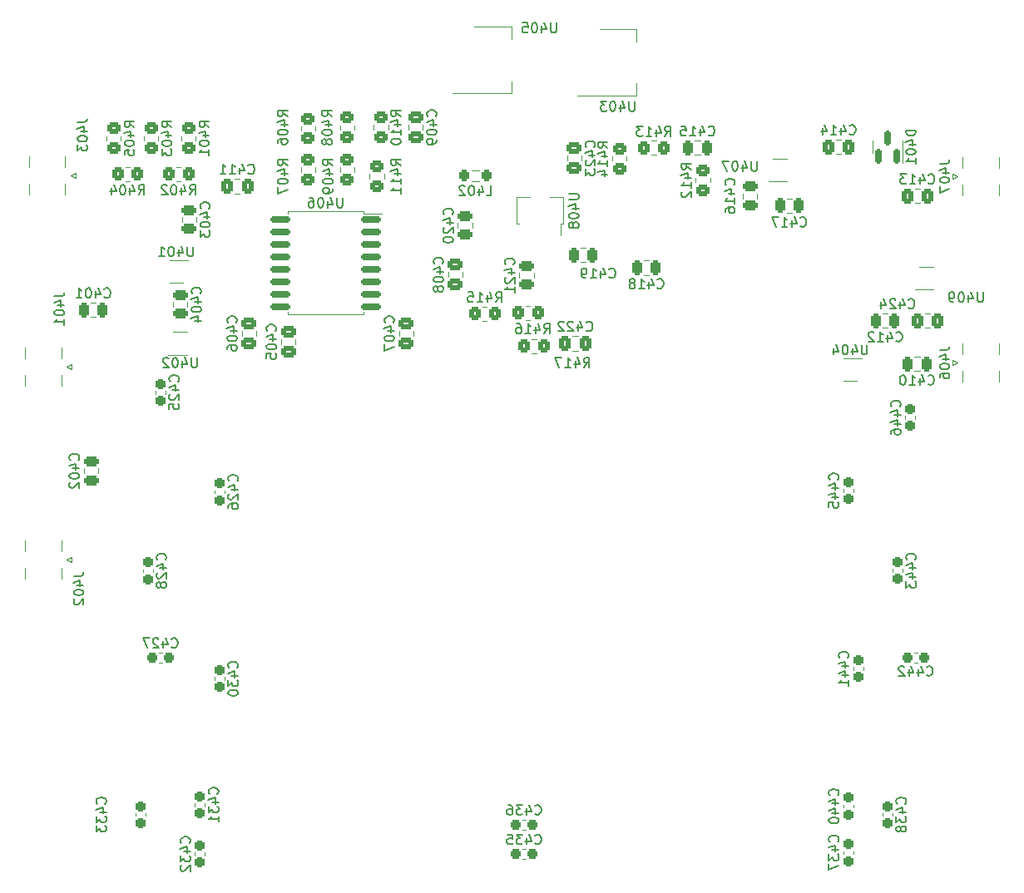
<source format=gbr>
%TF.GenerationSoftware,KiCad,Pcbnew,7.0.7*%
%TF.CreationDate,2023-11-03T16:15:28+00:00*%
%TF.ProjectId,RXLNA,52584c4e-412e-46b6-9963-61645f706362,rev?*%
%TF.SameCoordinates,Original*%
%TF.FileFunction,Legend,Bot*%
%TF.FilePolarity,Positive*%
%FSLAX46Y46*%
G04 Gerber Fmt 4.6, Leading zero omitted, Abs format (unit mm)*
G04 Created by KiCad (PCBNEW 7.0.7) date 2023-11-03 16:15:28*
%MOMM*%
%LPD*%
G01*
G04 APERTURE LIST*
G04 Aperture macros list*
%AMRoundRect*
0 Rectangle with rounded corners*
0 $1 Rounding radius*
0 $2 $3 $4 $5 $6 $7 $8 $9 X,Y pos of 4 corners*
0 Add a 4 corners polygon primitive as box body*
4,1,4,$2,$3,$4,$5,$6,$7,$8,$9,$2,$3,0*
0 Add four circle primitives for the rounded corners*
1,1,$1+$1,$2,$3*
1,1,$1+$1,$4,$5*
1,1,$1+$1,$6,$7*
1,1,$1+$1,$8,$9*
0 Add four rect primitives between the rounded corners*
20,1,$1+$1,$2,$3,$4,$5,0*
20,1,$1+$1,$4,$5,$6,$7,0*
20,1,$1+$1,$6,$7,$8,$9,0*
20,1,$1+$1,$8,$9,$2,$3,0*%
%AMFreePoly0*
4,1,9,3.862500,-0.866500,0.737500,-0.866500,0.737500,-0.450000,-0.737500,-0.450000,-0.737500,0.450000,0.737500,0.450000,0.737500,0.866500,3.862500,0.866500,3.862500,-0.866500,3.862500,-0.866500,$1*%
G04 Aperture macros list end*
%ADD10C,0.150000*%
%ADD11C,0.120000*%
%ADD12C,2.000000*%
%ADD13C,3.000000*%
%ADD14C,1.000000*%
%ADD15C,2.500000*%
%ADD16R,1.700000X1.700000*%
%ADD17O,1.700000X1.700000*%
%ADD18C,5.200000*%
%ADD19RoundRect,0.250000X-0.450000X0.350000X-0.450000X-0.350000X0.450000X-0.350000X0.450000X0.350000X0*%
%ADD20RoundRect,0.250000X0.475000X-0.250000X0.475000X0.250000X-0.475000X0.250000X-0.475000X-0.250000X0*%
%ADD21R,2.000000X1.500000*%
%ADD22R,2.000000X3.800000*%
%ADD23RoundRect,0.250000X0.337500X0.475000X-0.337500X0.475000X-0.337500X-0.475000X0.337500X-0.475000X0*%
%ADD24RoundRect,0.250000X-0.475000X0.250000X-0.475000X-0.250000X0.475000X-0.250000X0.475000X0.250000X0*%
%ADD25RoundRect,0.237500X-0.300000X-0.237500X0.300000X-0.237500X0.300000X0.237500X-0.300000X0.237500X0*%
%ADD26RoundRect,0.250000X0.450000X-0.350000X0.450000X0.350000X-0.450000X0.350000X-0.450000X-0.350000X0*%
%ADD27R,0.650000X0.400000*%
%ADD28R,3.600000X1.270000*%
%ADD29R,4.200000X1.350000*%
%ADD30RoundRect,0.237500X0.300000X0.237500X-0.300000X0.237500X-0.300000X-0.237500X0.300000X-0.237500X0*%
%ADD31RoundRect,0.250000X-0.250000X-0.475000X0.250000X-0.475000X0.250000X0.475000X-0.250000X0.475000X0*%
%ADD32RoundRect,0.250000X-0.350000X-0.450000X0.350000X-0.450000X0.350000X0.450000X-0.350000X0.450000X0*%
%ADD33RoundRect,0.250000X0.250000X0.475000X-0.250000X0.475000X-0.250000X-0.475000X0.250000X-0.475000X0*%
%ADD34RoundRect,0.250000X0.475000X-0.337500X0.475000X0.337500X-0.475000X0.337500X-0.475000X-0.337500X0*%
%ADD35RoundRect,0.237500X0.237500X-0.300000X0.237500X0.300000X-0.237500X0.300000X-0.237500X-0.300000X0*%
%ADD36RoundRect,0.250000X0.350000X0.450000X-0.350000X0.450000X-0.350000X-0.450000X0.350000X-0.450000X0*%
%ADD37RoundRect,0.250000X-0.475000X0.337500X-0.475000X-0.337500X0.475000X-0.337500X0.475000X0.337500X0*%
%ADD38RoundRect,0.250000X-0.275000X-0.350000X0.275000X-0.350000X0.275000X0.350000X-0.275000X0.350000X0*%
%ADD39RoundRect,0.150000X0.150000X-0.587500X0.150000X0.587500X-0.150000X0.587500X-0.150000X-0.587500X0*%
%ADD40RoundRect,0.237500X-0.237500X0.300000X-0.237500X-0.300000X0.237500X-0.300000X0.237500X0.300000X0*%
%ADD41RoundRect,0.150000X0.875000X0.150000X-0.875000X0.150000X-0.875000X-0.150000X0.875000X-0.150000X0*%
%ADD42R,0.900000X1.300000*%
%ADD43FreePoly0,90.000000*%
G04 APERTURE END LIST*
D10*
X126914819Y-68880952D02*
X126438628Y-68547619D01*
X126914819Y-68309524D02*
X125914819Y-68309524D01*
X125914819Y-68309524D02*
X125914819Y-68690476D01*
X125914819Y-68690476D02*
X125962438Y-68785714D01*
X125962438Y-68785714D02*
X126010057Y-68833333D01*
X126010057Y-68833333D02*
X126105295Y-68880952D01*
X126105295Y-68880952D02*
X126248152Y-68880952D01*
X126248152Y-68880952D02*
X126343390Y-68833333D01*
X126343390Y-68833333D02*
X126391009Y-68785714D01*
X126391009Y-68785714D02*
X126438628Y-68690476D01*
X126438628Y-68690476D02*
X126438628Y-68309524D01*
X126248152Y-69738095D02*
X126914819Y-69738095D01*
X125867200Y-69500000D02*
X126581485Y-69261905D01*
X126581485Y-69261905D02*
X126581485Y-69880952D01*
X125914819Y-70452381D02*
X125914819Y-70547619D01*
X125914819Y-70547619D02*
X125962438Y-70642857D01*
X125962438Y-70642857D02*
X126010057Y-70690476D01*
X126010057Y-70690476D02*
X126105295Y-70738095D01*
X126105295Y-70738095D02*
X126295771Y-70785714D01*
X126295771Y-70785714D02*
X126533866Y-70785714D01*
X126533866Y-70785714D02*
X126724342Y-70738095D01*
X126724342Y-70738095D02*
X126819580Y-70690476D01*
X126819580Y-70690476D02*
X126867200Y-70642857D01*
X126867200Y-70642857D02*
X126914819Y-70547619D01*
X126914819Y-70547619D02*
X126914819Y-70452381D01*
X126914819Y-70452381D02*
X126867200Y-70357143D01*
X126867200Y-70357143D02*
X126819580Y-70309524D01*
X126819580Y-70309524D02*
X126724342Y-70261905D01*
X126724342Y-70261905D02*
X126533866Y-70214286D01*
X126533866Y-70214286D02*
X126295771Y-70214286D01*
X126295771Y-70214286D02*
X126105295Y-70261905D01*
X126105295Y-70261905D02*
X126010057Y-70309524D01*
X126010057Y-70309524D02*
X125962438Y-70357143D01*
X125962438Y-70357143D02*
X125914819Y-70452381D01*
X125914819Y-71642857D02*
X125914819Y-71452381D01*
X125914819Y-71452381D02*
X125962438Y-71357143D01*
X125962438Y-71357143D02*
X126010057Y-71309524D01*
X126010057Y-71309524D02*
X126152914Y-71214286D01*
X126152914Y-71214286D02*
X126343390Y-71166667D01*
X126343390Y-71166667D02*
X126724342Y-71166667D01*
X126724342Y-71166667D02*
X126819580Y-71214286D01*
X126819580Y-71214286D02*
X126867200Y-71261905D01*
X126867200Y-71261905D02*
X126914819Y-71357143D01*
X126914819Y-71357143D02*
X126914819Y-71547619D01*
X126914819Y-71547619D02*
X126867200Y-71642857D01*
X126867200Y-71642857D02*
X126819580Y-71690476D01*
X126819580Y-71690476D02*
X126724342Y-71738095D01*
X126724342Y-71738095D02*
X126486247Y-71738095D01*
X126486247Y-71738095D02*
X126391009Y-71690476D01*
X126391009Y-71690476D02*
X126343390Y-71642857D01*
X126343390Y-71642857D02*
X126295771Y-71547619D01*
X126295771Y-71547619D02*
X126295771Y-71357143D01*
X126295771Y-71357143D02*
X126343390Y-71261905D01*
X126343390Y-71261905D02*
X126391009Y-71214286D01*
X126391009Y-71214286D02*
X126486247Y-71166667D01*
X118039580Y-86930952D02*
X118087200Y-86883333D01*
X118087200Y-86883333D02*
X118134819Y-86740476D01*
X118134819Y-86740476D02*
X118134819Y-86645238D01*
X118134819Y-86645238D02*
X118087200Y-86502381D01*
X118087200Y-86502381D02*
X117991961Y-86407143D01*
X117991961Y-86407143D02*
X117896723Y-86359524D01*
X117896723Y-86359524D02*
X117706247Y-86311905D01*
X117706247Y-86311905D02*
X117563390Y-86311905D01*
X117563390Y-86311905D02*
X117372914Y-86359524D01*
X117372914Y-86359524D02*
X117277676Y-86407143D01*
X117277676Y-86407143D02*
X117182438Y-86502381D01*
X117182438Y-86502381D02*
X117134819Y-86645238D01*
X117134819Y-86645238D02*
X117134819Y-86740476D01*
X117134819Y-86740476D02*
X117182438Y-86883333D01*
X117182438Y-86883333D02*
X117230057Y-86930952D01*
X117468152Y-87788095D02*
X118134819Y-87788095D01*
X117087200Y-87550000D02*
X117801485Y-87311905D01*
X117801485Y-87311905D02*
X117801485Y-87930952D01*
X117134819Y-88502381D02*
X117134819Y-88597619D01*
X117134819Y-88597619D02*
X117182438Y-88692857D01*
X117182438Y-88692857D02*
X117230057Y-88740476D01*
X117230057Y-88740476D02*
X117325295Y-88788095D01*
X117325295Y-88788095D02*
X117515771Y-88835714D01*
X117515771Y-88835714D02*
X117753866Y-88835714D01*
X117753866Y-88835714D02*
X117944342Y-88788095D01*
X117944342Y-88788095D02*
X118039580Y-88740476D01*
X118039580Y-88740476D02*
X118087200Y-88692857D01*
X118087200Y-88692857D02*
X118134819Y-88597619D01*
X118134819Y-88597619D02*
X118134819Y-88502381D01*
X118134819Y-88502381D02*
X118087200Y-88407143D01*
X118087200Y-88407143D02*
X118039580Y-88359524D01*
X118039580Y-88359524D02*
X117944342Y-88311905D01*
X117944342Y-88311905D02*
X117753866Y-88264286D01*
X117753866Y-88264286D02*
X117515771Y-88264286D01*
X117515771Y-88264286D02*
X117325295Y-88311905D01*
X117325295Y-88311905D02*
X117230057Y-88359524D01*
X117230057Y-88359524D02*
X117182438Y-88407143D01*
X117182438Y-88407143D02*
X117134819Y-88502381D01*
X117468152Y-89692857D02*
X118134819Y-89692857D01*
X117087200Y-89454762D02*
X117801485Y-89216667D01*
X117801485Y-89216667D02*
X117801485Y-89835714D01*
X154284285Y-59354819D02*
X154284285Y-60164342D01*
X154284285Y-60164342D02*
X154236666Y-60259580D01*
X154236666Y-60259580D02*
X154189047Y-60307200D01*
X154189047Y-60307200D02*
X154093809Y-60354819D01*
X154093809Y-60354819D02*
X153903333Y-60354819D01*
X153903333Y-60354819D02*
X153808095Y-60307200D01*
X153808095Y-60307200D02*
X153760476Y-60259580D01*
X153760476Y-60259580D02*
X153712857Y-60164342D01*
X153712857Y-60164342D02*
X153712857Y-59354819D01*
X152808095Y-59688152D02*
X152808095Y-60354819D01*
X153046190Y-59307200D02*
X153284285Y-60021485D01*
X153284285Y-60021485D02*
X152665238Y-60021485D01*
X152093809Y-59354819D02*
X151998571Y-59354819D01*
X151998571Y-59354819D02*
X151903333Y-59402438D01*
X151903333Y-59402438D02*
X151855714Y-59450057D01*
X151855714Y-59450057D02*
X151808095Y-59545295D01*
X151808095Y-59545295D02*
X151760476Y-59735771D01*
X151760476Y-59735771D02*
X151760476Y-59973866D01*
X151760476Y-59973866D02*
X151808095Y-60164342D01*
X151808095Y-60164342D02*
X151855714Y-60259580D01*
X151855714Y-60259580D02*
X151903333Y-60307200D01*
X151903333Y-60307200D02*
X151998571Y-60354819D01*
X151998571Y-60354819D02*
X152093809Y-60354819D01*
X152093809Y-60354819D02*
X152189047Y-60307200D01*
X152189047Y-60307200D02*
X152236666Y-60259580D01*
X152236666Y-60259580D02*
X152284285Y-60164342D01*
X152284285Y-60164342D02*
X152331904Y-59973866D01*
X152331904Y-59973866D02*
X152331904Y-59735771D01*
X152331904Y-59735771D02*
X152284285Y-59545295D01*
X152284285Y-59545295D02*
X152236666Y-59450057D01*
X152236666Y-59450057D02*
X152189047Y-59402438D01*
X152189047Y-59402438D02*
X152093809Y-59354819D01*
X150855714Y-59354819D02*
X151331904Y-59354819D01*
X151331904Y-59354819D02*
X151379523Y-59831009D01*
X151379523Y-59831009D02*
X151331904Y-59783390D01*
X151331904Y-59783390D02*
X151236666Y-59735771D01*
X151236666Y-59735771D02*
X150998571Y-59735771D01*
X150998571Y-59735771D02*
X150903333Y-59783390D01*
X150903333Y-59783390D02*
X150855714Y-59831009D01*
X150855714Y-59831009D02*
X150808095Y-59926247D01*
X150808095Y-59926247D02*
X150808095Y-60164342D01*
X150808095Y-60164342D02*
X150855714Y-60259580D01*
X150855714Y-60259580D02*
X150903333Y-60307200D01*
X150903333Y-60307200D02*
X150998571Y-60354819D01*
X150998571Y-60354819D02*
X151236666Y-60354819D01*
X151236666Y-60354819D02*
X151331904Y-60307200D01*
X151331904Y-60307200D02*
X151379523Y-60259580D01*
X190119047Y-88379580D02*
X190166666Y-88427200D01*
X190166666Y-88427200D02*
X190309523Y-88474819D01*
X190309523Y-88474819D02*
X190404761Y-88474819D01*
X190404761Y-88474819D02*
X190547618Y-88427200D01*
X190547618Y-88427200D02*
X190642856Y-88331961D01*
X190642856Y-88331961D02*
X190690475Y-88236723D01*
X190690475Y-88236723D02*
X190738094Y-88046247D01*
X190738094Y-88046247D02*
X190738094Y-87903390D01*
X190738094Y-87903390D02*
X190690475Y-87712914D01*
X190690475Y-87712914D02*
X190642856Y-87617676D01*
X190642856Y-87617676D02*
X190547618Y-87522438D01*
X190547618Y-87522438D02*
X190404761Y-87474819D01*
X190404761Y-87474819D02*
X190309523Y-87474819D01*
X190309523Y-87474819D02*
X190166666Y-87522438D01*
X190166666Y-87522438D02*
X190119047Y-87570057D01*
X189261904Y-87808152D02*
X189261904Y-88474819D01*
X189499999Y-87427200D02*
X189738094Y-88141485D01*
X189738094Y-88141485D02*
X189119047Y-88141485D01*
X188785713Y-87570057D02*
X188738094Y-87522438D01*
X188738094Y-87522438D02*
X188642856Y-87474819D01*
X188642856Y-87474819D02*
X188404761Y-87474819D01*
X188404761Y-87474819D02*
X188309523Y-87522438D01*
X188309523Y-87522438D02*
X188261904Y-87570057D01*
X188261904Y-87570057D02*
X188214285Y-87665295D01*
X188214285Y-87665295D02*
X188214285Y-87760533D01*
X188214285Y-87760533D02*
X188261904Y-87903390D01*
X188261904Y-87903390D02*
X188833332Y-88474819D01*
X188833332Y-88474819D02*
X188214285Y-88474819D01*
X187357142Y-87808152D02*
X187357142Y-88474819D01*
X187595237Y-87427200D02*
X187833332Y-88141485D01*
X187833332Y-88141485D02*
X187214285Y-88141485D01*
X131454819Y-68900952D02*
X130978628Y-68567619D01*
X131454819Y-68329524D02*
X130454819Y-68329524D01*
X130454819Y-68329524D02*
X130454819Y-68710476D01*
X130454819Y-68710476D02*
X130502438Y-68805714D01*
X130502438Y-68805714D02*
X130550057Y-68853333D01*
X130550057Y-68853333D02*
X130645295Y-68900952D01*
X130645295Y-68900952D02*
X130788152Y-68900952D01*
X130788152Y-68900952D02*
X130883390Y-68853333D01*
X130883390Y-68853333D02*
X130931009Y-68805714D01*
X130931009Y-68805714D02*
X130978628Y-68710476D01*
X130978628Y-68710476D02*
X130978628Y-68329524D01*
X130788152Y-69758095D02*
X131454819Y-69758095D01*
X130407200Y-69520000D02*
X131121485Y-69281905D01*
X131121485Y-69281905D02*
X131121485Y-69900952D01*
X130454819Y-70472381D02*
X130454819Y-70567619D01*
X130454819Y-70567619D02*
X130502438Y-70662857D01*
X130502438Y-70662857D02*
X130550057Y-70710476D01*
X130550057Y-70710476D02*
X130645295Y-70758095D01*
X130645295Y-70758095D02*
X130835771Y-70805714D01*
X130835771Y-70805714D02*
X131073866Y-70805714D01*
X131073866Y-70805714D02*
X131264342Y-70758095D01*
X131264342Y-70758095D02*
X131359580Y-70710476D01*
X131359580Y-70710476D02*
X131407200Y-70662857D01*
X131407200Y-70662857D02*
X131454819Y-70567619D01*
X131454819Y-70567619D02*
X131454819Y-70472381D01*
X131454819Y-70472381D02*
X131407200Y-70377143D01*
X131407200Y-70377143D02*
X131359580Y-70329524D01*
X131359580Y-70329524D02*
X131264342Y-70281905D01*
X131264342Y-70281905D02*
X131073866Y-70234286D01*
X131073866Y-70234286D02*
X130835771Y-70234286D01*
X130835771Y-70234286D02*
X130645295Y-70281905D01*
X130645295Y-70281905D02*
X130550057Y-70329524D01*
X130550057Y-70329524D02*
X130502438Y-70377143D01*
X130502438Y-70377143D02*
X130454819Y-70472381D01*
X130883390Y-71377143D02*
X130835771Y-71281905D01*
X130835771Y-71281905D02*
X130788152Y-71234286D01*
X130788152Y-71234286D02*
X130692914Y-71186667D01*
X130692914Y-71186667D02*
X130645295Y-71186667D01*
X130645295Y-71186667D02*
X130550057Y-71234286D01*
X130550057Y-71234286D02*
X130502438Y-71281905D01*
X130502438Y-71281905D02*
X130454819Y-71377143D01*
X130454819Y-71377143D02*
X130454819Y-71567619D01*
X130454819Y-71567619D02*
X130502438Y-71662857D01*
X130502438Y-71662857D02*
X130550057Y-71710476D01*
X130550057Y-71710476D02*
X130645295Y-71758095D01*
X130645295Y-71758095D02*
X130692914Y-71758095D01*
X130692914Y-71758095D02*
X130788152Y-71710476D01*
X130788152Y-71710476D02*
X130835771Y-71662857D01*
X130835771Y-71662857D02*
X130883390Y-71567619D01*
X130883390Y-71567619D02*
X130883390Y-71377143D01*
X130883390Y-71377143D02*
X130931009Y-71281905D01*
X130931009Y-71281905D02*
X130978628Y-71234286D01*
X130978628Y-71234286D02*
X131073866Y-71186667D01*
X131073866Y-71186667D02*
X131264342Y-71186667D01*
X131264342Y-71186667D02*
X131359580Y-71234286D01*
X131359580Y-71234286D02*
X131407200Y-71281905D01*
X131407200Y-71281905D02*
X131454819Y-71377143D01*
X131454819Y-71377143D02*
X131454819Y-71567619D01*
X131454819Y-71567619D02*
X131407200Y-71662857D01*
X131407200Y-71662857D02*
X131359580Y-71710476D01*
X131359580Y-71710476D02*
X131264342Y-71758095D01*
X131264342Y-71758095D02*
X131073866Y-71758095D01*
X131073866Y-71758095D02*
X130978628Y-71710476D01*
X130978628Y-71710476D02*
X130931009Y-71662857D01*
X130931009Y-71662857D02*
X130883390Y-71567619D01*
X162264285Y-67354819D02*
X162264285Y-68164342D01*
X162264285Y-68164342D02*
X162216666Y-68259580D01*
X162216666Y-68259580D02*
X162169047Y-68307200D01*
X162169047Y-68307200D02*
X162073809Y-68354819D01*
X162073809Y-68354819D02*
X161883333Y-68354819D01*
X161883333Y-68354819D02*
X161788095Y-68307200D01*
X161788095Y-68307200D02*
X161740476Y-68259580D01*
X161740476Y-68259580D02*
X161692857Y-68164342D01*
X161692857Y-68164342D02*
X161692857Y-67354819D01*
X160788095Y-67688152D02*
X160788095Y-68354819D01*
X161026190Y-67307200D02*
X161264285Y-68021485D01*
X161264285Y-68021485D02*
X160645238Y-68021485D01*
X160073809Y-67354819D02*
X159978571Y-67354819D01*
X159978571Y-67354819D02*
X159883333Y-67402438D01*
X159883333Y-67402438D02*
X159835714Y-67450057D01*
X159835714Y-67450057D02*
X159788095Y-67545295D01*
X159788095Y-67545295D02*
X159740476Y-67735771D01*
X159740476Y-67735771D02*
X159740476Y-67973866D01*
X159740476Y-67973866D02*
X159788095Y-68164342D01*
X159788095Y-68164342D02*
X159835714Y-68259580D01*
X159835714Y-68259580D02*
X159883333Y-68307200D01*
X159883333Y-68307200D02*
X159978571Y-68354819D01*
X159978571Y-68354819D02*
X160073809Y-68354819D01*
X160073809Y-68354819D02*
X160169047Y-68307200D01*
X160169047Y-68307200D02*
X160216666Y-68259580D01*
X160216666Y-68259580D02*
X160264285Y-68164342D01*
X160264285Y-68164342D02*
X160311904Y-67973866D01*
X160311904Y-67973866D02*
X160311904Y-67735771D01*
X160311904Y-67735771D02*
X160264285Y-67545295D01*
X160264285Y-67545295D02*
X160216666Y-67450057D01*
X160216666Y-67450057D02*
X160169047Y-67402438D01*
X160169047Y-67402438D02*
X160073809Y-67354819D01*
X159407142Y-67354819D02*
X158788095Y-67354819D01*
X158788095Y-67354819D02*
X159121428Y-67735771D01*
X159121428Y-67735771D02*
X158978571Y-67735771D01*
X158978571Y-67735771D02*
X158883333Y-67783390D01*
X158883333Y-67783390D02*
X158835714Y-67831009D01*
X158835714Y-67831009D02*
X158788095Y-67926247D01*
X158788095Y-67926247D02*
X158788095Y-68164342D01*
X158788095Y-68164342D02*
X158835714Y-68259580D01*
X158835714Y-68259580D02*
X158883333Y-68307200D01*
X158883333Y-68307200D02*
X158978571Y-68354819D01*
X158978571Y-68354819D02*
X159264285Y-68354819D01*
X159264285Y-68354819D02*
X159359523Y-68307200D01*
X159359523Y-68307200D02*
X159407142Y-68259580D01*
X172359580Y-75880952D02*
X172407200Y-75833333D01*
X172407200Y-75833333D02*
X172454819Y-75690476D01*
X172454819Y-75690476D02*
X172454819Y-75595238D01*
X172454819Y-75595238D02*
X172407200Y-75452381D01*
X172407200Y-75452381D02*
X172311961Y-75357143D01*
X172311961Y-75357143D02*
X172216723Y-75309524D01*
X172216723Y-75309524D02*
X172026247Y-75261905D01*
X172026247Y-75261905D02*
X171883390Y-75261905D01*
X171883390Y-75261905D02*
X171692914Y-75309524D01*
X171692914Y-75309524D02*
X171597676Y-75357143D01*
X171597676Y-75357143D02*
X171502438Y-75452381D01*
X171502438Y-75452381D02*
X171454819Y-75595238D01*
X171454819Y-75595238D02*
X171454819Y-75690476D01*
X171454819Y-75690476D02*
X171502438Y-75833333D01*
X171502438Y-75833333D02*
X171550057Y-75880952D01*
X171788152Y-76738095D02*
X172454819Y-76738095D01*
X171407200Y-76500000D02*
X172121485Y-76261905D01*
X172121485Y-76261905D02*
X172121485Y-76880952D01*
X172454819Y-77785714D02*
X172454819Y-77214286D01*
X172454819Y-77500000D02*
X171454819Y-77500000D01*
X171454819Y-77500000D02*
X171597676Y-77404762D01*
X171597676Y-77404762D02*
X171692914Y-77309524D01*
X171692914Y-77309524D02*
X171740533Y-77214286D01*
X171454819Y-78642857D02*
X171454819Y-78452381D01*
X171454819Y-78452381D02*
X171502438Y-78357143D01*
X171502438Y-78357143D02*
X171550057Y-78309524D01*
X171550057Y-78309524D02*
X171692914Y-78214286D01*
X171692914Y-78214286D02*
X171883390Y-78166667D01*
X171883390Y-78166667D02*
X172264342Y-78166667D01*
X172264342Y-78166667D02*
X172359580Y-78214286D01*
X172359580Y-78214286D02*
X172407200Y-78261905D01*
X172407200Y-78261905D02*
X172454819Y-78357143D01*
X172454819Y-78357143D02*
X172454819Y-78547619D01*
X172454819Y-78547619D02*
X172407200Y-78642857D01*
X172407200Y-78642857D02*
X172359580Y-78690476D01*
X172359580Y-78690476D02*
X172264342Y-78738095D01*
X172264342Y-78738095D02*
X172026247Y-78738095D01*
X172026247Y-78738095D02*
X171931009Y-78690476D01*
X171931009Y-78690476D02*
X171883390Y-78642857D01*
X171883390Y-78642857D02*
X171835771Y-78547619D01*
X171835771Y-78547619D02*
X171835771Y-78357143D01*
X171835771Y-78357143D02*
X171883390Y-78261905D01*
X171883390Y-78261905D02*
X171931009Y-78214286D01*
X171931009Y-78214286D02*
X172026247Y-78166667D01*
X149929580Y-83970952D02*
X149977200Y-83923333D01*
X149977200Y-83923333D02*
X150024819Y-83780476D01*
X150024819Y-83780476D02*
X150024819Y-83685238D01*
X150024819Y-83685238D02*
X149977200Y-83542381D01*
X149977200Y-83542381D02*
X149881961Y-83447143D01*
X149881961Y-83447143D02*
X149786723Y-83399524D01*
X149786723Y-83399524D02*
X149596247Y-83351905D01*
X149596247Y-83351905D02*
X149453390Y-83351905D01*
X149453390Y-83351905D02*
X149262914Y-83399524D01*
X149262914Y-83399524D02*
X149167676Y-83447143D01*
X149167676Y-83447143D02*
X149072438Y-83542381D01*
X149072438Y-83542381D02*
X149024819Y-83685238D01*
X149024819Y-83685238D02*
X149024819Y-83780476D01*
X149024819Y-83780476D02*
X149072438Y-83923333D01*
X149072438Y-83923333D02*
X149120057Y-83970952D01*
X149358152Y-84828095D02*
X150024819Y-84828095D01*
X148977200Y-84590000D02*
X149691485Y-84351905D01*
X149691485Y-84351905D02*
X149691485Y-84970952D01*
X149120057Y-85304286D02*
X149072438Y-85351905D01*
X149072438Y-85351905D02*
X149024819Y-85447143D01*
X149024819Y-85447143D02*
X149024819Y-85685238D01*
X149024819Y-85685238D02*
X149072438Y-85780476D01*
X149072438Y-85780476D02*
X149120057Y-85828095D01*
X149120057Y-85828095D02*
X149215295Y-85875714D01*
X149215295Y-85875714D02*
X149310533Y-85875714D01*
X149310533Y-85875714D02*
X149453390Y-85828095D01*
X149453390Y-85828095D02*
X150024819Y-85256667D01*
X150024819Y-85256667D02*
X150024819Y-85875714D01*
X150024819Y-86828095D02*
X150024819Y-86256667D01*
X150024819Y-86542381D02*
X149024819Y-86542381D01*
X149024819Y-86542381D02*
X149167676Y-86447143D01*
X149167676Y-86447143D02*
X149262914Y-86351905D01*
X149262914Y-86351905D02*
X149310533Y-86256667D01*
X191981547Y-125789580D02*
X192029166Y-125837200D01*
X192029166Y-125837200D02*
X192172023Y-125884819D01*
X192172023Y-125884819D02*
X192267261Y-125884819D01*
X192267261Y-125884819D02*
X192410118Y-125837200D01*
X192410118Y-125837200D02*
X192505356Y-125741961D01*
X192505356Y-125741961D02*
X192552975Y-125646723D01*
X192552975Y-125646723D02*
X192600594Y-125456247D01*
X192600594Y-125456247D02*
X192600594Y-125313390D01*
X192600594Y-125313390D02*
X192552975Y-125122914D01*
X192552975Y-125122914D02*
X192505356Y-125027676D01*
X192505356Y-125027676D02*
X192410118Y-124932438D01*
X192410118Y-124932438D02*
X192267261Y-124884819D01*
X192267261Y-124884819D02*
X192172023Y-124884819D01*
X192172023Y-124884819D02*
X192029166Y-124932438D01*
X192029166Y-124932438D02*
X191981547Y-124980057D01*
X191124404Y-125218152D02*
X191124404Y-125884819D01*
X191362499Y-124837200D02*
X191600594Y-125551485D01*
X191600594Y-125551485D02*
X190981547Y-125551485D01*
X190172023Y-125218152D02*
X190172023Y-125884819D01*
X190410118Y-124837200D02*
X190648213Y-125551485D01*
X190648213Y-125551485D02*
X190029166Y-125551485D01*
X189695832Y-124980057D02*
X189648213Y-124932438D01*
X189648213Y-124932438D02*
X189552975Y-124884819D01*
X189552975Y-124884819D02*
X189314880Y-124884819D01*
X189314880Y-124884819D02*
X189219642Y-124932438D01*
X189219642Y-124932438D02*
X189172023Y-124980057D01*
X189172023Y-124980057D02*
X189124404Y-125075295D01*
X189124404Y-125075295D02*
X189124404Y-125170533D01*
X189124404Y-125170533D02*
X189172023Y-125313390D01*
X189172023Y-125313390D02*
X189743451Y-125884819D01*
X189743451Y-125884819D02*
X189124404Y-125884819D01*
X115134819Y-70000952D02*
X114658628Y-69667619D01*
X115134819Y-69429524D02*
X114134819Y-69429524D01*
X114134819Y-69429524D02*
X114134819Y-69810476D01*
X114134819Y-69810476D02*
X114182438Y-69905714D01*
X114182438Y-69905714D02*
X114230057Y-69953333D01*
X114230057Y-69953333D02*
X114325295Y-70000952D01*
X114325295Y-70000952D02*
X114468152Y-70000952D01*
X114468152Y-70000952D02*
X114563390Y-69953333D01*
X114563390Y-69953333D02*
X114611009Y-69905714D01*
X114611009Y-69905714D02*
X114658628Y-69810476D01*
X114658628Y-69810476D02*
X114658628Y-69429524D01*
X114468152Y-70858095D02*
X115134819Y-70858095D01*
X114087200Y-70620000D02*
X114801485Y-70381905D01*
X114801485Y-70381905D02*
X114801485Y-71000952D01*
X114134819Y-71572381D02*
X114134819Y-71667619D01*
X114134819Y-71667619D02*
X114182438Y-71762857D01*
X114182438Y-71762857D02*
X114230057Y-71810476D01*
X114230057Y-71810476D02*
X114325295Y-71858095D01*
X114325295Y-71858095D02*
X114515771Y-71905714D01*
X114515771Y-71905714D02*
X114753866Y-71905714D01*
X114753866Y-71905714D02*
X114944342Y-71858095D01*
X114944342Y-71858095D02*
X115039580Y-71810476D01*
X115039580Y-71810476D02*
X115087200Y-71762857D01*
X115087200Y-71762857D02*
X115134819Y-71667619D01*
X115134819Y-71667619D02*
X115134819Y-71572381D01*
X115134819Y-71572381D02*
X115087200Y-71477143D01*
X115087200Y-71477143D02*
X115039580Y-71429524D01*
X115039580Y-71429524D02*
X114944342Y-71381905D01*
X114944342Y-71381905D02*
X114753866Y-71334286D01*
X114753866Y-71334286D02*
X114515771Y-71334286D01*
X114515771Y-71334286D02*
X114325295Y-71381905D01*
X114325295Y-71381905D02*
X114230057Y-71429524D01*
X114230057Y-71429524D02*
X114182438Y-71477143D01*
X114182438Y-71477143D02*
X114134819Y-71572381D01*
X114134819Y-72239048D02*
X114134819Y-72858095D01*
X114134819Y-72858095D02*
X114515771Y-72524762D01*
X114515771Y-72524762D02*
X114515771Y-72667619D01*
X114515771Y-72667619D02*
X114563390Y-72762857D01*
X114563390Y-72762857D02*
X114611009Y-72810476D01*
X114611009Y-72810476D02*
X114706247Y-72858095D01*
X114706247Y-72858095D02*
X114944342Y-72858095D01*
X114944342Y-72858095D02*
X115039580Y-72810476D01*
X115039580Y-72810476D02*
X115087200Y-72762857D01*
X115087200Y-72762857D02*
X115134819Y-72667619D01*
X115134819Y-72667619D02*
X115134819Y-72381905D01*
X115134819Y-72381905D02*
X115087200Y-72286667D01*
X115087200Y-72286667D02*
X115039580Y-72239048D01*
X138454819Y-73880952D02*
X137978628Y-73547619D01*
X138454819Y-73309524D02*
X137454819Y-73309524D01*
X137454819Y-73309524D02*
X137454819Y-73690476D01*
X137454819Y-73690476D02*
X137502438Y-73785714D01*
X137502438Y-73785714D02*
X137550057Y-73833333D01*
X137550057Y-73833333D02*
X137645295Y-73880952D01*
X137645295Y-73880952D02*
X137788152Y-73880952D01*
X137788152Y-73880952D02*
X137883390Y-73833333D01*
X137883390Y-73833333D02*
X137931009Y-73785714D01*
X137931009Y-73785714D02*
X137978628Y-73690476D01*
X137978628Y-73690476D02*
X137978628Y-73309524D01*
X137788152Y-74738095D02*
X138454819Y-74738095D01*
X137407200Y-74500000D02*
X138121485Y-74261905D01*
X138121485Y-74261905D02*
X138121485Y-74880952D01*
X138454819Y-75785714D02*
X138454819Y-75214286D01*
X138454819Y-75500000D02*
X137454819Y-75500000D01*
X137454819Y-75500000D02*
X137597676Y-75404762D01*
X137597676Y-75404762D02*
X137692914Y-75309524D01*
X137692914Y-75309524D02*
X137740533Y-75214286D01*
X138454819Y-76738095D02*
X138454819Y-76166667D01*
X138454819Y-76452381D02*
X137454819Y-76452381D01*
X137454819Y-76452381D02*
X137597676Y-76357143D01*
X137597676Y-76357143D02*
X137692914Y-76261905D01*
X137692914Y-76261905D02*
X137740533Y-76166667D01*
X159504819Y-72080952D02*
X159028628Y-71747619D01*
X159504819Y-71509524D02*
X158504819Y-71509524D01*
X158504819Y-71509524D02*
X158504819Y-71890476D01*
X158504819Y-71890476D02*
X158552438Y-71985714D01*
X158552438Y-71985714D02*
X158600057Y-72033333D01*
X158600057Y-72033333D02*
X158695295Y-72080952D01*
X158695295Y-72080952D02*
X158838152Y-72080952D01*
X158838152Y-72080952D02*
X158933390Y-72033333D01*
X158933390Y-72033333D02*
X158981009Y-71985714D01*
X158981009Y-71985714D02*
X159028628Y-71890476D01*
X159028628Y-71890476D02*
X159028628Y-71509524D01*
X158838152Y-72938095D02*
X159504819Y-72938095D01*
X158457200Y-72700000D02*
X159171485Y-72461905D01*
X159171485Y-72461905D02*
X159171485Y-73080952D01*
X159504819Y-73985714D02*
X159504819Y-73414286D01*
X159504819Y-73700000D02*
X158504819Y-73700000D01*
X158504819Y-73700000D02*
X158647676Y-73604762D01*
X158647676Y-73604762D02*
X158742914Y-73509524D01*
X158742914Y-73509524D02*
X158790533Y-73414286D01*
X158838152Y-74842857D02*
X159504819Y-74842857D01*
X158457200Y-74604762D02*
X159171485Y-74366667D01*
X159171485Y-74366667D02*
X159171485Y-74985714D01*
X122929047Y-74679580D02*
X122976666Y-74727200D01*
X122976666Y-74727200D02*
X123119523Y-74774819D01*
X123119523Y-74774819D02*
X123214761Y-74774819D01*
X123214761Y-74774819D02*
X123357618Y-74727200D01*
X123357618Y-74727200D02*
X123452856Y-74631961D01*
X123452856Y-74631961D02*
X123500475Y-74536723D01*
X123500475Y-74536723D02*
X123548094Y-74346247D01*
X123548094Y-74346247D02*
X123548094Y-74203390D01*
X123548094Y-74203390D02*
X123500475Y-74012914D01*
X123500475Y-74012914D02*
X123452856Y-73917676D01*
X123452856Y-73917676D02*
X123357618Y-73822438D01*
X123357618Y-73822438D02*
X123214761Y-73774819D01*
X123214761Y-73774819D02*
X123119523Y-73774819D01*
X123119523Y-73774819D02*
X122976666Y-73822438D01*
X122976666Y-73822438D02*
X122929047Y-73870057D01*
X122071904Y-74108152D02*
X122071904Y-74774819D01*
X122309999Y-73727200D02*
X122548094Y-74441485D01*
X122548094Y-74441485D02*
X121929047Y-74441485D01*
X121024285Y-74774819D02*
X121595713Y-74774819D01*
X121309999Y-74774819D02*
X121309999Y-73774819D01*
X121309999Y-73774819D02*
X121405237Y-73917676D01*
X121405237Y-73917676D02*
X121500475Y-74012914D01*
X121500475Y-74012914D02*
X121595713Y-74060533D01*
X120071904Y-74774819D02*
X120643332Y-74774819D01*
X120357618Y-74774819D02*
X120357618Y-73774819D01*
X120357618Y-73774819D02*
X120452856Y-73917676D01*
X120452856Y-73917676D02*
X120548094Y-74012914D01*
X120548094Y-74012914D02*
X120643332Y-74060533D01*
X117714285Y-93454819D02*
X117714285Y-94264342D01*
X117714285Y-94264342D02*
X117666666Y-94359580D01*
X117666666Y-94359580D02*
X117619047Y-94407200D01*
X117619047Y-94407200D02*
X117523809Y-94454819D01*
X117523809Y-94454819D02*
X117333333Y-94454819D01*
X117333333Y-94454819D02*
X117238095Y-94407200D01*
X117238095Y-94407200D02*
X117190476Y-94359580D01*
X117190476Y-94359580D02*
X117142857Y-94264342D01*
X117142857Y-94264342D02*
X117142857Y-93454819D01*
X116238095Y-93788152D02*
X116238095Y-94454819D01*
X116476190Y-93407200D02*
X116714285Y-94121485D01*
X116714285Y-94121485D02*
X116095238Y-94121485D01*
X115523809Y-93454819D02*
X115428571Y-93454819D01*
X115428571Y-93454819D02*
X115333333Y-93502438D01*
X115333333Y-93502438D02*
X115285714Y-93550057D01*
X115285714Y-93550057D02*
X115238095Y-93645295D01*
X115238095Y-93645295D02*
X115190476Y-93835771D01*
X115190476Y-93835771D02*
X115190476Y-94073866D01*
X115190476Y-94073866D02*
X115238095Y-94264342D01*
X115238095Y-94264342D02*
X115285714Y-94359580D01*
X115285714Y-94359580D02*
X115333333Y-94407200D01*
X115333333Y-94407200D02*
X115428571Y-94454819D01*
X115428571Y-94454819D02*
X115523809Y-94454819D01*
X115523809Y-94454819D02*
X115619047Y-94407200D01*
X115619047Y-94407200D02*
X115666666Y-94359580D01*
X115666666Y-94359580D02*
X115714285Y-94264342D01*
X115714285Y-94264342D02*
X115761904Y-94073866D01*
X115761904Y-94073866D02*
X115761904Y-93835771D01*
X115761904Y-93835771D02*
X115714285Y-93645295D01*
X115714285Y-93645295D02*
X115666666Y-93550057D01*
X115666666Y-93550057D02*
X115619047Y-93502438D01*
X115619047Y-93502438D02*
X115523809Y-93454819D01*
X114809523Y-93550057D02*
X114761904Y-93502438D01*
X114761904Y-93502438D02*
X114666666Y-93454819D01*
X114666666Y-93454819D02*
X114428571Y-93454819D01*
X114428571Y-93454819D02*
X114333333Y-93502438D01*
X114333333Y-93502438D02*
X114285714Y-93550057D01*
X114285714Y-93550057D02*
X114238095Y-93645295D01*
X114238095Y-93645295D02*
X114238095Y-93740533D01*
X114238095Y-93740533D02*
X114285714Y-93883390D01*
X114285714Y-93883390D02*
X114857142Y-94454819D01*
X114857142Y-94454819D02*
X114238095Y-94454819D01*
X192156547Y-75679580D02*
X192204166Y-75727200D01*
X192204166Y-75727200D02*
X192347023Y-75774819D01*
X192347023Y-75774819D02*
X192442261Y-75774819D01*
X192442261Y-75774819D02*
X192585118Y-75727200D01*
X192585118Y-75727200D02*
X192680356Y-75631961D01*
X192680356Y-75631961D02*
X192727975Y-75536723D01*
X192727975Y-75536723D02*
X192775594Y-75346247D01*
X192775594Y-75346247D02*
X192775594Y-75203390D01*
X192775594Y-75203390D02*
X192727975Y-75012914D01*
X192727975Y-75012914D02*
X192680356Y-74917676D01*
X192680356Y-74917676D02*
X192585118Y-74822438D01*
X192585118Y-74822438D02*
X192442261Y-74774819D01*
X192442261Y-74774819D02*
X192347023Y-74774819D01*
X192347023Y-74774819D02*
X192204166Y-74822438D01*
X192204166Y-74822438D02*
X192156547Y-74870057D01*
X191299404Y-75108152D02*
X191299404Y-75774819D01*
X191537499Y-74727200D02*
X191775594Y-75441485D01*
X191775594Y-75441485D02*
X191156547Y-75441485D01*
X190251785Y-75774819D02*
X190823213Y-75774819D01*
X190537499Y-75774819D02*
X190537499Y-74774819D01*
X190537499Y-74774819D02*
X190632737Y-74917676D01*
X190632737Y-74917676D02*
X190727975Y-75012914D01*
X190727975Y-75012914D02*
X190823213Y-75060533D01*
X189918451Y-74774819D02*
X189299404Y-74774819D01*
X189299404Y-74774819D02*
X189632737Y-75155771D01*
X189632737Y-75155771D02*
X189489880Y-75155771D01*
X189489880Y-75155771D02*
X189394642Y-75203390D01*
X189394642Y-75203390D02*
X189347023Y-75251009D01*
X189347023Y-75251009D02*
X189299404Y-75346247D01*
X189299404Y-75346247D02*
X189299404Y-75584342D01*
X189299404Y-75584342D02*
X189347023Y-75679580D01*
X189347023Y-75679580D02*
X189394642Y-75727200D01*
X189394642Y-75727200D02*
X189489880Y-75774819D01*
X189489880Y-75774819D02*
X189775594Y-75774819D01*
X189775594Y-75774819D02*
X189870832Y-75727200D01*
X189870832Y-75727200D02*
X189918451Y-75679580D01*
X193292319Y-73714285D02*
X194006604Y-73714285D01*
X194006604Y-73714285D02*
X194149461Y-73666666D01*
X194149461Y-73666666D02*
X194244700Y-73571428D01*
X194244700Y-73571428D02*
X194292319Y-73428571D01*
X194292319Y-73428571D02*
X194292319Y-73333333D01*
X193625652Y-74619047D02*
X194292319Y-74619047D01*
X193244700Y-74380952D02*
X193958985Y-74142857D01*
X193958985Y-74142857D02*
X193958985Y-74761904D01*
X193292319Y-75333333D02*
X193292319Y-75428571D01*
X193292319Y-75428571D02*
X193339938Y-75523809D01*
X193339938Y-75523809D02*
X193387557Y-75571428D01*
X193387557Y-75571428D02*
X193482795Y-75619047D01*
X193482795Y-75619047D02*
X193673271Y-75666666D01*
X193673271Y-75666666D02*
X193911366Y-75666666D01*
X193911366Y-75666666D02*
X194101842Y-75619047D01*
X194101842Y-75619047D02*
X194197080Y-75571428D01*
X194197080Y-75571428D02*
X194244700Y-75523809D01*
X194244700Y-75523809D02*
X194292319Y-75428571D01*
X194292319Y-75428571D02*
X194292319Y-75333333D01*
X194292319Y-75333333D02*
X194244700Y-75238095D01*
X194244700Y-75238095D02*
X194197080Y-75190476D01*
X194197080Y-75190476D02*
X194101842Y-75142857D01*
X194101842Y-75142857D02*
X193911366Y-75095238D01*
X193911366Y-75095238D02*
X193673271Y-75095238D01*
X193673271Y-75095238D02*
X193482795Y-75142857D01*
X193482795Y-75142857D02*
X193387557Y-75190476D01*
X193387557Y-75190476D02*
X193339938Y-75238095D01*
X193339938Y-75238095D02*
X193292319Y-75333333D01*
X193292319Y-76000000D02*
X193292319Y-76666666D01*
X193292319Y-76666666D02*
X194292319Y-76238095D01*
X152119047Y-142929580D02*
X152166666Y-142977200D01*
X152166666Y-142977200D02*
X152309523Y-143024819D01*
X152309523Y-143024819D02*
X152404761Y-143024819D01*
X152404761Y-143024819D02*
X152547618Y-142977200D01*
X152547618Y-142977200D02*
X152642856Y-142881961D01*
X152642856Y-142881961D02*
X152690475Y-142786723D01*
X152690475Y-142786723D02*
X152738094Y-142596247D01*
X152738094Y-142596247D02*
X152738094Y-142453390D01*
X152738094Y-142453390D02*
X152690475Y-142262914D01*
X152690475Y-142262914D02*
X152642856Y-142167676D01*
X152642856Y-142167676D02*
X152547618Y-142072438D01*
X152547618Y-142072438D02*
X152404761Y-142024819D01*
X152404761Y-142024819D02*
X152309523Y-142024819D01*
X152309523Y-142024819D02*
X152166666Y-142072438D01*
X152166666Y-142072438D02*
X152119047Y-142120057D01*
X151261904Y-142358152D02*
X151261904Y-143024819D01*
X151499999Y-141977200D02*
X151738094Y-142691485D01*
X151738094Y-142691485D02*
X151119047Y-142691485D01*
X150833332Y-142024819D02*
X150214285Y-142024819D01*
X150214285Y-142024819D02*
X150547618Y-142405771D01*
X150547618Y-142405771D02*
X150404761Y-142405771D01*
X150404761Y-142405771D02*
X150309523Y-142453390D01*
X150309523Y-142453390D02*
X150261904Y-142501009D01*
X150261904Y-142501009D02*
X150214285Y-142596247D01*
X150214285Y-142596247D02*
X150214285Y-142834342D01*
X150214285Y-142834342D02*
X150261904Y-142929580D01*
X150261904Y-142929580D02*
X150309523Y-142977200D01*
X150309523Y-142977200D02*
X150404761Y-143024819D01*
X150404761Y-143024819D02*
X150690475Y-143024819D01*
X150690475Y-143024819D02*
X150785713Y-142977200D01*
X150785713Y-142977200D02*
X150833332Y-142929580D01*
X149309523Y-142024819D02*
X149785713Y-142024819D01*
X149785713Y-142024819D02*
X149833332Y-142501009D01*
X149833332Y-142501009D02*
X149785713Y-142453390D01*
X149785713Y-142453390D02*
X149690475Y-142405771D01*
X149690475Y-142405771D02*
X149452380Y-142405771D01*
X149452380Y-142405771D02*
X149357142Y-142453390D01*
X149357142Y-142453390D02*
X149309523Y-142501009D01*
X149309523Y-142501009D02*
X149261904Y-142596247D01*
X149261904Y-142596247D02*
X149261904Y-142834342D01*
X149261904Y-142834342D02*
X149309523Y-142929580D01*
X149309523Y-142929580D02*
X149357142Y-142977200D01*
X149357142Y-142977200D02*
X149452380Y-143024819D01*
X149452380Y-143024819D02*
X149690475Y-143024819D01*
X149690475Y-143024819D02*
X149785713Y-142977200D01*
X149785713Y-142977200D02*
X149833332Y-142929580D01*
X117314285Y-82154819D02*
X117314285Y-82964342D01*
X117314285Y-82964342D02*
X117266666Y-83059580D01*
X117266666Y-83059580D02*
X117219047Y-83107200D01*
X117219047Y-83107200D02*
X117123809Y-83154819D01*
X117123809Y-83154819D02*
X116933333Y-83154819D01*
X116933333Y-83154819D02*
X116838095Y-83107200D01*
X116838095Y-83107200D02*
X116790476Y-83059580D01*
X116790476Y-83059580D02*
X116742857Y-82964342D01*
X116742857Y-82964342D02*
X116742857Y-82154819D01*
X115838095Y-82488152D02*
X115838095Y-83154819D01*
X116076190Y-82107200D02*
X116314285Y-82821485D01*
X116314285Y-82821485D02*
X115695238Y-82821485D01*
X115123809Y-82154819D02*
X115028571Y-82154819D01*
X115028571Y-82154819D02*
X114933333Y-82202438D01*
X114933333Y-82202438D02*
X114885714Y-82250057D01*
X114885714Y-82250057D02*
X114838095Y-82345295D01*
X114838095Y-82345295D02*
X114790476Y-82535771D01*
X114790476Y-82535771D02*
X114790476Y-82773866D01*
X114790476Y-82773866D02*
X114838095Y-82964342D01*
X114838095Y-82964342D02*
X114885714Y-83059580D01*
X114885714Y-83059580D02*
X114933333Y-83107200D01*
X114933333Y-83107200D02*
X115028571Y-83154819D01*
X115028571Y-83154819D02*
X115123809Y-83154819D01*
X115123809Y-83154819D02*
X115219047Y-83107200D01*
X115219047Y-83107200D02*
X115266666Y-83059580D01*
X115266666Y-83059580D02*
X115314285Y-82964342D01*
X115314285Y-82964342D02*
X115361904Y-82773866D01*
X115361904Y-82773866D02*
X115361904Y-82535771D01*
X115361904Y-82535771D02*
X115314285Y-82345295D01*
X115314285Y-82345295D02*
X115266666Y-82250057D01*
X115266666Y-82250057D02*
X115219047Y-82202438D01*
X115219047Y-82202438D02*
X115123809Y-82154819D01*
X113838095Y-83154819D02*
X114409523Y-83154819D01*
X114123809Y-83154819D02*
X114123809Y-82154819D01*
X114123809Y-82154819D02*
X114219047Y-82297676D01*
X114219047Y-82297676D02*
X114314285Y-82392914D01*
X114314285Y-82392914D02*
X114409523Y-82440533D01*
X103192319Y-87214285D02*
X103906604Y-87214285D01*
X103906604Y-87214285D02*
X104049461Y-87166666D01*
X104049461Y-87166666D02*
X104144700Y-87071428D01*
X104144700Y-87071428D02*
X104192319Y-86928571D01*
X104192319Y-86928571D02*
X104192319Y-86833333D01*
X103525652Y-88119047D02*
X104192319Y-88119047D01*
X103144700Y-87880952D02*
X103858985Y-87642857D01*
X103858985Y-87642857D02*
X103858985Y-88261904D01*
X103192319Y-88833333D02*
X103192319Y-88928571D01*
X103192319Y-88928571D02*
X103239938Y-89023809D01*
X103239938Y-89023809D02*
X103287557Y-89071428D01*
X103287557Y-89071428D02*
X103382795Y-89119047D01*
X103382795Y-89119047D02*
X103573271Y-89166666D01*
X103573271Y-89166666D02*
X103811366Y-89166666D01*
X103811366Y-89166666D02*
X104001842Y-89119047D01*
X104001842Y-89119047D02*
X104097080Y-89071428D01*
X104097080Y-89071428D02*
X104144700Y-89023809D01*
X104144700Y-89023809D02*
X104192319Y-88928571D01*
X104192319Y-88928571D02*
X104192319Y-88833333D01*
X104192319Y-88833333D02*
X104144700Y-88738095D01*
X104144700Y-88738095D02*
X104097080Y-88690476D01*
X104097080Y-88690476D02*
X104001842Y-88642857D01*
X104001842Y-88642857D02*
X103811366Y-88595238D01*
X103811366Y-88595238D02*
X103573271Y-88595238D01*
X103573271Y-88595238D02*
X103382795Y-88642857D01*
X103382795Y-88642857D02*
X103287557Y-88690476D01*
X103287557Y-88690476D02*
X103239938Y-88738095D01*
X103239938Y-88738095D02*
X103192319Y-88833333D01*
X104192319Y-90119047D02*
X104192319Y-89547619D01*
X104192319Y-89833333D02*
X103192319Y-89833333D01*
X103192319Y-89833333D02*
X103335176Y-89738095D01*
X103335176Y-89738095D02*
X103430414Y-89642857D01*
X103430414Y-89642857D02*
X103478033Y-89547619D01*
X131534819Y-73880952D02*
X131058628Y-73547619D01*
X131534819Y-73309524D02*
X130534819Y-73309524D01*
X130534819Y-73309524D02*
X130534819Y-73690476D01*
X130534819Y-73690476D02*
X130582438Y-73785714D01*
X130582438Y-73785714D02*
X130630057Y-73833333D01*
X130630057Y-73833333D02*
X130725295Y-73880952D01*
X130725295Y-73880952D02*
X130868152Y-73880952D01*
X130868152Y-73880952D02*
X130963390Y-73833333D01*
X130963390Y-73833333D02*
X131011009Y-73785714D01*
X131011009Y-73785714D02*
X131058628Y-73690476D01*
X131058628Y-73690476D02*
X131058628Y-73309524D01*
X130868152Y-74738095D02*
X131534819Y-74738095D01*
X130487200Y-74500000D02*
X131201485Y-74261905D01*
X131201485Y-74261905D02*
X131201485Y-74880952D01*
X130534819Y-75452381D02*
X130534819Y-75547619D01*
X130534819Y-75547619D02*
X130582438Y-75642857D01*
X130582438Y-75642857D02*
X130630057Y-75690476D01*
X130630057Y-75690476D02*
X130725295Y-75738095D01*
X130725295Y-75738095D02*
X130915771Y-75785714D01*
X130915771Y-75785714D02*
X131153866Y-75785714D01*
X131153866Y-75785714D02*
X131344342Y-75738095D01*
X131344342Y-75738095D02*
X131439580Y-75690476D01*
X131439580Y-75690476D02*
X131487200Y-75642857D01*
X131487200Y-75642857D02*
X131534819Y-75547619D01*
X131534819Y-75547619D02*
X131534819Y-75452381D01*
X131534819Y-75452381D02*
X131487200Y-75357143D01*
X131487200Y-75357143D02*
X131439580Y-75309524D01*
X131439580Y-75309524D02*
X131344342Y-75261905D01*
X131344342Y-75261905D02*
X131153866Y-75214286D01*
X131153866Y-75214286D02*
X130915771Y-75214286D01*
X130915771Y-75214286D02*
X130725295Y-75261905D01*
X130725295Y-75261905D02*
X130630057Y-75309524D01*
X130630057Y-75309524D02*
X130582438Y-75357143D01*
X130582438Y-75357143D02*
X130534819Y-75452381D01*
X131534819Y-76261905D02*
X131534819Y-76452381D01*
X131534819Y-76452381D02*
X131487200Y-76547619D01*
X131487200Y-76547619D02*
X131439580Y-76595238D01*
X131439580Y-76595238D02*
X131296723Y-76690476D01*
X131296723Y-76690476D02*
X131106247Y-76738095D01*
X131106247Y-76738095D02*
X130725295Y-76738095D01*
X130725295Y-76738095D02*
X130630057Y-76690476D01*
X130630057Y-76690476D02*
X130582438Y-76642857D01*
X130582438Y-76642857D02*
X130534819Y-76547619D01*
X130534819Y-76547619D02*
X130534819Y-76357143D01*
X130534819Y-76357143D02*
X130582438Y-76261905D01*
X130582438Y-76261905D02*
X130630057Y-76214286D01*
X130630057Y-76214286D02*
X130725295Y-76166667D01*
X130725295Y-76166667D02*
X130963390Y-76166667D01*
X130963390Y-76166667D02*
X131058628Y-76214286D01*
X131058628Y-76214286D02*
X131106247Y-76261905D01*
X131106247Y-76261905D02*
X131153866Y-76357143D01*
X131153866Y-76357143D02*
X131153866Y-76547619D01*
X131153866Y-76547619D02*
X131106247Y-76642857D01*
X131106247Y-76642857D02*
X131058628Y-76690476D01*
X131058628Y-76690476D02*
X130963390Y-76738095D01*
X115119047Y-122929580D02*
X115166666Y-122977200D01*
X115166666Y-122977200D02*
X115309523Y-123024819D01*
X115309523Y-123024819D02*
X115404761Y-123024819D01*
X115404761Y-123024819D02*
X115547618Y-122977200D01*
X115547618Y-122977200D02*
X115642856Y-122881961D01*
X115642856Y-122881961D02*
X115690475Y-122786723D01*
X115690475Y-122786723D02*
X115738094Y-122596247D01*
X115738094Y-122596247D02*
X115738094Y-122453390D01*
X115738094Y-122453390D02*
X115690475Y-122262914D01*
X115690475Y-122262914D02*
X115642856Y-122167676D01*
X115642856Y-122167676D02*
X115547618Y-122072438D01*
X115547618Y-122072438D02*
X115404761Y-122024819D01*
X115404761Y-122024819D02*
X115309523Y-122024819D01*
X115309523Y-122024819D02*
X115166666Y-122072438D01*
X115166666Y-122072438D02*
X115119047Y-122120057D01*
X114261904Y-122358152D02*
X114261904Y-123024819D01*
X114499999Y-121977200D02*
X114738094Y-122691485D01*
X114738094Y-122691485D02*
X114119047Y-122691485D01*
X113785713Y-122120057D02*
X113738094Y-122072438D01*
X113738094Y-122072438D02*
X113642856Y-122024819D01*
X113642856Y-122024819D02*
X113404761Y-122024819D01*
X113404761Y-122024819D02*
X113309523Y-122072438D01*
X113309523Y-122072438D02*
X113261904Y-122120057D01*
X113261904Y-122120057D02*
X113214285Y-122215295D01*
X113214285Y-122215295D02*
X113214285Y-122310533D01*
X113214285Y-122310533D02*
X113261904Y-122453390D01*
X113261904Y-122453390D02*
X113833332Y-123024819D01*
X113833332Y-123024819D02*
X113214285Y-123024819D01*
X112880951Y-122024819D02*
X112214285Y-122024819D01*
X112214285Y-122024819D02*
X112642856Y-123024819D01*
X105534819Y-69494285D02*
X106249104Y-69494285D01*
X106249104Y-69494285D02*
X106391961Y-69446666D01*
X106391961Y-69446666D02*
X106487200Y-69351428D01*
X106487200Y-69351428D02*
X106534819Y-69208571D01*
X106534819Y-69208571D02*
X106534819Y-69113333D01*
X105868152Y-70399047D02*
X106534819Y-70399047D01*
X105487200Y-70160952D02*
X106201485Y-69922857D01*
X106201485Y-69922857D02*
X106201485Y-70541904D01*
X105534819Y-71113333D02*
X105534819Y-71208571D01*
X105534819Y-71208571D02*
X105582438Y-71303809D01*
X105582438Y-71303809D02*
X105630057Y-71351428D01*
X105630057Y-71351428D02*
X105725295Y-71399047D01*
X105725295Y-71399047D02*
X105915771Y-71446666D01*
X105915771Y-71446666D02*
X106153866Y-71446666D01*
X106153866Y-71446666D02*
X106344342Y-71399047D01*
X106344342Y-71399047D02*
X106439580Y-71351428D01*
X106439580Y-71351428D02*
X106487200Y-71303809D01*
X106487200Y-71303809D02*
X106534819Y-71208571D01*
X106534819Y-71208571D02*
X106534819Y-71113333D01*
X106534819Y-71113333D02*
X106487200Y-71018095D01*
X106487200Y-71018095D02*
X106439580Y-70970476D01*
X106439580Y-70970476D02*
X106344342Y-70922857D01*
X106344342Y-70922857D02*
X106153866Y-70875238D01*
X106153866Y-70875238D02*
X105915771Y-70875238D01*
X105915771Y-70875238D02*
X105725295Y-70922857D01*
X105725295Y-70922857D02*
X105630057Y-70970476D01*
X105630057Y-70970476D02*
X105582438Y-71018095D01*
X105582438Y-71018095D02*
X105534819Y-71113333D01*
X105534819Y-71780000D02*
X105534819Y-72399047D01*
X105534819Y-72399047D02*
X105915771Y-72065714D01*
X105915771Y-72065714D02*
X105915771Y-72208571D01*
X105915771Y-72208571D02*
X105963390Y-72303809D01*
X105963390Y-72303809D02*
X106011009Y-72351428D01*
X106011009Y-72351428D02*
X106106247Y-72399047D01*
X106106247Y-72399047D02*
X106344342Y-72399047D01*
X106344342Y-72399047D02*
X106439580Y-72351428D01*
X106439580Y-72351428D02*
X106487200Y-72303809D01*
X106487200Y-72303809D02*
X106534819Y-72208571D01*
X106534819Y-72208571D02*
X106534819Y-71922857D01*
X106534819Y-71922857D02*
X106487200Y-71827619D01*
X106487200Y-71827619D02*
X106439580Y-71780000D01*
X164569047Y-86339580D02*
X164616666Y-86387200D01*
X164616666Y-86387200D02*
X164759523Y-86434819D01*
X164759523Y-86434819D02*
X164854761Y-86434819D01*
X164854761Y-86434819D02*
X164997618Y-86387200D01*
X164997618Y-86387200D02*
X165092856Y-86291961D01*
X165092856Y-86291961D02*
X165140475Y-86196723D01*
X165140475Y-86196723D02*
X165188094Y-86006247D01*
X165188094Y-86006247D02*
X165188094Y-85863390D01*
X165188094Y-85863390D02*
X165140475Y-85672914D01*
X165140475Y-85672914D02*
X165092856Y-85577676D01*
X165092856Y-85577676D02*
X164997618Y-85482438D01*
X164997618Y-85482438D02*
X164854761Y-85434819D01*
X164854761Y-85434819D02*
X164759523Y-85434819D01*
X164759523Y-85434819D02*
X164616666Y-85482438D01*
X164616666Y-85482438D02*
X164569047Y-85530057D01*
X163711904Y-85768152D02*
X163711904Y-86434819D01*
X163949999Y-85387200D02*
X164188094Y-86101485D01*
X164188094Y-86101485D02*
X163569047Y-86101485D01*
X162664285Y-86434819D02*
X163235713Y-86434819D01*
X162949999Y-86434819D02*
X162949999Y-85434819D01*
X162949999Y-85434819D02*
X163045237Y-85577676D01*
X163045237Y-85577676D02*
X163140475Y-85672914D01*
X163140475Y-85672914D02*
X163235713Y-85720533D01*
X162092856Y-85863390D02*
X162188094Y-85815771D01*
X162188094Y-85815771D02*
X162235713Y-85768152D01*
X162235713Y-85768152D02*
X162283332Y-85672914D01*
X162283332Y-85672914D02*
X162283332Y-85625295D01*
X162283332Y-85625295D02*
X162235713Y-85530057D01*
X162235713Y-85530057D02*
X162188094Y-85482438D01*
X162188094Y-85482438D02*
X162092856Y-85434819D01*
X162092856Y-85434819D02*
X161902380Y-85434819D01*
X161902380Y-85434819D02*
X161807142Y-85482438D01*
X161807142Y-85482438D02*
X161759523Y-85530057D01*
X161759523Y-85530057D02*
X161711904Y-85625295D01*
X161711904Y-85625295D02*
X161711904Y-85672914D01*
X161711904Y-85672914D02*
X161759523Y-85768152D01*
X161759523Y-85768152D02*
X161807142Y-85815771D01*
X161807142Y-85815771D02*
X161902380Y-85863390D01*
X161902380Y-85863390D02*
X162092856Y-85863390D01*
X162092856Y-85863390D02*
X162188094Y-85911009D01*
X162188094Y-85911009D02*
X162235713Y-85958628D01*
X162235713Y-85958628D02*
X162283332Y-86053866D01*
X162283332Y-86053866D02*
X162283332Y-86244342D01*
X162283332Y-86244342D02*
X162235713Y-86339580D01*
X162235713Y-86339580D02*
X162188094Y-86387200D01*
X162188094Y-86387200D02*
X162092856Y-86434819D01*
X162092856Y-86434819D02*
X161902380Y-86434819D01*
X161902380Y-86434819D02*
X161807142Y-86387200D01*
X161807142Y-86387200D02*
X161759523Y-86339580D01*
X161759523Y-86339580D02*
X161711904Y-86244342D01*
X161711904Y-86244342D02*
X161711904Y-86053866D01*
X161711904Y-86053866D02*
X161759523Y-85958628D01*
X161759523Y-85958628D02*
X161807142Y-85911009D01*
X161807142Y-85911009D02*
X161902380Y-85863390D01*
X153019047Y-91004819D02*
X153352380Y-90528628D01*
X153590475Y-91004819D02*
X153590475Y-90004819D01*
X153590475Y-90004819D02*
X153209523Y-90004819D01*
X153209523Y-90004819D02*
X153114285Y-90052438D01*
X153114285Y-90052438D02*
X153066666Y-90100057D01*
X153066666Y-90100057D02*
X153019047Y-90195295D01*
X153019047Y-90195295D02*
X153019047Y-90338152D01*
X153019047Y-90338152D02*
X153066666Y-90433390D01*
X153066666Y-90433390D02*
X153114285Y-90481009D01*
X153114285Y-90481009D02*
X153209523Y-90528628D01*
X153209523Y-90528628D02*
X153590475Y-90528628D01*
X152161904Y-90338152D02*
X152161904Y-91004819D01*
X152399999Y-89957200D02*
X152638094Y-90671485D01*
X152638094Y-90671485D02*
X152019047Y-90671485D01*
X151114285Y-91004819D02*
X151685713Y-91004819D01*
X151399999Y-91004819D02*
X151399999Y-90004819D01*
X151399999Y-90004819D02*
X151495237Y-90147676D01*
X151495237Y-90147676D02*
X151590475Y-90242914D01*
X151590475Y-90242914D02*
X151685713Y-90290533D01*
X150257142Y-90004819D02*
X150447618Y-90004819D01*
X150447618Y-90004819D02*
X150542856Y-90052438D01*
X150542856Y-90052438D02*
X150590475Y-90100057D01*
X150590475Y-90100057D02*
X150685713Y-90242914D01*
X150685713Y-90242914D02*
X150733332Y-90433390D01*
X150733332Y-90433390D02*
X150733332Y-90814342D01*
X150733332Y-90814342D02*
X150685713Y-90909580D01*
X150685713Y-90909580D02*
X150638094Y-90957200D01*
X150638094Y-90957200D02*
X150542856Y-91004819D01*
X150542856Y-91004819D02*
X150352380Y-91004819D01*
X150352380Y-91004819D02*
X150257142Y-90957200D01*
X150257142Y-90957200D02*
X150209523Y-90909580D01*
X150209523Y-90909580D02*
X150161904Y-90814342D01*
X150161904Y-90814342D02*
X150161904Y-90576247D01*
X150161904Y-90576247D02*
X150209523Y-90481009D01*
X150209523Y-90481009D02*
X150257142Y-90433390D01*
X150257142Y-90433390D02*
X150352380Y-90385771D01*
X150352380Y-90385771D02*
X150542856Y-90385771D01*
X150542856Y-90385771D02*
X150638094Y-90433390D01*
X150638094Y-90433390D02*
X150685713Y-90481009D01*
X150685713Y-90481009D02*
X150733332Y-90576247D01*
X118944819Y-70000952D02*
X118468628Y-69667619D01*
X118944819Y-69429524D02*
X117944819Y-69429524D01*
X117944819Y-69429524D02*
X117944819Y-69810476D01*
X117944819Y-69810476D02*
X117992438Y-69905714D01*
X117992438Y-69905714D02*
X118040057Y-69953333D01*
X118040057Y-69953333D02*
X118135295Y-70000952D01*
X118135295Y-70000952D02*
X118278152Y-70000952D01*
X118278152Y-70000952D02*
X118373390Y-69953333D01*
X118373390Y-69953333D02*
X118421009Y-69905714D01*
X118421009Y-69905714D02*
X118468628Y-69810476D01*
X118468628Y-69810476D02*
X118468628Y-69429524D01*
X118278152Y-70858095D02*
X118944819Y-70858095D01*
X117897200Y-70620000D02*
X118611485Y-70381905D01*
X118611485Y-70381905D02*
X118611485Y-71000952D01*
X117944819Y-71572381D02*
X117944819Y-71667619D01*
X117944819Y-71667619D02*
X117992438Y-71762857D01*
X117992438Y-71762857D02*
X118040057Y-71810476D01*
X118040057Y-71810476D02*
X118135295Y-71858095D01*
X118135295Y-71858095D02*
X118325771Y-71905714D01*
X118325771Y-71905714D02*
X118563866Y-71905714D01*
X118563866Y-71905714D02*
X118754342Y-71858095D01*
X118754342Y-71858095D02*
X118849580Y-71810476D01*
X118849580Y-71810476D02*
X118897200Y-71762857D01*
X118897200Y-71762857D02*
X118944819Y-71667619D01*
X118944819Y-71667619D02*
X118944819Y-71572381D01*
X118944819Y-71572381D02*
X118897200Y-71477143D01*
X118897200Y-71477143D02*
X118849580Y-71429524D01*
X118849580Y-71429524D02*
X118754342Y-71381905D01*
X118754342Y-71381905D02*
X118563866Y-71334286D01*
X118563866Y-71334286D02*
X118325771Y-71334286D01*
X118325771Y-71334286D02*
X118135295Y-71381905D01*
X118135295Y-71381905D02*
X118040057Y-71429524D01*
X118040057Y-71429524D02*
X117992438Y-71477143D01*
X117992438Y-71477143D02*
X117944819Y-71572381D01*
X118944819Y-72858095D02*
X118944819Y-72286667D01*
X118944819Y-72572381D02*
X117944819Y-72572381D01*
X117944819Y-72572381D02*
X118087676Y-72477143D01*
X118087676Y-72477143D02*
X118182914Y-72381905D01*
X118182914Y-72381905D02*
X118230533Y-72286667D01*
X169769047Y-70779580D02*
X169816666Y-70827200D01*
X169816666Y-70827200D02*
X169959523Y-70874819D01*
X169959523Y-70874819D02*
X170054761Y-70874819D01*
X170054761Y-70874819D02*
X170197618Y-70827200D01*
X170197618Y-70827200D02*
X170292856Y-70731961D01*
X170292856Y-70731961D02*
X170340475Y-70636723D01*
X170340475Y-70636723D02*
X170388094Y-70446247D01*
X170388094Y-70446247D02*
X170388094Y-70303390D01*
X170388094Y-70303390D02*
X170340475Y-70112914D01*
X170340475Y-70112914D02*
X170292856Y-70017676D01*
X170292856Y-70017676D02*
X170197618Y-69922438D01*
X170197618Y-69922438D02*
X170054761Y-69874819D01*
X170054761Y-69874819D02*
X169959523Y-69874819D01*
X169959523Y-69874819D02*
X169816666Y-69922438D01*
X169816666Y-69922438D02*
X169769047Y-69970057D01*
X168911904Y-70208152D02*
X168911904Y-70874819D01*
X169149999Y-69827200D02*
X169388094Y-70541485D01*
X169388094Y-70541485D02*
X168769047Y-70541485D01*
X167864285Y-70874819D02*
X168435713Y-70874819D01*
X168149999Y-70874819D02*
X168149999Y-69874819D01*
X168149999Y-69874819D02*
X168245237Y-70017676D01*
X168245237Y-70017676D02*
X168340475Y-70112914D01*
X168340475Y-70112914D02*
X168435713Y-70160533D01*
X166959523Y-69874819D02*
X167435713Y-69874819D01*
X167435713Y-69874819D02*
X167483332Y-70351009D01*
X167483332Y-70351009D02*
X167435713Y-70303390D01*
X167435713Y-70303390D02*
X167340475Y-70255771D01*
X167340475Y-70255771D02*
X167102380Y-70255771D01*
X167102380Y-70255771D02*
X167007142Y-70303390D01*
X167007142Y-70303390D02*
X166959523Y-70351009D01*
X166959523Y-70351009D02*
X166911904Y-70446247D01*
X166911904Y-70446247D02*
X166911904Y-70684342D01*
X166911904Y-70684342D02*
X166959523Y-70779580D01*
X166959523Y-70779580D02*
X167007142Y-70827200D01*
X167007142Y-70827200D02*
X167102380Y-70874819D01*
X167102380Y-70874819D02*
X167340475Y-70874819D01*
X167340475Y-70874819D02*
X167435713Y-70827200D01*
X167435713Y-70827200D02*
X167483332Y-70779580D01*
X174714285Y-73454819D02*
X174714285Y-74264342D01*
X174714285Y-74264342D02*
X174666666Y-74359580D01*
X174666666Y-74359580D02*
X174619047Y-74407200D01*
X174619047Y-74407200D02*
X174523809Y-74454819D01*
X174523809Y-74454819D02*
X174333333Y-74454819D01*
X174333333Y-74454819D02*
X174238095Y-74407200D01*
X174238095Y-74407200D02*
X174190476Y-74359580D01*
X174190476Y-74359580D02*
X174142857Y-74264342D01*
X174142857Y-74264342D02*
X174142857Y-73454819D01*
X173238095Y-73788152D02*
X173238095Y-74454819D01*
X173476190Y-73407200D02*
X173714285Y-74121485D01*
X173714285Y-74121485D02*
X173095238Y-74121485D01*
X172523809Y-73454819D02*
X172428571Y-73454819D01*
X172428571Y-73454819D02*
X172333333Y-73502438D01*
X172333333Y-73502438D02*
X172285714Y-73550057D01*
X172285714Y-73550057D02*
X172238095Y-73645295D01*
X172238095Y-73645295D02*
X172190476Y-73835771D01*
X172190476Y-73835771D02*
X172190476Y-74073866D01*
X172190476Y-74073866D02*
X172238095Y-74264342D01*
X172238095Y-74264342D02*
X172285714Y-74359580D01*
X172285714Y-74359580D02*
X172333333Y-74407200D01*
X172333333Y-74407200D02*
X172428571Y-74454819D01*
X172428571Y-74454819D02*
X172523809Y-74454819D01*
X172523809Y-74454819D02*
X172619047Y-74407200D01*
X172619047Y-74407200D02*
X172666666Y-74359580D01*
X172666666Y-74359580D02*
X172714285Y-74264342D01*
X172714285Y-74264342D02*
X172761904Y-74073866D01*
X172761904Y-74073866D02*
X172761904Y-73835771D01*
X172761904Y-73835771D02*
X172714285Y-73645295D01*
X172714285Y-73645295D02*
X172666666Y-73550057D01*
X172666666Y-73550057D02*
X172619047Y-73502438D01*
X172619047Y-73502438D02*
X172523809Y-73454819D01*
X171857142Y-73454819D02*
X171190476Y-73454819D01*
X171190476Y-73454819D02*
X171619047Y-74454819D01*
X185914285Y-92154819D02*
X185914285Y-92964342D01*
X185914285Y-92964342D02*
X185866666Y-93059580D01*
X185866666Y-93059580D02*
X185819047Y-93107200D01*
X185819047Y-93107200D02*
X185723809Y-93154819D01*
X185723809Y-93154819D02*
X185533333Y-93154819D01*
X185533333Y-93154819D02*
X185438095Y-93107200D01*
X185438095Y-93107200D02*
X185390476Y-93059580D01*
X185390476Y-93059580D02*
X185342857Y-92964342D01*
X185342857Y-92964342D02*
X185342857Y-92154819D01*
X184438095Y-92488152D02*
X184438095Y-93154819D01*
X184676190Y-92107200D02*
X184914285Y-92821485D01*
X184914285Y-92821485D02*
X184295238Y-92821485D01*
X183723809Y-92154819D02*
X183628571Y-92154819D01*
X183628571Y-92154819D02*
X183533333Y-92202438D01*
X183533333Y-92202438D02*
X183485714Y-92250057D01*
X183485714Y-92250057D02*
X183438095Y-92345295D01*
X183438095Y-92345295D02*
X183390476Y-92535771D01*
X183390476Y-92535771D02*
X183390476Y-92773866D01*
X183390476Y-92773866D02*
X183438095Y-92964342D01*
X183438095Y-92964342D02*
X183485714Y-93059580D01*
X183485714Y-93059580D02*
X183533333Y-93107200D01*
X183533333Y-93107200D02*
X183628571Y-93154819D01*
X183628571Y-93154819D02*
X183723809Y-93154819D01*
X183723809Y-93154819D02*
X183819047Y-93107200D01*
X183819047Y-93107200D02*
X183866666Y-93059580D01*
X183866666Y-93059580D02*
X183914285Y-92964342D01*
X183914285Y-92964342D02*
X183961904Y-92773866D01*
X183961904Y-92773866D02*
X183961904Y-92535771D01*
X183961904Y-92535771D02*
X183914285Y-92345295D01*
X183914285Y-92345295D02*
X183866666Y-92250057D01*
X183866666Y-92250057D02*
X183819047Y-92202438D01*
X183819047Y-92202438D02*
X183723809Y-92154819D01*
X182533333Y-92488152D02*
X182533333Y-93154819D01*
X182771428Y-92107200D02*
X183009523Y-92821485D01*
X183009523Y-92821485D02*
X182390476Y-92821485D01*
X142002080Y-68880952D02*
X142049700Y-68833333D01*
X142049700Y-68833333D02*
X142097319Y-68690476D01*
X142097319Y-68690476D02*
X142097319Y-68595238D01*
X142097319Y-68595238D02*
X142049700Y-68452381D01*
X142049700Y-68452381D02*
X141954461Y-68357143D01*
X141954461Y-68357143D02*
X141859223Y-68309524D01*
X141859223Y-68309524D02*
X141668747Y-68261905D01*
X141668747Y-68261905D02*
X141525890Y-68261905D01*
X141525890Y-68261905D02*
X141335414Y-68309524D01*
X141335414Y-68309524D02*
X141240176Y-68357143D01*
X141240176Y-68357143D02*
X141144938Y-68452381D01*
X141144938Y-68452381D02*
X141097319Y-68595238D01*
X141097319Y-68595238D02*
X141097319Y-68690476D01*
X141097319Y-68690476D02*
X141144938Y-68833333D01*
X141144938Y-68833333D02*
X141192557Y-68880952D01*
X141430652Y-69738095D02*
X142097319Y-69738095D01*
X141049700Y-69500000D02*
X141763985Y-69261905D01*
X141763985Y-69261905D02*
X141763985Y-69880952D01*
X141097319Y-70452381D02*
X141097319Y-70547619D01*
X141097319Y-70547619D02*
X141144938Y-70642857D01*
X141144938Y-70642857D02*
X141192557Y-70690476D01*
X141192557Y-70690476D02*
X141287795Y-70738095D01*
X141287795Y-70738095D02*
X141478271Y-70785714D01*
X141478271Y-70785714D02*
X141716366Y-70785714D01*
X141716366Y-70785714D02*
X141906842Y-70738095D01*
X141906842Y-70738095D02*
X142002080Y-70690476D01*
X142002080Y-70690476D02*
X142049700Y-70642857D01*
X142049700Y-70642857D02*
X142097319Y-70547619D01*
X142097319Y-70547619D02*
X142097319Y-70452381D01*
X142097319Y-70452381D02*
X142049700Y-70357143D01*
X142049700Y-70357143D02*
X142002080Y-70309524D01*
X142002080Y-70309524D02*
X141906842Y-70261905D01*
X141906842Y-70261905D02*
X141716366Y-70214286D01*
X141716366Y-70214286D02*
X141478271Y-70214286D01*
X141478271Y-70214286D02*
X141287795Y-70261905D01*
X141287795Y-70261905D02*
X141192557Y-70309524D01*
X141192557Y-70309524D02*
X141144938Y-70357143D01*
X141144938Y-70357143D02*
X141097319Y-70452381D01*
X142097319Y-71261905D02*
X142097319Y-71452381D01*
X142097319Y-71452381D02*
X142049700Y-71547619D01*
X142049700Y-71547619D02*
X142002080Y-71595238D01*
X142002080Y-71595238D02*
X141859223Y-71690476D01*
X141859223Y-71690476D02*
X141668747Y-71738095D01*
X141668747Y-71738095D02*
X141287795Y-71738095D01*
X141287795Y-71738095D02*
X141192557Y-71690476D01*
X141192557Y-71690476D02*
X141144938Y-71642857D01*
X141144938Y-71642857D02*
X141097319Y-71547619D01*
X141097319Y-71547619D02*
X141097319Y-71357143D01*
X141097319Y-71357143D02*
X141144938Y-71261905D01*
X141144938Y-71261905D02*
X141192557Y-71214286D01*
X141192557Y-71214286D02*
X141287795Y-71166667D01*
X141287795Y-71166667D02*
X141525890Y-71166667D01*
X141525890Y-71166667D02*
X141621128Y-71214286D01*
X141621128Y-71214286D02*
X141668747Y-71261905D01*
X141668747Y-71261905D02*
X141716366Y-71357143D01*
X141716366Y-71357143D02*
X141716366Y-71547619D01*
X141716366Y-71547619D02*
X141668747Y-71642857D01*
X141668747Y-71642857D02*
X141621128Y-71690476D01*
X141621128Y-71690476D02*
X141525890Y-71738095D01*
X189789580Y-138880952D02*
X189837200Y-138833333D01*
X189837200Y-138833333D02*
X189884819Y-138690476D01*
X189884819Y-138690476D02*
X189884819Y-138595238D01*
X189884819Y-138595238D02*
X189837200Y-138452381D01*
X189837200Y-138452381D02*
X189741961Y-138357143D01*
X189741961Y-138357143D02*
X189646723Y-138309524D01*
X189646723Y-138309524D02*
X189456247Y-138261905D01*
X189456247Y-138261905D02*
X189313390Y-138261905D01*
X189313390Y-138261905D02*
X189122914Y-138309524D01*
X189122914Y-138309524D02*
X189027676Y-138357143D01*
X189027676Y-138357143D02*
X188932438Y-138452381D01*
X188932438Y-138452381D02*
X188884819Y-138595238D01*
X188884819Y-138595238D02*
X188884819Y-138690476D01*
X188884819Y-138690476D02*
X188932438Y-138833333D01*
X188932438Y-138833333D02*
X188980057Y-138880952D01*
X189218152Y-139738095D02*
X189884819Y-139738095D01*
X188837200Y-139500000D02*
X189551485Y-139261905D01*
X189551485Y-139261905D02*
X189551485Y-139880952D01*
X188884819Y-140166667D02*
X188884819Y-140785714D01*
X188884819Y-140785714D02*
X189265771Y-140452381D01*
X189265771Y-140452381D02*
X189265771Y-140595238D01*
X189265771Y-140595238D02*
X189313390Y-140690476D01*
X189313390Y-140690476D02*
X189361009Y-140738095D01*
X189361009Y-140738095D02*
X189456247Y-140785714D01*
X189456247Y-140785714D02*
X189694342Y-140785714D01*
X189694342Y-140785714D02*
X189789580Y-140738095D01*
X189789580Y-140738095D02*
X189837200Y-140690476D01*
X189837200Y-140690476D02*
X189884819Y-140595238D01*
X189884819Y-140595238D02*
X189884819Y-140309524D01*
X189884819Y-140309524D02*
X189837200Y-140214286D01*
X189837200Y-140214286D02*
X189789580Y-140166667D01*
X189313390Y-141357143D02*
X189265771Y-141261905D01*
X189265771Y-141261905D02*
X189218152Y-141214286D01*
X189218152Y-141214286D02*
X189122914Y-141166667D01*
X189122914Y-141166667D02*
X189075295Y-141166667D01*
X189075295Y-141166667D02*
X188980057Y-141214286D01*
X188980057Y-141214286D02*
X188932438Y-141261905D01*
X188932438Y-141261905D02*
X188884819Y-141357143D01*
X188884819Y-141357143D02*
X188884819Y-141547619D01*
X188884819Y-141547619D02*
X188932438Y-141642857D01*
X188932438Y-141642857D02*
X188980057Y-141690476D01*
X188980057Y-141690476D02*
X189075295Y-141738095D01*
X189075295Y-141738095D02*
X189122914Y-141738095D01*
X189122914Y-141738095D02*
X189218152Y-141690476D01*
X189218152Y-141690476D02*
X189265771Y-141642857D01*
X189265771Y-141642857D02*
X189313390Y-141547619D01*
X189313390Y-141547619D02*
X189313390Y-141357143D01*
X189313390Y-141357143D02*
X189361009Y-141261905D01*
X189361009Y-141261905D02*
X189408628Y-141214286D01*
X189408628Y-141214286D02*
X189503866Y-141166667D01*
X189503866Y-141166667D02*
X189694342Y-141166667D01*
X189694342Y-141166667D02*
X189789580Y-141214286D01*
X189789580Y-141214286D02*
X189837200Y-141261905D01*
X189837200Y-141261905D02*
X189884819Y-141357143D01*
X189884819Y-141357143D02*
X189884819Y-141547619D01*
X189884819Y-141547619D02*
X189837200Y-141642857D01*
X189837200Y-141642857D02*
X189789580Y-141690476D01*
X189789580Y-141690476D02*
X189694342Y-141738095D01*
X189694342Y-141738095D02*
X189503866Y-141738095D01*
X189503866Y-141738095D02*
X189408628Y-141690476D01*
X189408628Y-141690476D02*
X189361009Y-141642857D01*
X189361009Y-141642857D02*
X189313390Y-141547619D01*
X159669047Y-85259580D02*
X159716666Y-85307200D01*
X159716666Y-85307200D02*
X159859523Y-85354819D01*
X159859523Y-85354819D02*
X159954761Y-85354819D01*
X159954761Y-85354819D02*
X160097618Y-85307200D01*
X160097618Y-85307200D02*
X160192856Y-85211961D01*
X160192856Y-85211961D02*
X160240475Y-85116723D01*
X160240475Y-85116723D02*
X160288094Y-84926247D01*
X160288094Y-84926247D02*
X160288094Y-84783390D01*
X160288094Y-84783390D02*
X160240475Y-84592914D01*
X160240475Y-84592914D02*
X160192856Y-84497676D01*
X160192856Y-84497676D02*
X160097618Y-84402438D01*
X160097618Y-84402438D02*
X159954761Y-84354819D01*
X159954761Y-84354819D02*
X159859523Y-84354819D01*
X159859523Y-84354819D02*
X159716666Y-84402438D01*
X159716666Y-84402438D02*
X159669047Y-84450057D01*
X158811904Y-84688152D02*
X158811904Y-85354819D01*
X159049999Y-84307200D02*
X159288094Y-85021485D01*
X159288094Y-85021485D02*
X158669047Y-85021485D01*
X157764285Y-85354819D02*
X158335713Y-85354819D01*
X158049999Y-85354819D02*
X158049999Y-84354819D01*
X158049999Y-84354819D02*
X158145237Y-84497676D01*
X158145237Y-84497676D02*
X158240475Y-84592914D01*
X158240475Y-84592914D02*
X158335713Y-84640533D01*
X157288094Y-85354819D02*
X157097618Y-85354819D01*
X157097618Y-85354819D02*
X157002380Y-85307200D01*
X157002380Y-85307200D02*
X156954761Y-85259580D01*
X156954761Y-85259580D02*
X156859523Y-85116723D01*
X156859523Y-85116723D02*
X156811904Y-84926247D01*
X156811904Y-84926247D02*
X156811904Y-84545295D01*
X156811904Y-84545295D02*
X156859523Y-84450057D01*
X156859523Y-84450057D02*
X156907142Y-84402438D01*
X156907142Y-84402438D02*
X157002380Y-84354819D01*
X157002380Y-84354819D02*
X157192856Y-84354819D01*
X157192856Y-84354819D02*
X157288094Y-84402438D01*
X157288094Y-84402438D02*
X157335713Y-84450057D01*
X157335713Y-84450057D02*
X157383332Y-84545295D01*
X157383332Y-84545295D02*
X157383332Y-84783390D01*
X157383332Y-84783390D02*
X157335713Y-84878628D01*
X157335713Y-84878628D02*
X157288094Y-84926247D01*
X157288094Y-84926247D02*
X157192856Y-84973866D01*
X157192856Y-84973866D02*
X157002380Y-84973866D01*
X157002380Y-84973866D02*
X156907142Y-84926247D01*
X156907142Y-84926247D02*
X156859523Y-84878628D01*
X156859523Y-84878628D02*
X156811904Y-84783390D01*
X158139580Y-72018452D02*
X158187200Y-71970833D01*
X158187200Y-71970833D02*
X158234819Y-71827976D01*
X158234819Y-71827976D02*
X158234819Y-71732738D01*
X158234819Y-71732738D02*
X158187200Y-71589881D01*
X158187200Y-71589881D02*
X158091961Y-71494643D01*
X158091961Y-71494643D02*
X157996723Y-71447024D01*
X157996723Y-71447024D02*
X157806247Y-71399405D01*
X157806247Y-71399405D02*
X157663390Y-71399405D01*
X157663390Y-71399405D02*
X157472914Y-71447024D01*
X157472914Y-71447024D02*
X157377676Y-71494643D01*
X157377676Y-71494643D02*
X157282438Y-71589881D01*
X157282438Y-71589881D02*
X157234819Y-71732738D01*
X157234819Y-71732738D02*
X157234819Y-71827976D01*
X157234819Y-71827976D02*
X157282438Y-71970833D01*
X157282438Y-71970833D02*
X157330057Y-72018452D01*
X157568152Y-72875595D02*
X158234819Y-72875595D01*
X157187200Y-72637500D02*
X157901485Y-72399405D01*
X157901485Y-72399405D02*
X157901485Y-73018452D01*
X157330057Y-73351786D02*
X157282438Y-73399405D01*
X157282438Y-73399405D02*
X157234819Y-73494643D01*
X157234819Y-73494643D02*
X157234819Y-73732738D01*
X157234819Y-73732738D02*
X157282438Y-73827976D01*
X157282438Y-73827976D02*
X157330057Y-73875595D01*
X157330057Y-73875595D02*
X157425295Y-73923214D01*
X157425295Y-73923214D02*
X157520533Y-73923214D01*
X157520533Y-73923214D02*
X157663390Y-73875595D01*
X157663390Y-73875595D02*
X158234819Y-73304167D01*
X158234819Y-73304167D02*
X158234819Y-73923214D01*
X157234819Y-74256548D02*
X157234819Y-74875595D01*
X157234819Y-74875595D02*
X157615771Y-74542262D01*
X157615771Y-74542262D02*
X157615771Y-74685119D01*
X157615771Y-74685119D02*
X157663390Y-74780357D01*
X157663390Y-74780357D02*
X157711009Y-74827976D01*
X157711009Y-74827976D02*
X157806247Y-74875595D01*
X157806247Y-74875595D02*
X158044342Y-74875595D01*
X158044342Y-74875595D02*
X158139580Y-74827976D01*
X158139580Y-74827976D02*
X158187200Y-74780357D01*
X158187200Y-74780357D02*
X158234819Y-74685119D01*
X158234819Y-74685119D02*
X158234819Y-74399405D01*
X158234819Y-74399405D02*
X158187200Y-74304167D01*
X158187200Y-74304167D02*
X158139580Y-74256548D01*
X111324819Y-70000952D02*
X110848628Y-69667619D01*
X111324819Y-69429524D02*
X110324819Y-69429524D01*
X110324819Y-69429524D02*
X110324819Y-69810476D01*
X110324819Y-69810476D02*
X110372438Y-69905714D01*
X110372438Y-69905714D02*
X110420057Y-69953333D01*
X110420057Y-69953333D02*
X110515295Y-70000952D01*
X110515295Y-70000952D02*
X110658152Y-70000952D01*
X110658152Y-70000952D02*
X110753390Y-69953333D01*
X110753390Y-69953333D02*
X110801009Y-69905714D01*
X110801009Y-69905714D02*
X110848628Y-69810476D01*
X110848628Y-69810476D02*
X110848628Y-69429524D01*
X110658152Y-70858095D02*
X111324819Y-70858095D01*
X110277200Y-70620000D02*
X110991485Y-70381905D01*
X110991485Y-70381905D02*
X110991485Y-71000952D01*
X110324819Y-71572381D02*
X110324819Y-71667619D01*
X110324819Y-71667619D02*
X110372438Y-71762857D01*
X110372438Y-71762857D02*
X110420057Y-71810476D01*
X110420057Y-71810476D02*
X110515295Y-71858095D01*
X110515295Y-71858095D02*
X110705771Y-71905714D01*
X110705771Y-71905714D02*
X110943866Y-71905714D01*
X110943866Y-71905714D02*
X111134342Y-71858095D01*
X111134342Y-71858095D02*
X111229580Y-71810476D01*
X111229580Y-71810476D02*
X111277200Y-71762857D01*
X111277200Y-71762857D02*
X111324819Y-71667619D01*
X111324819Y-71667619D02*
X111324819Y-71572381D01*
X111324819Y-71572381D02*
X111277200Y-71477143D01*
X111277200Y-71477143D02*
X111229580Y-71429524D01*
X111229580Y-71429524D02*
X111134342Y-71381905D01*
X111134342Y-71381905D02*
X110943866Y-71334286D01*
X110943866Y-71334286D02*
X110705771Y-71334286D01*
X110705771Y-71334286D02*
X110515295Y-71381905D01*
X110515295Y-71381905D02*
X110420057Y-71429524D01*
X110420057Y-71429524D02*
X110372438Y-71477143D01*
X110372438Y-71477143D02*
X110324819Y-71572381D01*
X110324819Y-72810476D02*
X110324819Y-72334286D01*
X110324819Y-72334286D02*
X110801009Y-72286667D01*
X110801009Y-72286667D02*
X110753390Y-72334286D01*
X110753390Y-72334286D02*
X110705771Y-72429524D01*
X110705771Y-72429524D02*
X110705771Y-72667619D01*
X110705771Y-72667619D02*
X110753390Y-72762857D01*
X110753390Y-72762857D02*
X110801009Y-72810476D01*
X110801009Y-72810476D02*
X110896247Y-72858095D01*
X110896247Y-72858095D02*
X111134342Y-72858095D01*
X111134342Y-72858095D02*
X111229580Y-72810476D01*
X111229580Y-72810476D02*
X111277200Y-72762857D01*
X111277200Y-72762857D02*
X111324819Y-72667619D01*
X111324819Y-72667619D02*
X111324819Y-72429524D01*
X111324819Y-72429524D02*
X111277200Y-72334286D01*
X111277200Y-72334286D02*
X111229580Y-72286667D01*
X148119047Y-87804819D02*
X148452380Y-87328628D01*
X148690475Y-87804819D02*
X148690475Y-86804819D01*
X148690475Y-86804819D02*
X148309523Y-86804819D01*
X148309523Y-86804819D02*
X148214285Y-86852438D01*
X148214285Y-86852438D02*
X148166666Y-86900057D01*
X148166666Y-86900057D02*
X148119047Y-86995295D01*
X148119047Y-86995295D02*
X148119047Y-87138152D01*
X148119047Y-87138152D02*
X148166666Y-87233390D01*
X148166666Y-87233390D02*
X148214285Y-87281009D01*
X148214285Y-87281009D02*
X148309523Y-87328628D01*
X148309523Y-87328628D02*
X148690475Y-87328628D01*
X147261904Y-87138152D02*
X147261904Y-87804819D01*
X147499999Y-86757200D02*
X147738094Y-87471485D01*
X147738094Y-87471485D02*
X147119047Y-87471485D01*
X146214285Y-87804819D02*
X146785713Y-87804819D01*
X146499999Y-87804819D02*
X146499999Y-86804819D01*
X146499999Y-86804819D02*
X146595237Y-86947676D01*
X146595237Y-86947676D02*
X146690475Y-87042914D01*
X146690475Y-87042914D02*
X146785713Y-87090533D01*
X145309523Y-86804819D02*
X145785713Y-86804819D01*
X145785713Y-86804819D02*
X145833332Y-87281009D01*
X145833332Y-87281009D02*
X145785713Y-87233390D01*
X145785713Y-87233390D02*
X145690475Y-87185771D01*
X145690475Y-87185771D02*
X145452380Y-87185771D01*
X145452380Y-87185771D02*
X145357142Y-87233390D01*
X145357142Y-87233390D02*
X145309523Y-87281009D01*
X145309523Y-87281009D02*
X145261904Y-87376247D01*
X145261904Y-87376247D02*
X145261904Y-87614342D01*
X145261904Y-87614342D02*
X145309523Y-87709580D01*
X145309523Y-87709580D02*
X145357142Y-87757200D01*
X145357142Y-87757200D02*
X145452380Y-87804819D01*
X145452380Y-87804819D02*
X145690475Y-87804819D01*
X145690475Y-87804819D02*
X145785713Y-87757200D01*
X145785713Y-87757200D02*
X145833332Y-87709580D01*
X118939580Y-78280952D02*
X118987200Y-78233333D01*
X118987200Y-78233333D02*
X119034819Y-78090476D01*
X119034819Y-78090476D02*
X119034819Y-77995238D01*
X119034819Y-77995238D02*
X118987200Y-77852381D01*
X118987200Y-77852381D02*
X118891961Y-77757143D01*
X118891961Y-77757143D02*
X118796723Y-77709524D01*
X118796723Y-77709524D02*
X118606247Y-77661905D01*
X118606247Y-77661905D02*
X118463390Y-77661905D01*
X118463390Y-77661905D02*
X118272914Y-77709524D01*
X118272914Y-77709524D02*
X118177676Y-77757143D01*
X118177676Y-77757143D02*
X118082438Y-77852381D01*
X118082438Y-77852381D02*
X118034819Y-77995238D01*
X118034819Y-77995238D02*
X118034819Y-78090476D01*
X118034819Y-78090476D02*
X118082438Y-78233333D01*
X118082438Y-78233333D02*
X118130057Y-78280952D01*
X118368152Y-79138095D02*
X119034819Y-79138095D01*
X117987200Y-78900000D02*
X118701485Y-78661905D01*
X118701485Y-78661905D02*
X118701485Y-79280952D01*
X118034819Y-79852381D02*
X118034819Y-79947619D01*
X118034819Y-79947619D02*
X118082438Y-80042857D01*
X118082438Y-80042857D02*
X118130057Y-80090476D01*
X118130057Y-80090476D02*
X118225295Y-80138095D01*
X118225295Y-80138095D02*
X118415771Y-80185714D01*
X118415771Y-80185714D02*
X118653866Y-80185714D01*
X118653866Y-80185714D02*
X118844342Y-80138095D01*
X118844342Y-80138095D02*
X118939580Y-80090476D01*
X118939580Y-80090476D02*
X118987200Y-80042857D01*
X118987200Y-80042857D02*
X119034819Y-79947619D01*
X119034819Y-79947619D02*
X119034819Y-79852381D01*
X119034819Y-79852381D02*
X118987200Y-79757143D01*
X118987200Y-79757143D02*
X118939580Y-79709524D01*
X118939580Y-79709524D02*
X118844342Y-79661905D01*
X118844342Y-79661905D02*
X118653866Y-79614286D01*
X118653866Y-79614286D02*
X118415771Y-79614286D01*
X118415771Y-79614286D02*
X118225295Y-79661905D01*
X118225295Y-79661905D02*
X118130057Y-79709524D01*
X118130057Y-79709524D02*
X118082438Y-79757143D01*
X118082438Y-79757143D02*
X118034819Y-79852381D01*
X118034819Y-80519048D02*
X118034819Y-81138095D01*
X118034819Y-81138095D02*
X118415771Y-80804762D01*
X118415771Y-80804762D02*
X118415771Y-80947619D01*
X118415771Y-80947619D02*
X118463390Y-81042857D01*
X118463390Y-81042857D02*
X118511009Y-81090476D01*
X118511009Y-81090476D02*
X118606247Y-81138095D01*
X118606247Y-81138095D02*
X118844342Y-81138095D01*
X118844342Y-81138095D02*
X118939580Y-81090476D01*
X118939580Y-81090476D02*
X118987200Y-81042857D01*
X118987200Y-81042857D02*
X119034819Y-80947619D01*
X119034819Y-80947619D02*
X119034819Y-80661905D01*
X119034819Y-80661905D02*
X118987200Y-80566667D01*
X118987200Y-80566667D02*
X118939580Y-80519048D01*
X137679580Y-89880952D02*
X137727200Y-89833333D01*
X137727200Y-89833333D02*
X137774819Y-89690476D01*
X137774819Y-89690476D02*
X137774819Y-89595238D01*
X137774819Y-89595238D02*
X137727200Y-89452381D01*
X137727200Y-89452381D02*
X137631961Y-89357143D01*
X137631961Y-89357143D02*
X137536723Y-89309524D01*
X137536723Y-89309524D02*
X137346247Y-89261905D01*
X137346247Y-89261905D02*
X137203390Y-89261905D01*
X137203390Y-89261905D02*
X137012914Y-89309524D01*
X137012914Y-89309524D02*
X136917676Y-89357143D01*
X136917676Y-89357143D02*
X136822438Y-89452381D01*
X136822438Y-89452381D02*
X136774819Y-89595238D01*
X136774819Y-89595238D02*
X136774819Y-89690476D01*
X136774819Y-89690476D02*
X136822438Y-89833333D01*
X136822438Y-89833333D02*
X136870057Y-89880952D01*
X137108152Y-90738095D02*
X137774819Y-90738095D01*
X136727200Y-90500000D02*
X137441485Y-90261905D01*
X137441485Y-90261905D02*
X137441485Y-90880952D01*
X136774819Y-91452381D02*
X136774819Y-91547619D01*
X136774819Y-91547619D02*
X136822438Y-91642857D01*
X136822438Y-91642857D02*
X136870057Y-91690476D01*
X136870057Y-91690476D02*
X136965295Y-91738095D01*
X136965295Y-91738095D02*
X137155771Y-91785714D01*
X137155771Y-91785714D02*
X137393866Y-91785714D01*
X137393866Y-91785714D02*
X137584342Y-91738095D01*
X137584342Y-91738095D02*
X137679580Y-91690476D01*
X137679580Y-91690476D02*
X137727200Y-91642857D01*
X137727200Y-91642857D02*
X137774819Y-91547619D01*
X137774819Y-91547619D02*
X137774819Y-91452381D01*
X137774819Y-91452381D02*
X137727200Y-91357143D01*
X137727200Y-91357143D02*
X137679580Y-91309524D01*
X137679580Y-91309524D02*
X137584342Y-91261905D01*
X137584342Y-91261905D02*
X137393866Y-91214286D01*
X137393866Y-91214286D02*
X137155771Y-91214286D01*
X137155771Y-91214286D02*
X136965295Y-91261905D01*
X136965295Y-91261905D02*
X136870057Y-91309524D01*
X136870057Y-91309524D02*
X136822438Y-91357143D01*
X136822438Y-91357143D02*
X136774819Y-91452381D01*
X136774819Y-92119048D02*
X136774819Y-92785714D01*
X136774819Y-92785714D02*
X137774819Y-92357143D01*
X157067795Y-94454819D02*
X157401128Y-93978628D01*
X157639223Y-94454819D02*
X157639223Y-93454819D01*
X157639223Y-93454819D02*
X157258271Y-93454819D01*
X157258271Y-93454819D02*
X157163033Y-93502438D01*
X157163033Y-93502438D02*
X157115414Y-93550057D01*
X157115414Y-93550057D02*
X157067795Y-93645295D01*
X157067795Y-93645295D02*
X157067795Y-93788152D01*
X157067795Y-93788152D02*
X157115414Y-93883390D01*
X157115414Y-93883390D02*
X157163033Y-93931009D01*
X157163033Y-93931009D02*
X157258271Y-93978628D01*
X157258271Y-93978628D02*
X157639223Y-93978628D01*
X156210652Y-93788152D02*
X156210652Y-94454819D01*
X156448747Y-93407200D02*
X156686842Y-94121485D01*
X156686842Y-94121485D02*
X156067795Y-94121485D01*
X155163033Y-94454819D02*
X155734461Y-94454819D01*
X155448747Y-94454819D02*
X155448747Y-93454819D01*
X155448747Y-93454819D02*
X155543985Y-93597676D01*
X155543985Y-93597676D02*
X155639223Y-93692914D01*
X155639223Y-93692914D02*
X155734461Y-93740533D01*
X154829699Y-93454819D02*
X154163033Y-93454819D01*
X154163033Y-93454819D02*
X154591604Y-94454819D01*
X193292319Y-92694285D02*
X194006604Y-92694285D01*
X194006604Y-92694285D02*
X194149461Y-92646666D01*
X194149461Y-92646666D02*
X194244700Y-92551428D01*
X194244700Y-92551428D02*
X194292319Y-92408571D01*
X194292319Y-92408571D02*
X194292319Y-92313333D01*
X193625652Y-93599047D02*
X194292319Y-93599047D01*
X193244700Y-93360952D02*
X193958985Y-93122857D01*
X193958985Y-93122857D02*
X193958985Y-93741904D01*
X193292319Y-94313333D02*
X193292319Y-94408571D01*
X193292319Y-94408571D02*
X193339938Y-94503809D01*
X193339938Y-94503809D02*
X193387557Y-94551428D01*
X193387557Y-94551428D02*
X193482795Y-94599047D01*
X193482795Y-94599047D02*
X193673271Y-94646666D01*
X193673271Y-94646666D02*
X193911366Y-94646666D01*
X193911366Y-94646666D02*
X194101842Y-94599047D01*
X194101842Y-94599047D02*
X194197080Y-94551428D01*
X194197080Y-94551428D02*
X194244700Y-94503809D01*
X194244700Y-94503809D02*
X194292319Y-94408571D01*
X194292319Y-94408571D02*
X194292319Y-94313333D01*
X194292319Y-94313333D02*
X194244700Y-94218095D01*
X194244700Y-94218095D02*
X194197080Y-94170476D01*
X194197080Y-94170476D02*
X194101842Y-94122857D01*
X194101842Y-94122857D02*
X193911366Y-94075238D01*
X193911366Y-94075238D02*
X193673271Y-94075238D01*
X193673271Y-94075238D02*
X193482795Y-94122857D01*
X193482795Y-94122857D02*
X193387557Y-94170476D01*
X193387557Y-94170476D02*
X193339938Y-94218095D01*
X193339938Y-94218095D02*
X193292319Y-94313333D01*
X193292319Y-95503809D02*
X193292319Y-95313333D01*
X193292319Y-95313333D02*
X193339938Y-95218095D01*
X193339938Y-95218095D02*
X193387557Y-95170476D01*
X193387557Y-95170476D02*
X193530414Y-95075238D01*
X193530414Y-95075238D02*
X193720890Y-95027619D01*
X193720890Y-95027619D02*
X194101842Y-95027619D01*
X194101842Y-95027619D02*
X194197080Y-95075238D01*
X194197080Y-95075238D02*
X194244700Y-95122857D01*
X194244700Y-95122857D02*
X194292319Y-95218095D01*
X194292319Y-95218095D02*
X194292319Y-95408571D01*
X194292319Y-95408571D02*
X194244700Y-95503809D01*
X194244700Y-95503809D02*
X194197080Y-95551428D01*
X194197080Y-95551428D02*
X194101842Y-95599047D01*
X194101842Y-95599047D02*
X193863747Y-95599047D01*
X193863747Y-95599047D02*
X193768509Y-95551428D01*
X193768509Y-95551428D02*
X193720890Y-95503809D01*
X193720890Y-95503809D02*
X193673271Y-95408571D01*
X193673271Y-95408571D02*
X193673271Y-95218095D01*
X193673271Y-95218095D02*
X193720890Y-95122857D01*
X193720890Y-95122857D02*
X193768509Y-95075238D01*
X193768509Y-95075238D02*
X193863747Y-95027619D01*
X119789580Y-137880952D02*
X119837200Y-137833333D01*
X119837200Y-137833333D02*
X119884819Y-137690476D01*
X119884819Y-137690476D02*
X119884819Y-137595238D01*
X119884819Y-137595238D02*
X119837200Y-137452381D01*
X119837200Y-137452381D02*
X119741961Y-137357143D01*
X119741961Y-137357143D02*
X119646723Y-137309524D01*
X119646723Y-137309524D02*
X119456247Y-137261905D01*
X119456247Y-137261905D02*
X119313390Y-137261905D01*
X119313390Y-137261905D02*
X119122914Y-137309524D01*
X119122914Y-137309524D02*
X119027676Y-137357143D01*
X119027676Y-137357143D02*
X118932438Y-137452381D01*
X118932438Y-137452381D02*
X118884819Y-137595238D01*
X118884819Y-137595238D02*
X118884819Y-137690476D01*
X118884819Y-137690476D02*
X118932438Y-137833333D01*
X118932438Y-137833333D02*
X118980057Y-137880952D01*
X119218152Y-138738095D02*
X119884819Y-138738095D01*
X118837200Y-138500000D02*
X119551485Y-138261905D01*
X119551485Y-138261905D02*
X119551485Y-138880952D01*
X118884819Y-139166667D02*
X118884819Y-139785714D01*
X118884819Y-139785714D02*
X119265771Y-139452381D01*
X119265771Y-139452381D02*
X119265771Y-139595238D01*
X119265771Y-139595238D02*
X119313390Y-139690476D01*
X119313390Y-139690476D02*
X119361009Y-139738095D01*
X119361009Y-139738095D02*
X119456247Y-139785714D01*
X119456247Y-139785714D02*
X119694342Y-139785714D01*
X119694342Y-139785714D02*
X119789580Y-139738095D01*
X119789580Y-139738095D02*
X119837200Y-139690476D01*
X119837200Y-139690476D02*
X119884819Y-139595238D01*
X119884819Y-139595238D02*
X119884819Y-139309524D01*
X119884819Y-139309524D02*
X119837200Y-139214286D01*
X119837200Y-139214286D02*
X119789580Y-139166667D01*
X119884819Y-140738095D02*
X119884819Y-140166667D01*
X119884819Y-140452381D02*
X118884819Y-140452381D01*
X118884819Y-140452381D02*
X119027676Y-140357143D01*
X119027676Y-140357143D02*
X119122914Y-140261905D01*
X119122914Y-140261905D02*
X119170533Y-140166667D01*
X197714285Y-86804819D02*
X197714285Y-87614342D01*
X197714285Y-87614342D02*
X197666666Y-87709580D01*
X197666666Y-87709580D02*
X197619047Y-87757200D01*
X197619047Y-87757200D02*
X197523809Y-87804819D01*
X197523809Y-87804819D02*
X197333333Y-87804819D01*
X197333333Y-87804819D02*
X197238095Y-87757200D01*
X197238095Y-87757200D02*
X197190476Y-87709580D01*
X197190476Y-87709580D02*
X197142857Y-87614342D01*
X197142857Y-87614342D02*
X197142857Y-86804819D01*
X196238095Y-87138152D02*
X196238095Y-87804819D01*
X196476190Y-86757200D02*
X196714285Y-87471485D01*
X196714285Y-87471485D02*
X196095238Y-87471485D01*
X195523809Y-86804819D02*
X195428571Y-86804819D01*
X195428571Y-86804819D02*
X195333333Y-86852438D01*
X195333333Y-86852438D02*
X195285714Y-86900057D01*
X195285714Y-86900057D02*
X195238095Y-86995295D01*
X195238095Y-86995295D02*
X195190476Y-87185771D01*
X195190476Y-87185771D02*
X195190476Y-87423866D01*
X195190476Y-87423866D02*
X195238095Y-87614342D01*
X195238095Y-87614342D02*
X195285714Y-87709580D01*
X195285714Y-87709580D02*
X195333333Y-87757200D01*
X195333333Y-87757200D02*
X195428571Y-87804819D01*
X195428571Y-87804819D02*
X195523809Y-87804819D01*
X195523809Y-87804819D02*
X195619047Y-87757200D01*
X195619047Y-87757200D02*
X195666666Y-87709580D01*
X195666666Y-87709580D02*
X195714285Y-87614342D01*
X195714285Y-87614342D02*
X195761904Y-87423866D01*
X195761904Y-87423866D02*
X195761904Y-87185771D01*
X195761904Y-87185771D02*
X195714285Y-86995295D01*
X195714285Y-86995295D02*
X195666666Y-86900057D01*
X195666666Y-86900057D02*
X195619047Y-86852438D01*
X195619047Y-86852438D02*
X195523809Y-86804819D01*
X194714285Y-87804819D02*
X194523809Y-87804819D01*
X194523809Y-87804819D02*
X194428571Y-87757200D01*
X194428571Y-87757200D02*
X194380952Y-87709580D01*
X194380952Y-87709580D02*
X194285714Y-87566723D01*
X194285714Y-87566723D02*
X194238095Y-87376247D01*
X194238095Y-87376247D02*
X194238095Y-86995295D01*
X194238095Y-86995295D02*
X194285714Y-86900057D01*
X194285714Y-86900057D02*
X194333333Y-86852438D01*
X194333333Y-86852438D02*
X194428571Y-86804819D01*
X194428571Y-86804819D02*
X194619047Y-86804819D01*
X194619047Y-86804819D02*
X194714285Y-86852438D01*
X194714285Y-86852438D02*
X194761904Y-86900057D01*
X194761904Y-86900057D02*
X194809523Y-86995295D01*
X194809523Y-86995295D02*
X194809523Y-87233390D01*
X194809523Y-87233390D02*
X194761904Y-87328628D01*
X194761904Y-87328628D02*
X194714285Y-87376247D01*
X194714285Y-87376247D02*
X194619047Y-87423866D01*
X194619047Y-87423866D02*
X194428571Y-87423866D01*
X194428571Y-87423866D02*
X194333333Y-87376247D01*
X194333333Y-87376247D02*
X194285714Y-87328628D01*
X194285714Y-87328628D02*
X194238095Y-87233390D01*
X188869047Y-91739580D02*
X188916666Y-91787200D01*
X188916666Y-91787200D02*
X189059523Y-91834819D01*
X189059523Y-91834819D02*
X189154761Y-91834819D01*
X189154761Y-91834819D02*
X189297618Y-91787200D01*
X189297618Y-91787200D02*
X189392856Y-91691961D01*
X189392856Y-91691961D02*
X189440475Y-91596723D01*
X189440475Y-91596723D02*
X189488094Y-91406247D01*
X189488094Y-91406247D02*
X189488094Y-91263390D01*
X189488094Y-91263390D02*
X189440475Y-91072914D01*
X189440475Y-91072914D02*
X189392856Y-90977676D01*
X189392856Y-90977676D02*
X189297618Y-90882438D01*
X189297618Y-90882438D02*
X189154761Y-90834819D01*
X189154761Y-90834819D02*
X189059523Y-90834819D01*
X189059523Y-90834819D02*
X188916666Y-90882438D01*
X188916666Y-90882438D02*
X188869047Y-90930057D01*
X188011904Y-91168152D02*
X188011904Y-91834819D01*
X188249999Y-90787200D02*
X188488094Y-91501485D01*
X188488094Y-91501485D02*
X187869047Y-91501485D01*
X186964285Y-91834819D02*
X187535713Y-91834819D01*
X187249999Y-91834819D02*
X187249999Y-90834819D01*
X187249999Y-90834819D02*
X187345237Y-90977676D01*
X187345237Y-90977676D02*
X187440475Y-91072914D01*
X187440475Y-91072914D02*
X187535713Y-91120533D01*
X186583332Y-90930057D02*
X186535713Y-90882438D01*
X186535713Y-90882438D02*
X186440475Y-90834819D01*
X186440475Y-90834819D02*
X186202380Y-90834819D01*
X186202380Y-90834819D02*
X186107142Y-90882438D01*
X186107142Y-90882438D02*
X186059523Y-90930057D01*
X186059523Y-90930057D02*
X186011904Y-91025295D01*
X186011904Y-91025295D02*
X186011904Y-91120533D01*
X186011904Y-91120533D02*
X186059523Y-91263390D01*
X186059523Y-91263390D02*
X186630951Y-91834819D01*
X186630951Y-91834819D02*
X186011904Y-91834819D01*
X116959047Y-76864819D02*
X117292380Y-76388628D01*
X117530475Y-76864819D02*
X117530475Y-75864819D01*
X117530475Y-75864819D02*
X117149523Y-75864819D01*
X117149523Y-75864819D02*
X117054285Y-75912438D01*
X117054285Y-75912438D02*
X117006666Y-75960057D01*
X117006666Y-75960057D02*
X116959047Y-76055295D01*
X116959047Y-76055295D02*
X116959047Y-76198152D01*
X116959047Y-76198152D02*
X117006666Y-76293390D01*
X117006666Y-76293390D02*
X117054285Y-76341009D01*
X117054285Y-76341009D02*
X117149523Y-76388628D01*
X117149523Y-76388628D02*
X117530475Y-76388628D01*
X116101904Y-76198152D02*
X116101904Y-76864819D01*
X116339999Y-75817200D02*
X116578094Y-76531485D01*
X116578094Y-76531485D02*
X115959047Y-76531485D01*
X115387618Y-75864819D02*
X115292380Y-75864819D01*
X115292380Y-75864819D02*
X115197142Y-75912438D01*
X115197142Y-75912438D02*
X115149523Y-75960057D01*
X115149523Y-75960057D02*
X115101904Y-76055295D01*
X115101904Y-76055295D02*
X115054285Y-76245771D01*
X115054285Y-76245771D02*
X115054285Y-76483866D01*
X115054285Y-76483866D02*
X115101904Y-76674342D01*
X115101904Y-76674342D02*
X115149523Y-76769580D01*
X115149523Y-76769580D02*
X115197142Y-76817200D01*
X115197142Y-76817200D02*
X115292380Y-76864819D01*
X115292380Y-76864819D02*
X115387618Y-76864819D01*
X115387618Y-76864819D02*
X115482856Y-76817200D01*
X115482856Y-76817200D02*
X115530475Y-76769580D01*
X115530475Y-76769580D02*
X115578094Y-76674342D01*
X115578094Y-76674342D02*
X115625713Y-76483866D01*
X115625713Y-76483866D02*
X115625713Y-76245771D01*
X115625713Y-76245771D02*
X115578094Y-76055295D01*
X115578094Y-76055295D02*
X115530475Y-75960057D01*
X115530475Y-75960057D02*
X115482856Y-75912438D01*
X115482856Y-75912438D02*
X115387618Y-75864819D01*
X114673332Y-75960057D02*
X114625713Y-75912438D01*
X114625713Y-75912438D02*
X114530475Y-75864819D01*
X114530475Y-75864819D02*
X114292380Y-75864819D01*
X114292380Y-75864819D02*
X114197142Y-75912438D01*
X114197142Y-75912438D02*
X114149523Y-75960057D01*
X114149523Y-75960057D02*
X114101904Y-76055295D01*
X114101904Y-76055295D02*
X114101904Y-76150533D01*
X114101904Y-76150533D02*
X114149523Y-76293390D01*
X114149523Y-76293390D02*
X114720951Y-76864819D01*
X114720951Y-76864819D02*
X114101904Y-76864819D01*
X147169047Y-76934819D02*
X147645237Y-76934819D01*
X147645237Y-76934819D02*
X147645237Y-75934819D01*
X146407142Y-76268152D02*
X146407142Y-76934819D01*
X146645237Y-75887200D02*
X146883332Y-76601485D01*
X146883332Y-76601485D02*
X146264285Y-76601485D01*
X145692856Y-75934819D02*
X145597618Y-75934819D01*
X145597618Y-75934819D02*
X145502380Y-75982438D01*
X145502380Y-75982438D02*
X145454761Y-76030057D01*
X145454761Y-76030057D02*
X145407142Y-76125295D01*
X145407142Y-76125295D02*
X145359523Y-76315771D01*
X145359523Y-76315771D02*
X145359523Y-76553866D01*
X145359523Y-76553866D02*
X145407142Y-76744342D01*
X145407142Y-76744342D02*
X145454761Y-76839580D01*
X145454761Y-76839580D02*
X145502380Y-76887200D01*
X145502380Y-76887200D02*
X145597618Y-76934819D01*
X145597618Y-76934819D02*
X145692856Y-76934819D01*
X145692856Y-76934819D02*
X145788094Y-76887200D01*
X145788094Y-76887200D02*
X145835713Y-76839580D01*
X145835713Y-76839580D02*
X145883332Y-76744342D01*
X145883332Y-76744342D02*
X145930951Y-76553866D01*
X145930951Y-76553866D02*
X145930951Y-76315771D01*
X145930951Y-76315771D02*
X145883332Y-76125295D01*
X145883332Y-76125295D02*
X145835713Y-76030057D01*
X145835713Y-76030057D02*
X145788094Y-75982438D01*
X145788094Y-75982438D02*
X145692856Y-75934819D01*
X144978570Y-76030057D02*
X144930951Y-75982438D01*
X144930951Y-75982438D02*
X144835713Y-75934819D01*
X144835713Y-75934819D02*
X144597618Y-75934819D01*
X144597618Y-75934819D02*
X144502380Y-75982438D01*
X144502380Y-75982438D02*
X144454761Y-76030057D01*
X144454761Y-76030057D02*
X144407142Y-76125295D01*
X144407142Y-76125295D02*
X144407142Y-76220533D01*
X144407142Y-76220533D02*
X144454761Y-76363390D01*
X144454761Y-76363390D02*
X145026189Y-76934819D01*
X145026189Y-76934819D02*
X144407142Y-76934819D01*
X138454819Y-68880952D02*
X137978628Y-68547619D01*
X138454819Y-68309524D02*
X137454819Y-68309524D01*
X137454819Y-68309524D02*
X137454819Y-68690476D01*
X137454819Y-68690476D02*
X137502438Y-68785714D01*
X137502438Y-68785714D02*
X137550057Y-68833333D01*
X137550057Y-68833333D02*
X137645295Y-68880952D01*
X137645295Y-68880952D02*
X137788152Y-68880952D01*
X137788152Y-68880952D02*
X137883390Y-68833333D01*
X137883390Y-68833333D02*
X137931009Y-68785714D01*
X137931009Y-68785714D02*
X137978628Y-68690476D01*
X137978628Y-68690476D02*
X137978628Y-68309524D01*
X137788152Y-69738095D02*
X138454819Y-69738095D01*
X137407200Y-69500000D02*
X138121485Y-69261905D01*
X138121485Y-69261905D02*
X138121485Y-69880952D01*
X138454819Y-70785714D02*
X138454819Y-70214286D01*
X138454819Y-70500000D02*
X137454819Y-70500000D01*
X137454819Y-70500000D02*
X137597676Y-70404762D01*
X137597676Y-70404762D02*
X137692914Y-70309524D01*
X137692914Y-70309524D02*
X137740533Y-70214286D01*
X137454819Y-71404762D02*
X137454819Y-71500000D01*
X137454819Y-71500000D02*
X137502438Y-71595238D01*
X137502438Y-71595238D02*
X137550057Y-71642857D01*
X137550057Y-71642857D02*
X137645295Y-71690476D01*
X137645295Y-71690476D02*
X137835771Y-71738095D01*
X137835771Y-71738095D02*
X138073866Y-71738095D01*
X138073866Y-71738095D02*
X138264342Y-71690476D01*
X138264342Y-71690476D02*
X138359580Y-71642857D01*
X138359580Y-71642857D02*
X138407200Y-71595238D01*
X138407200Y-71595238D02*
X138454819Y-71500000D01*
X138454819Y-71500000D02*
X138454819Y-71404762D01*
X138454819Y-71404762D02*
X138407200Y-71309524D01*
X138407200Y-71309524D02*
X138359580Y-71261905D01*
X138359580Y-71261905D02*
X138264342Y-71214286D01*
X138264342Y-71214286D02*
X138073866Y-71166667D01*
X138073866Y-71166667D02*
X137835771Y-71166667D01*
X137835771Y-71166667D02*
X137645295Y-71214286D01*
X137645295Y-71214286D02*
X137550057Y-71261905D01*
X137550057Y-71261905D02*
X137502438Y-71309524D01*
X137502438Y-71309524D02*
X137454819Y-71404762D01*
X190854819Y-70309524D02*
X189854819Y-70309524D01*
X189854819Y-70309524D02*
X189854819Y-70547619D01*
X189854819Y-70547619D02*
X189902438Y-70690476D01*
X189902438Y-70690476D02*
X189997676Y-70785714D01*
X189997676Y-70785714D02*
X190092914Y-70833333D01*
X190092914Y-70833333D02*
X190283390Y-70880952D01*
X190283390Y-70880952D02*
X190426247Y-70880952D01*
X190426247Y-70880952D02*
X190616723Y-70833333D01*
X190616723Y-70833333D02*
X190711961Y-70785714D01*
X190711961Y-70785714D02*
X190807200Y-70690476D01*
X190807200Y-70690476D02*
X190854819Y-70547619D01*
X190854819Y-70547619D02*
X190854819Y-70309524D01*
X190188152Y-71738095D02*
X190854819Y-71738095D01*
X189807200Y-71500000D02*
X190521485Y-71261905D01*
X190521485Y-71261905D02*
X190521485Y-71880952D01*
X189854819Y-72452381D02*
X189854819Y-72547619D01*
X189854819Y-72547619D02*
X189902438Y-72642857D01*
X189902438Y-72642857D02*
X189950057Y-72690476D01*
X189950057Y-72690476D02*
X190045295Y-72738095D01*
X190045295Y-72738095D02*
X190235771Y-72785714D01*
X190235771Y-72785714D02*
X190473866Y-72785714D01*
X190473866Y-72785714D02*
X190664342Y-72738095D01*
X190664342Y-72738095D02*
X190759580Y-72690476D01*
X190759580Y-72690476D02*
X190807200Y-72642857D01*
X190807200Y-72642857D02*
X190854819Y-72547619D01*
X190854819Y-72547619D02*
X190854819Y-72452381D01*
X190854819Y-72452381D02*
X190807200Y-72357143D01*
X190807200Y-72357143D02*
X190759580Y-72309524D01*
X190759580Y-72309524D02*
X190664342Y-72261905D01*
X190664342Y-72261905D02*
X190473866Y-72214286D01*
X190473866Y-72214286D02*
X190235771Y-72214286D01*
X190235771Y-72214286D02*
X190045295Y-72261905D01*
X190045295Y-72261905D02*
X189950057Y-72309524D01*
X189950057Y-72309524D02*
X189902438Y-72357143D01*
X189902438Y-72357143D02*
X189854819Y-72452381D01*
X190854819Y-73738095D02*
X190854819Y-73166667D01*
X190854819Y-73452381D02*
X189854819Y-73452381D01*
X189854819Y-73452381D02*
X189997676Y-73357143D01*
X189997676Y-73357143D02*
X190092914Y-73261905D01*
X190092914Y-73261905D02*
X190140533Y-73166667D01*
X192119047Y-96139580D02*
X192166666Y-96187200D01*
X192166666Y-96187200D02*
X192309523Y-96234819D01*
X192309523Y-96234819D02*
X192404761Y-96234819D01*
X192404761Y-96234819D02*
X192547618Y-96187200D01*
X192547618Y-96187200D02*
X192642856Y-96091961D01*
X192642856Y-96091961D02*
X192690475Y-95996723D01*
X192690475Y-95996723D02*
X192738094Y-95806247D01*
X192738094Y-95806247D02*
X192738094Y-95663390D01*
X192738094Y-95663390D02*
X192690475Y-95472914D01*
X192690475Y-95472914D02*
X192642856Y-95377676D01*
X192642856Y-95377676D02*
X192547618Y-95282438D01*
X192547618Y-95282438D02*
X192404761Y-95234819D01*
X192404761Y-95234819D02*
X192309523Y-95234819D01*
X192309523Y-95234819D02*
X192166666Y-95282438D01*
X192166666Y-95282438D02*
X192119047Y-95330057D01*
X191261904Y-95568152D02*
X191261904Y-96234819D01*
X191499999Y-95187200D02*
X191738094Y-95901485D01*
X191738094Y-95901485D02*
X191119047Y-95901485D01*
X190214285Y-96234819D02*
X190785713Y-96234819D01*
X190499999Y-96234819D02*
X190499999Y-95234819D01*
X190499999Y-95234819D02*
X190595237Y-95377676D01*
X190595237Y-95377676D02*
X190690475Y-95472914D01*
X190690475Y-95472914D02*
X190785713Y-95520533D01*
X189595237Y-95234819D02*
X189499999Y-95234819D01*
X189499999Y-95234819D02*
X189404761Y-95282438D01*
X189404761Y-95282438D02*
X189357142Y-95330057D01*
X189357142Y-95330057D02*
X189309523Y-95425295D01*
X189309523Y-95425295D02*
X189261904Y-95615771D01*
X189261904Y-95615771D02*
X189261904Y-95853866D01*
X189261904Y-95853866D02*
X189309523Y-96044342D01*
X189309523Y-96044342D02*
X189357142Y-96139580D01*
X189357142Y-96139580D02*
X189404761Y-96187200D01*
X189404761Y-96187200D02*
X189499999Y-96234819D01*
X189499999Y-96234819D02*
X189595237Y-96234819D01*
X189595237Y-96234819D02*
X189690475Y-96187200D01*
X189690475Y-96187200D02*
X189738094Y-96139580D01*
X189738094Y-96139580D02*
X189785713Y-96044342D01*
X189785713Y-96044342D02*
X189833332Y-95853866D01*
X189833332Y-95853866D02*
X189833332Y-95615771D01*
X189833332Y-95615771D02*
X189785713Y-95425295D01*
X189785713Y-95425295D02*
X189738094Y-95330057D01*
X189738094Y-95330057D02*
X189690475Y-95282438D01*
X189690475Y-95282438D02*
X189595237Y-95234819D01*
X143679580Y-78880952D02*
X143727200Y-78833333D01*
X143727200Y-78833333D02*
X143774819Y-78690476D01*
X143774819Y-78690476D02*
X143774819Y-78595238D01*
X143774819Y-78595238D02*
X143727200Y-78452381D01*
X143727200Y-78452381D02*
X143631961Y-78357143D01*
X143631961Y-78357143D02*
X143536723Y-78309524D01*
X143536723Y-78309524D02*
X143346247Y-78261905D01*
X143346247Y-78261905D02*
X143203390Y-78261905D01*
X143203390Y-78261905D02*
X143012914Y-78309524D01*
X143012914Y-78309524D02*
X142917676Y-78357143D01*
X142917676Y-78357143D02*
X142822438Y-78452381D01*
X142822438Y-78452381D02*
X142774819Y-78595238D01*
X142774819Y-78595238D02*
X142774819Y-78690476D01*
X142774819Y-78690476D02*
X142822438Y-78833333D01*
X142822438Y-78833333D02*
X142870057Y-78880952D01*
X143108152Y-79738095D02*
X143774819Y-79738095D01*
X142727200Y-79500000D02*
X143441485Y-79261905D01*
X143441485Y-79261905D02*
X143441485Y-79880952D01*
X142870057Y-80214286D02*
X142822438Y-80261905D01*
X142822438Y-80261905D02*
X142774819Y-80357143D01*
X142774819Y-80357143D02*
X142774819Y-80595238D01*
X142774819Y-80595238D02*
X142822438Y-80690476D01*
X142822438Y-80690476D02*
X142870057Y-80738095D01*
X142870057Y-80738095D02*
X142965295Y-80785714D01*
X142965295Y-80785714D02*
X143060533Y-80785714D01*
X143060533Y-80785714D02*
X143203390Y-80738095D01*
X143203390Y-80738095D02*
X143774819Y-80166667D01*
X143774819Y-80166667D02*
X143774819Y-80785714D01*
X142774819Y-81404762D02*
X142774819Y-81500000D01*
X142774819Y-81500000D02*
X142822438Y-81595238D01*
X142822438Y-81595238D02*
X142870057Y-81642857D01*
X142870057Y-81642857D02*
X142965295Y-81690476D01*
X142965295Y-81690476D02*
X143155771Y-81738095D01*
X143155771Y-81738095D02*
X143393866Y-81738095D01*
X143393866Y-81738095D02*
X143584342Y-81690476D01*
X143584342Y-81690476D02*
X143679580Y-81642857D01*
X143679580Y-81642857D02*
X143727200Y-81595238D01*
X143727200Y-81595238D02*
X143774819Y-81500000D01*
X143774819Y-81500000D02*
X143774819Y-81404762D01*
X143774819Y-81404762D02*
X143727200Y-81309524D01*
X143727200Y-81309524D02*
X143679580Y-81261905D01*
X143679580Y-81261905D02*
X143584342Y-81214286D01*
X143584342Y-81214286D02*
X143393866Y-81166667D01*
X143393866Y-81166667D02*
X143155771Y-81166667D01*
X143155771Y-81166667D02*
X142965295Y-81214286D01*
X142965295Y-81214286D02*
X142870057Y-81261905D01*
X142870057Y-81261905D02*
X142822438Y-81309524D01*
X142822438Y-81309524D02*
X142774819Y-81404762D01*
X189229580Y-98443452D02*
X189277200Y-98395833D01*
X189277200Y-98395833D02*
X189324819Y-98252976D01*
X189324819Y-98252976D02*
X189324819Y-98157738D01*
X189324819Y-98157738D02*
X189277200Y-98014881D01*
X189277200Y-98014881D02*
X189181961Y-97919643D01*
X189181961Y-97919643D02*
X189086723Y-97872024D01*
X189086723Y-97872024D02*
X188896247Y-97824405D01*
X188896247Y-97824405D02*
X188753390Y-97824405D01*
X188753390Y-97824405D02*
X188562914Y-97872024D01*
X188562914Y-97872024D02*
X188467676Y-97919643D01*
X188467676Y-97919643D02*
X188372438Y-98014881D01*
X188372438Y-98014881D02*
X188324819Y-98157738D01*
X188324819Y-98157738D02*
X188324819Y-98252976D01*
X188324819Y-98252976D02*
X188372438Y-98395833D01*
X188372438Y-98395833D02*
X188420057Y-98443452D01*
X188658152Y-99300595D02*
X189324819Y-99300595D01*
X188277200Y-99062500D02*
X188991485Y-98824405D01*
X188991485Y-98824405D02*
X188991485Y-99443452D01*
X188658152Y-100252976D02*
X189324819Y-100252976D01*
X188277200Y-100014881D02*
X188991485Y-99776786D01*
X188991485Y-99776786D02*
X188991485Y-100395833D01*
X188324819Y-101205357D02*
X188324819Y-101014881D01*
X188324819Y-101014881D02*
X188372438Y-100919643D01*
X188372438Y-100919643D02*
X188420057Y-100872024D01*
X188420057Y-100872024D02*
X188562914Y-100776786D01*
X188562914Y-100776786D02*
X188753390Y-100729167D01*
X188753390Y-100729167D02*
X189134342Y-100729167D01*
X189134342Y-100729167D02*
X189229580Y-100776786D01*
X189229580Y-100776786D02*
X189277200Y-100824405D01*
X189277200Y-100824405D02*
X189324819Y-100919643D01*
X189324819Y-100919643D02*
X189324819Y-101110119D01*
X189324819Y-101110119D02*
X189277200Y-101205357D01*
X189277200Y-101205357D02*
X189229580Y-101252976D01*
X189229580Y-101252976D02*
X189134342Y-101300595D01*
X189134342Y-101300595D02*
X188896247Y-101300595D01*
X188896247Y-101300595D02*
X188801009Y-101252976D01*
X188801009Y-101252976D02*
X188753390Y-101205357D01*
X188753390Y-101205357D02*
X188705771Y-101110119D01*
X188705771Y-101110119D02*
X188705771Y-100919643D01*
X188705771Y-100919643D02*
X188753390Y-100824405D01*
X188753390Y-100824405D02*
X188801009Y-100776786D01*
X188801009Y-100776786D02*
X188896247Y-100729167D01*
X125679580Y-90723452D02*
X125727200Y-90675833D01*
X125727200Y-90675833D02*
X125774819Y-90532976D01*
X125774819Y-90532976D02*
X125774819Y-90437738D01*
X125774819Y-90437738D02*
X125727200Y-90294881D01*
X125727200Y-90294881D02*
X125631961Y-90199643D01*
X125631961Y-90199643D02*
X125536723Y-90152024D01*
X125536723Y-90152024D02*
X125346247Y-90104405D01*
X125346247Y-90104405D02*
X125203390Y-90104405D01*
X125203390Y-90104405D02*
X125012914Y-90152024D01*
X125012914Y-90152024D02*
X124917676Y-90199643D01*
X124917676Y-90199643D02*
X124822438Y-90294881D01*
X124822438Y-90294881D02*
X124774819Y-90437738D01*
X124774819Y-90437738D02*
X124774819Y-90532976D01*
X124774819Y-90532976D02*
X124822438Y-90675833D01*
X124822438Y-90675833D02*
X124870057Y-90723452D01*
X125108152Y-91580595D02*
X125774819Y-91580595D01*
X124727200Y-91342500D02*
X125441485Y-91104405D01*
X125441485Y-91104405D02*
X125441485Y-91723452D01*
X124774819Y-92294881D02*
X124774819Y-92390119D01*
X124774819Y-92390119D02*
X124822438Y-92485357D01*
X124822438Y-92485357D02*
X124870057Y-92532976D01*
X124870057Y-92532976D02*
X124965295Y-92580595D01*
X124965295Y-92580595D02*
X125155771Y-92628214D01*
X125155771Y-92628214D02*
X125393866Y-92628214D01*
X125393866Y-92628214D02*
X125584342Y-92580595D01*
X125584342Y-92580595D02*
X125679580Y-92532976D01*
X125679580Y-92532976D02*
X125727200Y-92485357D01*
X125727200Y-92485357D02*
X125774819Y-92390119D01*
X125774819Y-92390119D02*
X125774819Y-92294881D01*
X125774819Y-92294881D02*
X125727200Y-92199643D01*
X125727200Y-92199643D02*
X125679580Y-92152024D01*
X125679580Y-92152024D02*
X125584342Y-92104405D01*
X125584342Y-92104405D02*
X125393866Y-92056786D01*
X125393866Y-92056786D02*
X125155771Y-92056786D01*
X125155771Y-92056786D02*
X124965295Y-92104405D01*
X124965295Y-92104405D02*
X124870057Y-92152024D01*
X124870057Y-92152024D02*
X124822438Y-92199643D01*
X124822438Y-92199643D02*
X124774819Y-92294881D01*
X124774819Y-93532976D02*
X124774819Y-93056786D01*
X124774819Y-93056786D02*
X125251009Y-93009167D01*
X125251009Y-93009167D02*
X125203390Y-93056786D01*
X125203390Y-93056786D02*
X125155771Y-93152024D01*
X125155771Y-93152024D02*
X125155771Y-93390119D01*
X125155771Y-93390119D02*
X125203390Y-93485357D01*
X125203390Y-93485357D02*
X125251009Y-93532976D01*
X125251009Y-93532976D02*
X125346247Y-93580595D01*
X125346247Y-93580595D02*
X125584342Y-93580595D01*
X125584342Y-93580595D02*
X125679580Y-93532976D01*
X125679580Y-93532976D02*
X125727200Y-93485357D01*
X125727200Y-93485357D02*
X125774819Y-93390119D01*
X125774819Y-93390119D02*
X125774819Y-93152024D01*
X125774819Y-93152024D02*
X125727200Y-93056786D01*
X125727200Y-93056786D02*
X125679580Y-93009167D01*
X132524285Y-77174819D02*
X132524285Y-77984342D01*
X132524285Y-77984342D02*
X132476666Y-78079580D01*
X132476666Y-78079580D02*
X132429047Y-78127200D01*
X132429047Y-78127200D02*
X132333809Y-78174819D01*
X132333809Y-78174819D02*
X132143333Y-78174819D01*
X132143333Y-78174819D02*
X132048095Y-78127200D01*
X132048095Y-78127200D02*
X132000476Y-78079580D01*
X132000476Y-78079580D02*
X131952857Y-77984342D01*
X131952857Y-77984342D02*
X131952857Y-77174819D01*
X131048095Y-77508152D02*
X131048095Y-78174819D01*
X131286190Y-77127200D02*
X131524285Y-77841485D01*
X131524285Y-77841485D02*
X130905238Y-77841485D01*
X130333809Y-77174819D02*
X130238571Y-77174819D01*
X130238571Y-77174819D02*
X130143333Y-77222438D01*
X130143333Y-77222438D02*
X130095714Y-77270057D01*
X130095714Y-77270057D02*
X130048095Y-77365295D01*
X130048095Y-77365295D02*
X130000476Y-77555771D01*
X130000476Y-77555771D02*
X130000476Y-77793866D01*
X130000476Y-77793866D02*
X130048095Y-77984342D01*
X130048095Y-77984342D02*
X130095714Y-78079580D01*
X130095714Y-78079580D02*
X130143333Y-78127200D01*
X130143333Y-78127200D02*
X130238571Y-78174819D01*
X130238571Y-78174819D02*
X130333809Y-78174819D01*
X130333809Y-78174819D02*
X130429047Y-78127200D01*
X130429047Y-78127200D02*
X130476666Y-78079580D01*
X130476666Y-78079580D02*
X130524285Y-77984342D01*
X130524285Y-77984342D02*
X130571904Y-77793866D01*
X130571904Y-77793866D02*
X130571904Y-77555771D01*
X130571904Y-77555771D02*
X130524285Y-77365295D01*
X130524285Y-77365295D02*
X130476666Y-77270057D01*
X130476666Y-77270057D02*
X130429047Y-77222438D01*
X130429047Y-77222438D02*
X130333809Y-77174819D01*
X129143333Y-77174819D02*
X129333809Y-77174819D01*
X129333809Y-77174819D02*
X129429047Y-77222438D01*
X129429047Y-77222438D02*
X129476666Y-77270057D01*
X129476666Y-77270057D02*
X129571904Y-77412914D01*
X129571904Y-77412914D02*
X129619523Y-77603390D01*
X129619523Y-77603390D02*
X129619523Y-77984342D01*
X129619523Y-77984342D02*
X129571904Y-78079580D01*
X129571904Y-78079580D02*
X129524285Y-78127200D01*
X129524285Y-78127200D02*
X129429047Y-78174819D01*
X129429047Y-78174819D02*
X129238571Y-78174819D01*
X129238571Y-78174819D02*
X129143333Y-78127200D01*
X129143333Y-78127200D02*
X129095714Y-78079580D01*
X129095714Y-78079580D02*
X129048095Y-77984342D01*
X129048095Y-77984342D02*
X129048095Y-77746247D01*
X129048095Y-77746247D02*
X129095714Y-77651009D01*
X129095714Y-77651009D02*
X129143333Y-77603390D01*
X129143333Y-77603390D02*
X129238571Y-77555771D01*
X129238571Y-77555771D02*
X129429047Y-77555771D01*
X129429047Y-77555771D02*
X129524285Y-77603390D01*
X129524285Y-77603390D02*
X129571904Y-77651009D01*
X129571904Y-77651009D02*
X129619523Y-77746247D01*
X115789580Y-95880952D02*
X115837200Y-95833333D01*
X115837200Y-95833333D02*
X115884819Y-95690476D01*
X115884819Y-95690476D02*
X115884819Y-95595238D01*
X115884819Y-95595238D02*
X115837200Y-95452381D01*
X115837200Y-95452381D02*
X115741961Y-95357143D01*
X115741961Y-95357143D02*
X115646723Y-95309524D01*
X115646723Y-95309524D02*
X115456247Y-95261905D01*
X115456247Y-95261905D02*
X115313390Y-95261905D01*
X115313390Y-95261905D02*
X115122914Y-95309524D01*
X115122914Y-95309524D02*
X115027676Y-95357143D01*
X115027676Y-95357143D02*
X114932438Y-95452381D01*
X114932438Y-95452381D02*
X114884819Y-95595238D01*
X114884819Y-95595238D02*
X114884819Y-95690476D01*
X114884819Y-95690476D02*
X114932438Y-95833333D01*
X114932438Y-95833333D02*
X114980057Y-95880952D01*
X115218152Y-96738095D02*
X115884819Y-96738095D01*
X114837200Y-96500000D02*
X115551485Y-96261905D01*
X115551485Y-96261905D02*
X115551485Y-96880952D01*
X114980057Y-97214286D02*
X114932438Y-97261905D01*
X114932438Y-97261905D02*
X114884819Y-97357143D01*
X114884819Y-97357143D02*
X114884819Y-97595238D01*
X114884819Y-97595238D02*
X114932438Y-97690476D01*
X114932438Y-97690476D02*
X114980057Y-97738095D01*
X114980057Y-97738095D02*
X115075295Y-97785714D01*
X115075295Y-97785714D02*
X115170533Y-97785714D01*
X115170533Y-97785714D02*
X115313390Y-97738095D01*
X115313390Y-97738095D02*
X115884819Y-97166667D01*
X115884819Y-97166667D02*
X115884819Y-97785714D01*
X114884819Y-98690476D02*
X114884819Y-98214286D01*
X114884819Y-98214286D02*
X115361009Y-98166667D01*
X115361009Y-98166667D02*
X115313390Y-98214286D01*
X115313390Y-98214286D02*
X115265771Y-98309524D01*
X115265771Y-98309524D02*
X115265771Y-98547619D01*
X115265771Y-98547619D02*
X115313390Y-98642857D01*
X115313390Y-98642857D02*
X115361009Y-98690476D01*
X115361009Y-98690476D02*
X115456247Y-98738095D01*
X115456247Y-98738095D02*
X115694342Y-98738095D01*
X115694342Y-98738095D02*
X115789580Y-98690476D01*
X115789580Y-98690476D02*
X115837200Y-98642857D01*
X115837200Y-98642857D02*
X115884819Y-98547619D01*
X115884819Y-98547619D02*
X115884819Y-98309524D01*
X115884819Y-98309524D02*
X115837200Y-98214286D01*
X115837200Y-98214286D02*
X115789580Y-98166667D01*
X157329047Y-90679580D02*
X157376666Y-90727200D01*
X157376666Y-90727200D02*
X157519523Y-90774819D01*
X157519523Y-90774819D02*
X157614761Y-90774819D01*
X157614761Y-90774819D02*
X157757618Y-90727200D01*
X157757618Y-90727200D02*
X157852856Y-90631961D01*
X157852856Y-90631961D02*
X157900475Y-90536723D01*
X157900475Y-90536723D02*
X157948094Y-90346247D01*
X157948094Y-90346247D02*
X157948094Y-90203390D01*
X157948094Y-90203390D02*
X157900475Y-90012914D01*
X157900475Y-90012914D02*
X157852856Y-89917676D01*
X157852856Y-89917676D02*
X157757618Y-89822438D01*
X157757618Y-89822438D02*
X157614761Y-89774819D01*
X157614761Y-89774819D02*
X157519523Y-89774819D01*
X157519523Y-89774819D02*
X157376666Y-89822438D01*
X157376666Y-89822438D02*
X157329047Y-89870057D01*
X156471904Y-90108152D02*
X156471904Y-90774819D01*
X156709999Y-89727200D02*
X156948094Y-90441485D01*
X156948094Y-90441485D02*
X156329047Y-90441485D01*
X155995713Y-89870057D02*
X155948094Y-89822438D01*
X155948094Y-89822438D02*
X155852856Y-89774819D01*
X155852856Y-89774819D02*
X155614761Y-89774819D01*
X155614761Y-89774819D02*
X155519523Y-89822438D01*
X155519523Y-89822438D02*
X155471904Y-89870057D01*
X155471904Y-89870057D02*
X155424285Y-89965295D01*
X155424285Y-89965295D02*
X155424285Y-90060533D01*
X155424285Y-90060533D02*
X155471904Y-90203390D01*
X155471904Y-90203390D02*
X156043332Y-90774819D01*
X156043332Y-90774819D02*
X155424285Y-90774819D01*
X155043332Y-89870057D02*
X154995713Y-89822438D01*
X154995713Y-89822438D02*
X154900475Y-89774819D01*
X154900475Y-89774819D02*
X154662380Y-89774819D01*
X154662380Y-89774819D02*
X154567142Y-89822438D01*
X154567142Y-89822438D02*
X154519523Y-89870057D01*
X154519523Y-89870057D02*
X154471904Y-89965295D01*
X154471904Y-89965295D02*
X154471904Y-90060533D01*
X154471904Y-90060533D02*
X154519523Y-90203390D01*
X154519523Y-90203390D02*
X155090951Y-90774819D01*
X155090951Y-90774819D02*
X154471904Y-90774819D01*
X190789580Y-114018452D02*
X190837200Y-113970833D01*
X190837200Y-113970833D02*
X190884819Y-113827976D01*
X190884819Y-113827976D02*
X190884819Y-113732738D01*
X190884819Y-113732738D02*
X190837200Y-113589881D01*
X190837200Y-113589881D02*
X190741961Y-113494643D01*
X190741961Y-113494643D02*
X190646723Y-113447024D01*
X190646723Y-113447024D02*
X190456247Y-113399405D01*
X190456247Y-113399405D02*
X190313390Y-113399405D01*
X190313390Y-113399405D02*
X190122914Y-113447024D01*
X190122914Y-113447024D02*
X190027676Y-113494643D01*
X190027676Y-113494643D02*
X189932438Y-113589881D01*
X189932438Y-113589881D02*
X189884819Y-113732738D01*
X189884819Y-113732738D02*
X189884819Y-113827976D01*
X189884819Y-113827976D02*
X189932438Y-113970833D01*
X189932438Y-113970833D02*
X189980057Y-114018452D01*
X190218152Y-114875595D02*
X190884819Y-114875595D01*
X189837200Y-114637500D02*
X190551485Y-114399405D01*
X190551485Y-114399405D02*
X190551485Y-115018452D01*
X190218152Y-115827976D02*
X190884819Y-115827976D01*
X189837200Y-115589881D02*
X190551485Y-115351786D01*
X190551485Y-115351786D02*
X190551485Y-115970833D01*
X189884819Y-116256548D02*
X189884819Y-116875595D01*
X189884819Y-116875595D02*
X190265771Y-116542262D01*
X190265771Y-116542262D02*
X190265771Y-116685119D01*
X190265771Y-116685119D02*
X190313390Y-116780357D01*
X190313390Y-116780357D02*
X190361009Y-116827976D01*
X190361009Y-116827976D02*
X190456247Y-116875595D01*
X190456247Y-116875595D02*
X190694342Y-116875595D01*
X190694342Y-116875595D02*
X190789580Y-116827976D01*
X190789580Y-116827976D02*
X190837200Y-116780357D01*
X190837200Y-116780357D02*
X190884819Y-116685119D01*
X190884819Y-116685119D02*
X190884819Y-116399405D01*
X190884819Y-116399405D02*
X190837200Y-116304167D01*
X190837200Y-116304167D02*
X190789580Y-116256548D01*
X105154819Y-115714285D02*
X105869104Y-115714285D01*
X105869104Y-115714285D02*
X106011961Y-115666666D01*
X106011961Y-115666666D02*
X106107200Y-115571428D01*
X106107200Y-115571428D02*
X106154819Y-115428571D01*
X106154819Y-115428571D02*
X106154819Y-115333333D01*
X105488152Y-116619047D02*
X106154819Y-116619047D01*
X105107200Y-116380952D02*
X105821485Y-116142857D01*
X105821485Y-116142857D02*
X105821485Y-116761904D01*
X105154819Y-117333333D02*
X105154819Y-117428571D01*
X105154819Y-117428571D02*
X105202438Y-117523809D01*
X105202438Y-117523809D02*
X105250057Y-117571428D01*
X105250057Y-117571428D02*
X105345295Y-117619047D01*
X105345295Y-117619047D02*
X105535771Y-117666666D01*
X105535771Y-117666666D02*
X105773866Y-117666666D01*
X105773866Y-117666666D02*
X105964342Y-117619047D01*
X105964342Y-117619047D02*
X106059580Y-117571428D01*
X106059580Y-117571428D02*
X106107200Y-117523809D01*
X106107200Y-117523809D02*
X106154819Y-117428571D01*
X106154819Y-117428571D02*
X106154819Y-117333333D01*
X106154819Y-117333333D02*
X106107200Y-117238095D01*
X106107200Y-117238095D02*
X106059580Y-117190476D01*
X106059580Y-117190476D02*
X105964342Y-117142857D01*
X105964342Y-117142857D02*
X105773866Y-117095238D01*
X105773866Y-117095238D02*
X105535771Y-117095238D01*
X105535771Y-117095238D02*
X105345295Y-117142857D01*
X105345295Y-117142857D02*
X105250057Y-117190476D01*
X105250057Y-117190476D02*
X105202438Y-117238095D01*
X105202438Y-117238095D02*
X105154819Y-117333333D01*
X105250057Y-118047619D02*
X105202438Y-118095238D01*
X105202438Y-118095238D02*
X105154819Y-118190476D01*
X105154819Y-118190476D02*
X105154819Y-118428571D01*
X105154819Y-118428571D02*
X105202438Y-118523809D01*
X105202438Y-118523809D02*
X105250057Y-118571428D01*
X105250057Y-118571428D02*
X105345295Y-118619047D01*
X105345295Y-118619047D02*
X105440533Y-118619047D01*
X105440533Y-118619047D02*
X105583390Y-118571428D01*
X105583390Y-118571428D02*
X106154819Y-118000000D01*
X106154819Y-118000000D02*
X106154819Y-118619047D01*
X165319047Y-70904819D02*
X165652380Y-70428628D01*
X165890475Y-70904819D02*
X165890475Y-69904819D01*
X165890475Y-69904819D02*
X165509523Y-69904819D01*
X165509523Y-69904819D02*
X165414285Y-69952438D01*
X165414285Y-69952438D02*
X165366666Y-70000057D01*
X165366666Y-70000057D02*
X165319047Y-70095295D01*
X165319047Y-70095295D02*
X165319047Y-70238152D01*
X165319047Y-70238152D02*
X165366666Y-70333390D01*
X165366666Y-70333390D02*
X165414285Y-70381009D01*
X165414285Y-70381009D02*
X165509523Y-70428628D01*
X165509523Y-70428628D02*
X165890475Y-70428628D01*
X164461904Y-70238152D02*
X164461904Y-70904819D01*
X164699999Y-69857200D02*
X164938094Y-70571485D01*
X164938094Y-70571485D02*
X164319047Y-70571485D01*
X163414285Y-70904819D02*
X163985713Y-70904819D01*
X163699999Y-70904819D02*
X163699999Y-69904819D01*
X163699999Y-69904819D02*
X163795237Y-70047676D01*
X163795237Y-70047676D02*
X163890475Y-70142914D01*
X163890475Y-70142914D02*
X163985713Y-70190533D01*
X163080951Y-69904819D02*
X162461904Y-69904819D01*
X162461904Y-69904819D02*
X162795237Y-70285771D01*
X162795237Y-70285771D02*
X162652380Y-70285771D01*
X162652380Y-70285771D02*
X162557142Y-70333390D01*
X162557142Y-70333390D02*
X162509523Y-70381009D01*
X162509523Y-70381009D02*
X162461904Y-70476247D01*
X162461904Y-70476247D02*
X162461904Y-70714342D01*
X162461904Y-70714342D02*
X162509523Y-70809580D01*
X162509523Y-70809580D02*
X162557142Y-70857200D01*
X162557142Y-70857200D02*
X162652380Y-70904819D01*
X162652380Y-70904819D02*
X162938094Y-70904819D01*
X162938094Y-70904819D02*
X163033332Y-70857200D01*
X163033332Y-70857200D02*
X163080951Y-70809580D01*
X142679580Y-83880952D02*
X142727200Y-83833333D01*
X142727200Y-83833333D02*
X142774819Y-83690476D01*
X142774819Y-83690476D02*
X142774819Y-83595238D01*
X142774819Y-83595238D02*
X142727200Y-83452381D01*
X142727200Y-83452381D02*
X142631961Y-83357143D01*
X142631961Y-83357143D02*
X142536723Y-83309524D01*
X142536723Y-83309524D02*
X142346247Y-83261905D01*
X142346247Y-83261905D02*
X142203390Y-83261905D01*
X142203390Y-83261905D02*
X142012914Y-83309524D01*
X142012914Y-83309524D02*
X141917676Y-83357143D01*
X141917676Y-83357143D02*
X141822438Y-83452381D01*
X141822438Y-83452381D02*
X141774819Y-83595238D01*
X141774819Y-83595238D02*
X141774819Y-83690476D01*
X141774819Y-83690476D02*
X141822438Y-83833333D01*
X141822438Y-83833333D02*
X141870057Y-83880952D01*
X142108152Y-84738095D02*
X142774819Y-84738095D01*
X141727200Y-84500000D02*
X142441485Y-84261905D01*
X142441485Y-84261905D02*
X142441485Y-84880952D01*
X141774819Y-85452381D02*
X141774819Y-85547619D01*
X141774819Y-85547619D02*
X141822438Y-85642857D01*
X141822438Y-85642857D02*
X141870057Y-85690476D01*
X141870057Y-85690476D02*
X141965295Y-85738095D01*
X141965295Y-85738095D02*
X142155771Y-85785714D01*
X142155771Y-85785714D02*
X142393866Y-85785714D01*
X142393866Y-85785714D02*
X142584342Y-85738095D01*
X142584342Y-85738095D02*
X142679580Y-85690476D01*
X142679580Y-85690476D02*
X142727200Y-85642857D01*
X142727200Y-85642857D02*
X142774819Y-85547619D01*
X142774819Y-85547619D02*
X142774819Y-85452381D01*
X142774819Y-85452381D02*
X142727200Y-85357143D01*
X142727200Y-85357143D02*
X142679580Y-85309524D01*
X142679580Y-85309524D02*
X142584342Y-85261905D01*
X142584342Y-85261905D02*
X142393866Y-85214286D01*
X142393866Y-85214286D02*
X142155771Y-85214286D01*
X142155771Y-85214286D02*
X141965295Y-85261905D01*
X141965295Y-85261905D02*
X141870057Y-85309524D01*
X141870057Y-85309524D02*
X141822438Y-85357143D01*
X141822438Y-85357143D02*
X141774819Y-85452381D01*
X142203390Y-86357143D02*
X142155771Y-86261905D01*
X142155771Y-86261905D02*
X142108152Y-86214286D01*
X142108152Y-86214286D02*
X142012914Y-86166667D01*
X142012914Y-86166667D02*
X141965295Y-86166667D01*
X141965295Y-86166667D02*
X141870057Y-86214286D01*
X141870057Y-86214286D02*
X141822438Y-86261905D01*
X141822438Y-86261905D02*
X141774819Y-86357143D01*
X141774819Y-86357143D02*
X141774819Y-86547619D01*
X141774819Y-86547619D02*
X141822438Y-86642857D01*
X141822438Y-86642857D02*
X141870057Y-86690476D01*
X141870057Y-86690476D02*
X141965295Y-86738095D01*
X141965295Y-86738095D02*
X142012914Y-86738095D01*
X142012914Y-86738095D02*
X142108152Y-86690476D01*
X142108152Y-86690476D02*
X142155771Y-86642857D01*
X142155771Y-86642857D02*
X142203390Y-86547619D01*
X142203390Y-86547619D02*
X142203390Y-86357143D01*
X142203390Y-86357143D02*
X142251009Y-86261905D01*
X142251009Y-86261905D02*
X142298628Y-86214286D01*
X142298628Y-86214286D02*
X142393866Y-86166667D01*
X142393866Y-86166667D02*
X142584342Y-86166667D01*
X142584342Y-86166667D02*
X142679580Y-86214286D01*
X142679580Y-86214286D02*
X142727200Y-86261905D01*
X142727200Y-86261905D02*
X142774819Y-86357143D01*
X142774819Y-86357143D02*
X142774819Y-86547619D01*
X142774819Y-86547619D02*
X142727200Y-86642857D01*
X142727200Y-86642857D02*
X142679580Y-86690476D01*
X142679580Y-86690476D02*
X142584342Y-86738095D01*
X142584342Y-86738095D02*
X142393866Y-86738095D01*
X142393866Y-86738095D02*
X142298628Y-86690476D01*
X142298628Y-86690476D02*
X142251009Y-86642857D01*
X142251009Y-86642857D02*
X142203390Y-86547619D01*
X121679580Y-89880952D02*
X121727200Y-89833333D01*
X121727200Y-89833333D02*
X121774819Y-89690476D01*
X121774819Y-89690476D02*
X121774819Y-89595238D01*
X121774819Y-89595238D02*
X121727200Y-89452381D01*
X121727200Y-89452381D02*
X121631961Y-89357143D01*
X121631961Y-89357143D02*
X121536723Y-89309524D01*
X121536723Y-89309524D02*
X121346247Y-89261905D01*
X121346247Y-89261905D02*
X121203390Y-89261905D01*
X121203390Y-89261905D02*
X121012914Y-89309524D01*
X121012914Y-89309524D02*
X120917676Y-89357143D01*
X120917676Y-89357143D02*
X120822438Y-89452381D01*
X120822438Y-89452381D02*
X120774819Y-89595238D01*
X120774819Y-89595238D02*
X120774819Y-89690476D01*
X120774819Y-89690476D02*
X120822438Y-89833333D01*
X120822438Y-89833333D02*
X120870057Y-89880952D01*
X121108152Y-90738095D02*
X121774819Y-90738095D01*
X120727200Y-90500000D02*
X121441485Y-90261905D01*
X121441485Y-90261905D02*
X121441485Y-90880952D01*
X120774819Y-91452381D02*
X120774819Y-91547619D01*
X120774819Y-91547619D02*
X120822438Y-91642857D01*
X120822438Y-91642857D02*
X120870057Y-91690476D01*
X120870057Y-91690476D02*
X120965295Y-91738095D01*
X120965295Y-91738095D02*
X121155771Y-91785714D01*
X121155771Y-91785714D02*
X121393866Y-91785714D01*
X121393866Y-91785714D02*
X121584342Y-91738095D01*
X121584342Y-91738095D02*
X121679580Y-91690476D01*
X121679580Y-91690476D02*
X121727200Y-91642857D01*
X121727200Y-91642857D02*
X121774819Y-91547619D01*
X121774819Y-91547619D02*
X121774819Y-91452381D01*
X121774819Y-91452381D02*
X121727200Y-91357143D01*
X121727200Y-91357143D02*
X121679580Y-91309524D01*
X121679580Y-91309524D02*
X121584342Y-91261905D01*
X121584342Y-91261905D02*
X121393866Y-91214286D01*
X121393866Y-91214286D02*
X121155771Y-91214286D01*
X121155771Y-91214286D02*
X120965295Y-91261905D01*
X120965295Y-91261905D02*
X120870057Y-91309524D01*
X120870057Y-91309524D02*
X120822438Y-91357143D01*
X120822438Y-91357143D02*
X120774819Y-91452381D01*
X120774819Y-92642857D02*
X120774819Y-92452381D01*
X120774819Y-92452381D02*
X120822438Y-92357143D01*
X120822438Y-92357143D02*
X120870057Y-92309524D01*
X120870057Y-92309524D02*
X121012914Y-92214286D01*
X121012914Y-92214286D02*
X121203390Y-92166667D01*
X121203390Y-92166667D02*
X121584342Y-92166667D01*
X121584342Y-92166667D02*
X121679580Y-92214286D01*
X121679580Y-92214286D02*
X121727200Y-92261905D01*
X121727200Y-92261905D02*
X121774819Y-92357143D01*
X121774819Y-92357143D02*
X121774819Y-92547619D01*
X121774819Y-92547619D02*
X121727200Y-92642857D01*
X121727200Y-92642857D02*
X121679580Y-92690476D01*
X121679580Y-92690476D02*
X121584342Y-92738095D01*
X121584342Y-92738095D02*
X121346247Y-92738095D01*
X121346247Y-92738095D02*
X121251009Y-92690476D01*
X121251009Y-92690476D02*
X121203390Y-92642857D01*
X121203390Y-92642857D02*
X121155771Y-92547619D01*
X121155771Y-92547619D02*
X121155771Y-92357143D01*
X121155771Y-92357143D02*
X121203390Y-92261905D01*
X121203390Y-92261905D02*
X121251009Y-92214286D01*
X121251009Y-92214286D02*
X121346247Y-92166667D01*
X105629580Y-103880952D02*
X105677200Y-103833333D01*
X105677200Y-103833333D02*
X105724819Y-103690476D01*
X105724819Y-103690476D02*
X105724819Y-103595238D01*
X105724819Y-103595238D02*
X105677200Y-103452381D01*
X105677200Y-103452381D02*
X105581961Y-103357143D01*
X105581961Y-103357143D02*
X105486723Y-103309524D01*
X105486723Y-103309524D02*
X105296247Y-103261905D01*
X105296247Y-103261905D02*
X105153390Y-103261905D01*
X105153390Y-103261905D02*
X104962914Y-103309524D01*
X104962914Y-103309524D02*
X104867676Y-103357143D01*
X104867676Y-103357143D02*
X104772438Y-103452381D01*
X104772438Y-103452381D02*
X104724819Y-103595238D01*
X104724819Y-103595238D02*
X104724819Y-103690476D01*
X104724819Y-103690476D02*
X104772438Y-103833333D01*
X104772438Y-103833333D02*
X104820057Y-103880952D01*
X105058152Y-104738095D02*
X105724819Y-104738095D01*
X104677200Y-104500000D02*
X105391485Y-104261905D01*
X105391485Y-104261905D02*
X105391485Y-104880952D01*
X104724819Y-105452381D02*
X104724819Y-105547619D01*
X104724819Y-105547619D02*
X104772438Y-105642857D01*
X104772438Y-105642857D02*
X104820057Y-105690476D01*
X104820057Y-105690476D02*
X104915295Y-105738095D01*
X104915295Y-105738095D02*
X105105771Y-105785714D01*
X105105771Y-105785714D02*
X105343866Y-105785714D01*
X105343866Y-105785714D02*
X105534342Y-105738095D01*
X105534342Y-105738095D02*
X105629580Y-105690476D01*
X105629580Y-105690476D02*
X105677200Y-105642857D01*
X105677200Y-105642857D02*
X105724819Y-105547619D01*
X105724819Y-105547619D02*
X105724819Y-105452381D01*
X105724819Y-105452381D02*
X105677200Y-105357143D01*
X105677200Y-105357143D02*
X105629580Y-105309524D01*
X105629580Y-105309524D02*
X105534342Y-105261905D01*
X105534342Y-105261905D02*
X105343866Y-105214286D01*
X105343866Y-105214286D02*
X105105771Y-105214286D01*
X105105771Y-105214286D02*
X104915295Y-105261905D01*
X104915295Y-105261905D02*
X104820057Y-105309524D01*
X104820057Y-105309524D02*
X104772438Y-105357143D01*
X104772438Y-105357143D02*
X104724819Y-105452381D01*
X104820057Y-106166667D02*
X104772438Y-106214286D01*
X104772438Y-106214286D02*
X104724819Y-106309524D01*
X104724819Y-106309524D02*
X104724819Y-106547619D01*
X104724819Y-106547619D02*
X104772438Y-106642857D01*
X104772438Y-106642857D02*
X104820057Y-106690476D01*
X104820057Y-106690476D02*
X104915295Y-106738095D01*
X104915295Y-106738095D02*
X105010533Y-106738095D01*
X105010533Y-106738095D02*
X105153390Y-106690476D01*
X105153390Y-106690476D02*
X105724819Y-106119048D01*
X105724819Y-106119048D02*
X105724819Y-106738095D01*
X184119047Y-70679580D02*
X184166666Y-70727200D01*
X184166666Y-70727200D02*
X184309523Y-70774819D01*
X184309523Y-70774819D02*
X184404761Y-70774819D01*
X184404761Y-70774819D02*
X184547618Y-70727200D01*
X184547618Y-70727200D02*
X184642856Y-70631961D01*
X184642856Y-70631961D02*
X184690475Y-70536723D01*
X184690475Y-70536723D02*
X184738094Y-70346247D01*
X184738094Y-70346247D02*
X184738094Y-70203390D01*
X184738094Y-70203390D02*
X184690475Y-70012914D01*
X184690475Y-70012914D02*
X184642856Y-69917676D01*
X184642856Y-69917676D02*
X184547618Y-69822438D01*
X184547618Y-69822438D02*
X184404761Y-69774819D01*
X184404761Y-69774819D02*
X184309523Y-69774819D01*
X184309523Y-69774819D02*
X184166666Y-69822438D01*
X184166666Y-69822438D02*
X184119047Y-69870057D01*
X183261904Y-70108152D02*
X183261904Y-70774819D01*
X183499999Y-69727200D02*
X183738094Y-70441485D01*
X183738094Y-70441485D02*
X183119047Y-70441485D01*
X182214285Y-70774819D02*
X182785713Y-70774819D01*
X182499999Y-70774819D02*
X182499999Y-69774819D01*
X182499999Y-69774819D02*
X182595237Y-69917676D01*
X182595237Y-69917676D02*
X182690475Y-70012914D01*
X182690475Y-70012914D02*
X182785713Y-70060533D01*
X181357142Y-70108152D02*
X181357142Y-70774819D01*
X181595237Y-69727200D02*
X181833332Y-70441485D01*
X181833332Y-70441485D02*
X181214285Y-70441485D01*
X182929580Y-105880952D02*
X182977200Y-105833333D01*
X182977200Y-105833333D02*
X183024819Y-105690476D01*
X183024819Y-105690476D02*
X183024819Y-105595238D01*
X183024819Y-105595238D02*
X182977200Y-105452381D01*
X182977200Y-105452381D02*
X182881961Y-105357143D01*
X182881961Y-105357143D02*
X182786723Y-105309524D01*
X182786723Y-105309524D02*
X182596247Y-105261905D01*
X182596247Y-105261905D02*
X182453390Y-105261905D01*
X182453390Y-105261905D02*
X182262914Y-105309524D01*
X182262914Y-105309524D02*
X182167676Y-105357143D01*
X182167676Y-105357143D02*
X182072438Y-105452381D01*
X182072438Y-105452381D02*
X182024819Y-105595238D01*
X182024819Y-105595238D02*
X182024819Y-105690476D01*
X182024819Y-105690476D02*
X182072438Y-105833333D01*
X182072438Y-105833333D02*
X182120057Y-105880952D01*
X182358152Y-106738095D02*
X183024819Y-106738095D01*
X181977200Y-106500000D02*
X182691485Y-106261905D01*
X182691485Y-106261905D02*
X182691485Y-106880952D01*
X182358152Y-107690476D02*
X183024819Y-107690476D01*
X181977200Y-107452381D02*
X182691485Y-107214286D01*
X182691485Y-107214286D02*
X182691485Y-107833333D01*
X182024819Y-108690476D02*
X182024819Y-108214286D01*
X182024819Y-108214286D02*
X182501009Y-108166667D01*
X182501009Y-108166667D02*
X182453390Y-108214286D01*
X182453390Y-108214286D02*
X182405771Y-108309524D01*
X182405771Y-108309524D02*
X182405771Y-108547619D01*
X182405771Y-108547619D02*
X182453390Y-108642857D01*
X182453390Y-108642857D02*
X182501009Y-108690476D01*
X182501009Y-108690476D02*
X182596247Y-108738095D01*
X182596247Y-108738095D02*
X182834342Y-108738095D01*
X182834342Y-108738095D02*
X182929580Y-108690476D01*
X182929580Y-108690476D02*
X182977200Y-108642857D01*
X182977200Y-108642857D02*
X183024819Y-108547619D01*
X183024819Y-108547619D02*
X183024819Y-108309524D01*
X183024819Y-108309524D02*
X182977200Y-108214286D01*
X182977200Y-108214286D02*
X182929580Y-108166667D01*
X183929580Y-124018452D02*
X183977200Y-123970833D01*
X183977200Y-123970833D02*
X184024819Y-123827976D01*
X184024819Y-123827976D02*
X184024819Y-123732738D01*
X184024819Y-123732738D02*
X183977200Y-123589881D01*
X183977200Y-123589881D02*
X183881961Y-123494643D01*
X183881961Y-123494643D02*
X183786723Y-123447024D01*
X183786723Y-123447024D02*
X183596247Y-123399405D01*
X183596247Y-123399405D02*
X183453390Y-123399405D01*
X183453390Y-123399405D02*
X183262914Y-123447024D01*
X183262914Y-123447024D02*
X183167676Y-123494643D01*
X183167676Y-123494643D02*
X183072438Y-123589881D01*
X183072438Y-123589881D02*
X183024819Y-123732738D01*
X183024819Y-123732738D02*
X183024819Y-123827976D01*
X183024819Y-123827976D02*
X183072438Y-123970833D01*
X183072438Y-123970833D02*
X183120057Y-124018452D01*
X183358152Y-124875595D02*
X184024819Y-124875595D01*
X182977200Y-124637500D02*
X183691485Y-124399405D01*
X183691485Y-124399405D02*
X183691485Y-125018452D01*
X183358152Y-125827976D02*
X184024819Y-125827976D01*
X182977200Y-125589881D02*
X183691485Y-125351786D01*
X183691485Y-125351786D02*
X183691485Y-125970833D01*
X184024819Y-126875595D02*
X184024819Y-126304167D01*
X184024819Y-126589881D02*
X183024819Y-126589881D01*
X183024819Y-126589881D02*
X183167676Y-126494643D01*
X183167676Y-126494643D02*
X183262914Y-126399405D01*
X183262914Y-126399405D02*
X183310533Y-126304167D01*
X111759047Y-76864819D02*
X112092380Y-76388628D01*
X112330475Y-76864819D02*
X112330475Y-75864819D01*
X112330475Y-75864819D02*
X111949523Y-75864819D01*
X111949523Y-75864819D02*
X111854285Y-75912438D01*
X111854285Y-75912438D02*
X111806666Y-75960057D01*
X111806666Y-75960057D02*
X111759047Y-76055295D01*
X111759047Y-76055295D02*
X111759047Y-76198152D01*
X111759047Y-76198152D02*
X111806666Y-76293390D01*
X111806666Y-76293390D02*
X111854285Y-76341009D01*
X111854285Y-76341009D02*
X111949523Y-76388628D01*
X111949523Y-76388628D02*
X112330475Y-76388628D01*
X110901904Y-76198152D02*
X110901904Y-76864819D01*
X111139999Y-75817200D02*
X111378094Y-76531485D01*
X111378094Y-76531485D02*
X110759047Y-76531485D01*
X110187618Y-75864819D02*
X110092380Y-75864819D01*
X110092380Y-75864819D02*
X109997142Y-75912438D01*
X109997142Y-75912438D02*
X109949523Y-75960057D01*
X109949523Y-75960057D02*
X109901904Y-76055295D01*
X109901904Y-76055295D02*
X109854285Y-76245771D01*
X109854285Y-76245771D02*
X109854285Y-76483866D01*
X109854285Y-76483866D02*
X109901904Y-76674342D01*
X109901904Y-76674342D02*
X109949523Y-76769580D01*
X109949523Y-76769580D02*
X109997142Y-76817200D01*
X109997142Y-76817200D02*
X110092380Y-76864819D01*
X110092380Y-76864819D02*
X110187618Y-76864819D01*
X110187618Y-76864819D02*
X110282856Y-76817200D01*
X110282856Y-76817200D02*
X110330475Y-76769580D01*
X110330475Y-76769580D02*
X110378094Y-76674342D01*
X110378094Y-76674342D02*
X110425713Y-76483866D01*
X110425713Y-76483866D02*
X110425713Y-76245771D01*
X110425713Y-76245771D02*
X110378094Y-76055295D01*
X110378094Y-76055295D02*
X110330475Y-75960057D01*
X110330475Y-75960057D02*
X110282856Y-75912438D01*
X110282856Y-75912438D02*
X110187618Y-75864819D01*
X108997142Y-76198152D02*
X108997142Y-76864819D01*
X109235237Y-75817200D02*
X109473332Y-76531485D01*
X109473332Y-76531485D02*
X108854285Y-76531485D01*
X121789580Y-125018452D02*
X121837200Y-124970833D01*
X121837200Y-124970833D02*
X121884819Y-124827976D01*
X121884819Y-124827976D02*
X121884819Y-124732738D01*
X121884819Y-124732738D02*
X121837200Y-124589881D01*
X121837200Y-124589881D02*
X121741961Y-124494643D01*
X121741961Y-124494643D02*
X121646723Y-124447024D01*
X121646723Y-124447024D02*
X121456247Y-124399405D01*
X121456247Y-124399405D02*
X121313390Y-124399405D01*
X121313390Y-124399405D02*
X121122914Y-124447024D01*
X121122914Y-124447024D02*
X121027676Y-124494643D01*
X121027676Y-124494643D02*
X120932438Y-124589881D01*
X120932438Y-124589881D02*
X120884819Y-124732738D01*
X120884819Y-124732738D02*
X120884819Y-124827976D01*
X120884819Y-124827976D02*
X120932438Y-124970833D01*
X120932438Y-124970833D02*
X120980057Y-125018452D01*
X121218152Y-125875595D02*
X121884819Y-125875595D01*
X120837200Y-125637500D02*
X121551485Y-125399405D01*
X121551485Y-125399405D02*
X121551485Y-126018452D01*
X120884819Y-126304167D02*
X120884819Y-126923214D01*
X120884819Y-126923214D02*
X121265771Y-126589881D01*
X121265771Y-126589881D02*
X121265771Y-126732738D01*
X121265771Y-126732738D02*
X121313390Y-126827976D01*
X121313390Y-126827976D02*
X121361009Y-126875595D01*
X121361009Y-126875595D02*
X121456247Y-126923214D01*
X121456247Y-126923214D02*
X121694342Y-126923214D01*
X121694342Y-126923214D02*
X121789580Y-126875595D01*
X121789580Y-126875595D02*
X121837200Y-126827976D01*
X121837200Y-126827976D02*
X121884819Y-126732738D01*
X121884819Y-126732738D02*
X121884819Y-126447024D01*
X121884819Y-126447024D02*
X121837200Y-126351786D01*
X121837200Y-126351786D02*
X121789580Y-126304167D01*
X120884819Y-127542262D02*
X120884819Y-127637500D01*
X120884819Y-127637500D02*
X120932438Y-127732738D01*
X120932438Y-127732738D02*
X120980057Y-127780357D01*
X120980057Y-127780357D02*
X121075295Y-127827976D01*
X121075295Y-127827976D02*
X121265771Y-127875595D01*
X121265771Y-127875595D02*
X121503866Y-127875595D01*
X121503866Y-127875595D02*
X121694342Y-127827976D01*
X121694342Y-127827976D02*
X121789580Y-127780357D01*
X121789580Y-127780357D02*
X121837200Y-127732738D01*
X121837200Y-127732738D02*
X121884819Y-127637500D01*
X121884819Y-127637500D02*
X121884819Y-127542262D01*
X121884819Y-127542262D02*
X121837200Y-127447024D01*
X121837200Y-127447024D02*
X121789580Y-127399405D01*
X121789580Y-127399405D02*
X121694342Y-127351786D01*
X121694342Y-127351786D02*
X121503866Y-127304167D01*
X121503866Y-127304167D02*
X121265771Y-127304167D01*
X121265771Y-127304167D02*
X121075295Y-127351786D01*
X121075295Y-127351786D02*
X120980057Y-127399405D01*
X120980057Y-127399405D02*
X120932438Y-127447024D01*
X120932438Y-127447024D02*
X120884819Y-127542262D01*
X168004819Y-74280952D02*
X167528628Y-73947619D01*
X168004819Y-73709524D02*
X167004819Y-73709524D01*
X167004819Y-73709524D02*
X167004819Y-74090476D01*
X167004819Y-74090476D02*
X167052438Y-74185714D01*
X167052438Y-74185714D02*
X167100057Y-74233333D01*
X167100057Y-74233333D02*
X167195295Y-74280952D01*
X167195295Y-74280952D02*
X167338152Y-74280952D01*
X167338152Y-74280952D02*
X167433390Y-74233333D01*
X167433390Y-74233333D02*
X167481009Y-74185714D01*
X167481009Y-74185714D02*
X167528628Y-74090476D01*
X167528628Y-74090476D02*
X167528628Y-73709524D01*
X167338152Y-75138095D02*
X168004819Y-75138095D01*
X166957200Y-74900000D02*
X167671485Y-74661905D01*
X167671485Y-74661905D02*
X167671485Y-75280952D01*
X168004819Y-76185714D02*
X168004819Y-75614286D01*
X168004819Y-75900000D02*
X167004819Y-75900000D01*
X167004819Y-75900000D02*
X167147676Y-75804762D01*
X167147676Y-75804762D02*
X167242914Y-75709524D01*
X167242914Y-75709524D02*
X167290533Y-75614286D01*
X167100057Y-76566667D02*
X167052438Y-76614286D01*
X167052438Y-76614286D02*
X167004819Y-76709524D01*
X167004819Y-76709524D02*
X167004819Y-76947619D01*
X167004819Y-76947619D02*
X167052438Y-77042857D01*
X167052438Y-77042857D02*
X167100057Y-77090476D01*
X167100057Y-77090476D02*
X167195295Y-77138095D01*
X167195295Y-77138095D02*
X167290533Y-77138095D01*
X167290533Y-77138095D02*
X167433390Y-77090476D01*
X167433390Y-77090476D02*
X168004819Y-76519048D01*
X168004819Y-76519048D02*
X168004819Y-77138095D01*
X108359580Y-138880952D02*
X108407200Y-138833333D01*
X108407200Y-138833333D02*
X108454819Y-138690476D01*
X108454819Y-138690476D02*
X108454819Y-138595238D01*
X108454819Y-138595238D02*
X108407200Y-138452381D01*
X108407200Y-138452381D02*
X108311961Y-138357143D01*
X108311961Y-138357143D02*
X108216723Y-138309524D01*
X108216723Y-138309524D02*
X108026247Y-138261905D01*
X108026247Y-138261905D02*
X107883390Y-138261905D01*
X107883390Y-138261905D02*
X107692914Y-138309524D01*
X107692914Y-138309524D02*
X107597676Y-138357143D01*
X107597676Y-138357143D02*
X107502438Y-138452381D01*
X107502438Y-138452381D02*
X107454819Y-138595238D01*
X107454819Y-138595238D02*
X107454819Y-138690476D01*
X107454819Y-138690476D02*
X107502438Y-138833333D01*
X107502438Y-138833333D02*
X107550057Y-138880952D01*
X107788152Y-139738095D02*
X108454819Y-139738095D01*
X107407200Y-139500000D02*
X108121485Y-139261905D01*
X108121485Y-139261905D02*
X108121485Y-139880952D01*
X107454819Y-140166667D02*
X107454819Y-140785714D01*
X107454819Y-140785714D02*
X107835771Y-140452381D01*
X107835771Y-140452381D02*
X107835771Y-140595238D01*
X107835771Y-140595238D02*
X107883390Y-140690476D01*
X107883390Y-140690476D02*
X107931009Y-140738095D01*
X107931009Y-140738095D02*
X108026247Y-140785714D01*
X108026247Y-140785714D02*
X108264342Y-140785714D01*
X108264342Y-140785714D02*
X108359580Y-140738095D01*
X108359580Y-140738095D02*
X108407200Y-140690476D01*
X108407200Y-140690476D02*
X108454819Y-140595238D01*
X108454819Y-140595238D02*
X108454819Y-140309524D01*
X108454819Y-140309524D02*
X108407200Y-140214286D01*
X108407200Y-140214286D02*
X108359580Y-140166667D01*
X107454819Y-141119048D02*
X107454819Y-141738095D01*
X107454819Y-141738095D02*
X107835771Y-141404762D01*
X107835771Y-141404762D02*
X107835771Y-141547619D01*
X107835771Y-141547619D02*
X107883390Y-141642857D01*
X107883390Y-141642857D02*
X107931009Y-141690476D01*
X107931009Y-141690476D02*
X108026247Y-141738095D01*
X108026247Y-141738095D02*
X108264342Y-141738095D01*
X108264342Y-141738095D02*
X108359580Y-141690476D01*
X108359580Y-141690476D02*
X108407200Y-141642857D01*
X108407200Y-141642857D02*
X108454819Y-141547619D01*
X108454819Y-141547619D02*
X108454819Y-141261905D01*
X108454819Y-141261905D02*
X108407200Y-141166667D01*
X108407200Y-141166667D02*
X108359580Y-141119048D01*
X116929580Y-142880952D02*
X116977200Y-142833333D01*
X116977200Y-142833333D02*
X117024819Y-142690476D01*
X117024819Y-142690476D02*
X117024819Y-142595238D01*
X117024819Y-142595238D02*
X116977200Y-142452381D01*
X116977200Y-142452381D02*
X116881961Y-142357143D01*
X116881961Y-142357143D02*
X116786723Y-142309524D01*
X116786723Y-142309524D02*
X116596247Y-142261905D01*
X116596247Y-142261905D02*
X116453390Y-142261905D01*
X116453390Y-142261905D02*
X116262914Y-142309524D01*
X116262914Y-142309524D02*
X116167676Y-142357143D01*
X116167676Y-142357143D02*
X116072438Y-142452381D01*
X116072438Y-142452381D02*
X116024819Y-142595238D01*
X116024819Y-142595238D02*
X116024819Y-142690476D01*
X116024819Y-142690476D02*
X116072438Y-142833333D01*
X116072438Y-142833333D02*
X116120057Y-142880952D01*
X116358152Y-143738095D02*
X117024819Y-143738095D01*
X115977200Y-143500000D02*
X116691485Y-143261905D01*
X116691485Y-143261905D02*
X116691485Y-143880952D01*
X116024819Y-144166667D02*
X116024819Y-144785714D01*
X116024819Y-144785714D02*
X116405771Y-144452381D01*
X116405771Y-144452381D02*
X116405771Y-144595238D01*
X116405771Y-144595238D02*
X116453390Y-144690476D01*
X116453390Y-144690476D02*
X116501009Y-144738095D01*
X116501009Y-144738095D02*
X116596247Y-144785714D01*
X116596247Y-144785714D02*
X116834342Y-144785714D01*
X116834342Y-144785714D02*
X116929580Y-144738095D01*
X116929580Y-144738095D02*
X116977200Y-144690476D01*
X116977200Y-144690476D02*
X117024819Y-144595238D01*
X117024819Y-144595238D02*
X117024819Y-144309524D01*
X117024819Y-144309524D02*
X116977200Y-144214286D01*
X116977200Y-144214286D02*
X116929580Y-144166667D01*
X116120057Y-145166667D02*
X116072438Y-145214286D01*
X116072438Y-145214286D02*
X116024819Y-145309524D01*
X116024819Y-145309524D02*
X116024819Y-145547619D01*
X116024819Y-145547619D02*
X116072438Y-145642857D01*
X116072438Y-145642857D02*
X116120057Y-145690476D01*
X116120057Y-145690476D02*
X116215295Y-145738095D01*
X116215295Y-145738095D02*
X116310533Y-145738095D01*
X116310533Y-145738095D02*
X116453390Y-145690476D01*
X116453390Y-145690476D02*
X117024819Y-145119048D01*
X117024819Y-145119048D02*
X117024819Y-145738095D01*
X121789580Y-106018452D02*
X121837200Y-105970833D01*
X121837200Y-105970833D02*
X121884819Y-105827976D01*
X121884819Y-105827976D02*
X121884819Y-105732738D01*
X121884819Y-105732738D02*
X121837200Y-105589881D01*
X121837200Y-105589881D02*
X121741961Y-105494643D01*
X121741961Y-105494643D02*
X121646723Y-105447024D01*
X121646723Y-105447024D02*
X121456247Y-105399405D01*
X121456247Y-105399405D02*
X121313390Y-105399405D01*
X121313390Y-105399405D02*
X121122914Y-105447024D01*
X121122914Y-105447024D02*
X121027676Y-105494643D01*
X121027676Y-105494643D02*
X120932438Y-105589881D01*
X120932438Y-105589881D02*
X120884819Y-105732738D01*
X120884819Y-105732738D02*
X120884819Y-105827976D01*
X120884819Y-105827976D02*
X120932438Y-105970833D01*
X120932438Y-105970833D02*
X120980057Y-106018452D01*
X121218152Y-106875595D02*
X121884819Y-106875595D01*
X120837200Y-106637500D02*
X121551485Y-106399405D01*
X121551485Y-106399405D02*
X121551485Y-107018452D01*
X120980057Y-107351786D02*
X120932438Y-107399405D01*
X120932438Y-107399405D02*
X120884819Y-107494643D01*
X120884819Y-107494643D02*
X120884819Y-107732738D01*
X120884819Y-107732738D02*
X120932438Y-107827976D01*
X120932438Y-107827976D02*
X120980057Y-107875595D01*
X120980057Y-107875595D02*
X121075295Y-107923214D01*
X121075295Y-107923214D02*
X121170533Y-107923214D01*
X121170533Y-107923214D02*
X121313390Y-107875595D01*
X121313390Y-107875595D02*
X121884819Y-107304167D01*
X121884819Y-107304167D02*
X121884819Y-107923214D01*
X120884819Y-108780357D02*
X120884819Y-108589881D01*
X120884819Y-108589881D02*
X120932438Y-108494643D01*
X120932438Y-108494643D02*
X120980057Y-108447024D01*
X120980057Y-108447024D02*
X121122914Y-108351786D01*
X121122914Y-108351786D02*
X121313390Y-108304167D01*
X121313390Y-108304167D02*
X121694342Y-108304167D01*
X121694342Y-108304167D02*
X121789580Y-108351786D01*
X121789580Y-108351786D02*
X121837200Y-108399405D01*
X121837200Y-108399405D02*
X121884819Y-108494643D01*
X121884819Y-108494643D02*
X121884819Y-108685119D01*
X121884819Y-108685119D02*
X121837200Y-108780357D01*
X121837200Y-108780357D02*
X121789580Y-108827976D01*
X121789580Y-108827976D02*
X121694342Y-108875595D01*
X121694342Y-108875595D02*
X121456247Y-108875595D01*
X121456247Y-108875595D02*
X121361009Y-108827976D01*
X121361009Y-108827976D02*
X121313390Y-108780357D01*
X121313390Y-108780357D02*
X121265771Y-108685119D01*
X121265771Y-108685119D02*
X121265771Y-108494643D01*
X121265771Y-108494643D02*
X121313390Y-108399405D01*
X121313390Y-108399405D02*
X121361009Y-108351786D01*
X121361009Y-108351786D02*
X121456247Y-108304167D01*
X179119047Y-80039580D02*
X179166666Y-80087200D01*
X179166666Y-80087200D02*
X179309523Y-80134819D01*
X179309523Y-80134819D02*
X179404761Y-80134819D01*
X179404761Y-80134819D02*
X179547618Y-80087200D01*
X179547618Y-80087200D02*
X179642856Y-79991961D01*
X179642856Y-79991961D02*
X179690475Y-79896723D01*
X179690475Y-79896723D02*
X179738094Y-79706247D01*
X179738094Y-79706247D02*
X179738094Y-79563390D01*
X179738094Y-79563390D02*
X179690475Y-79372914D01*
X179690475Y-79372914D02*
X179642856Y-79277676D01*
X179642856Y-79277676D02*
X179547618Y-79182438D01*
X179547618Y-79182438D02*
X179404761Y-79134819D01*
X179404761Y-79134819D02*
X179309523Y-79134819D01*
X179309523Y-79134819D02*
X179166666Y-79182438D01*
X179166666Y-79182438D02*
X179119047Y-79230057D01*
X178261904Y-79468152D02*
X178261904Y-80134819D01*
X178499999Y-79087200D02*
X178738094Y-79801485D01*
X178738094Y-79801485D02*
X178119047Y-79801485D01*
X177214285Y-80134819D02*
X177785713Y-80134819D01*
X177499999Y-80134819D02*
X177499999Y-79134819D01*
X177499999Y-79134819D02*
X177595237Y-79277676D01*
X177595237Y-79277676D02*
X177690475Y-79372914D01*
X177690475Y-79372914D02*
X177785713Y-79420533D01*
X176880951Y-79134819D02*
X176214285Y-79134819D01*
X176214285Y-79134819D02*
X176642856Y-80134819D01*
X114489580Y-114043452D02*
X114537200Y-113995833D01*
X114537200Y-113995833D02*
X114584819Y-113852976D01*
X114584819Y-113852976D02*
X114584819Y-113757738D01*
X114584819Y-113757738D02*
X114537200Y-113614881D01*
X114537200Y-113614881D02*
X114441961Y-113519643D01*
X114441961Y-113519643D02*
X114346723Y-113472024D01*
X114346723Y-113472024D02*
X114156247Y-113424405D01*
X114156247Y-113424405D02*
X114013390Y-113424405D01*
X114013390Y-113424405D02*
X113822914Y-113472024D01*
X113822914Y-113472024D02*
X113727676Y-113519643D01*
X113727676Y-113519643D02*
X113632438Y-113614881D01*
X113632438Y-113614881D02*
X113584819Y-113757738D01*
X113584819Y-113757738D02*
X113584819Y-113852976D01*
X113584819Y-113852976D02*
X113632438Y-113995833D01*
X113632438Y-113995833D02*
X113680057Y-114043452D01*
X113918152Y-114900595D02*
X114584819Y-114900595D01*
X113537200Y-114662500D02*
X114251485Y-114424405D01*
X114251485Y-114424405D02*
X114251485Y-115043452D01*
X113680057Y-115376786D02*
X113632438Y-115424405D01*
X113632438Y-115424405D02*
X113584819Y-115519643D01*
X113584819Y-115519643D02*
X113584819Y-115757738D01*
X113584819Y-115757738D02*
X113632438Y-115852976D01*
X113632438Y-115852976D02*
X113680057Y-115900595D01*
X113680057Y-115900595D02*
X113775295Y-115948214D01*
X113775295Y-115948214D02*
X113870533Y-115948214D01*
X113870533Y-115948214D02*
X114013390Y-115900595D01*
X114013390Y-115900595D02*
X114584819Y-115329167D01*
X114584819Y-115329167D02*
X114584819Y-115948214D01*
X114013390Y-116519643D02*
X113965771Y-116424405D01*
X113965771Y-116424405D02*
X113918152Y-116376786D01*
X113918152Y-116376786D02*
X113822914Y-116329167D01*
X113822914Y-116329167D02*
X113775295Y-116329167D01*
X113775295Y-116329167D02*
X113680057Y-116376786D01*
X113680057Y-116376786D02*
X113632438Y-116424405D01*
X113632438Y-116424405D02*
X113584819Y-116519643D01*
X113584819Y-116519643D02*
X113584819Y-116710119D01*
X113584819Y-116710119D02*
X113632438Y-116805357D01*
X113632438Y-116805357D02*
X113680057Y-116852976D01*
X113680057Y-116852976D02*
X113775295Y-116900595D01*
X113775295Y-116900595D02*
X113822914Y-116900595D01*
X113822914Y-116900595D02*
X113918152Y-116852976D01*
X113918152Y-116852976D02*
X113965771Y-116805357D01*
X113965771Y-116805357D02*
X114013390Y-116710119D01*
X114013390Y-116710119D02*
X114013390Y-116519643D01*
X114013390Y-116519643D02*
X114061009Y-116424405D01*
X114061009Y-116424405D02*
X114108628Y-116376786D01*
X114108628Y-116376786D02*
X114203866Y-116329167D01*
X114203866Y-116329167D02*
X114394342Y-116329167D01*
X114394342Y-116329167D02*
X114489580Y-116376786D01*
X114489580Y-116376786D02*
X114537200Y-116424405D01*
X114537200Y-116424405D02*
X114584819Y-116519643D01*
X114584819Y-116519643D02*
X114584819Y-116710119D01*
X114584819Y-116710119D02*
X114537200Y-116805357D01*
X114537200Y-116805357D02*
X114489580Y-116852976D01*
X114489580Y-116852976D02*
X114394342Y-116900595D01*
X114394342Y-116900595D02*
X114203866Y-116900595D01*
X114203866Y-116900595D02*
X114108628Y-116852976D01*
X114108628Y-116852976D02*
X114061009Y-116805357D01*
X114061009Y-116805357D02*
X114013390Y-116710119D01*
X152119047Y-139929580D02*
X152166666Y-139977200D01*
X152166666Y-139977200D02*
X152309523Y-140024819D01*
X152309523Y-140024819D02*
X152404761Y-140024819D01*
X152404761Y-140024819D02*
X152547618Y-139977200D01*
X152547618Y-139977200D02*
X152642856Y-139881961D01*
X152642856Y-139881961D02*
X152690475Y-139786723D01*
X152690475Y-139786723D02*
X152738094Y-139596247D01*
X152738094Y-139596247D02*
X152738094Y-139453390D01*
X152738094Y-139453390D02*
X152690475Y-139262914D01*
X152690475Y-139262914D02*
X152642856Y-139167676D01*
X152642856Y-139167676D02*
X152547618Y-139072438D01*
X152547618Y-139072438D02*
X152404761Y-139024819D01*
X152404761Y-139024819D02*
X152309523Y-139024819D01*
X152309523Y-139024819D02*
X152166666Y-139072438D01*
X152166666Y-139072438D02*
X152119047Y-139120057D01*
X151261904Y-139358152D02*
X151261904Y-140024819D01*
X151499999Y-138977200D02*
X151738094Y-139691485D01*
X151738094Y-139691485D02*
X151119047Y-139691485D01*
X150833332Y-139024819D02*
X150214285Y-139024819D01*
X150214285Y-139024819D02*
X150547618Y-139405771D01*
X150547618Y-139405771D02*
X150404761Y-139405771D01*
X150404761Y-139405771D02*
X150309523Y-139453390D01*
X150309523Y-139453390D02*
X150261904Y-139501009D01*
X150261904Y-139501009D02*
X150214285Y-139596247D01*
X150214285Y-139596247D02*
X150214285Y-139834342D01*
X150214285Y-139834342D02*
X150261904Y-139929580D01*
X150261904Y-139929580D02*
X150309523Y-139977200D01*
X150309523Y-139977200D02*
X150404761Y-140024819D01*
X150404761Y-140024819D02*
X150690475Y-140024819D01*
X150690475Y-140024819D02*
X150785713Y-139977200D01*
X150785713Y-139977200D02*
X150833332Y-139929580D01*
X149357142Y-139024819D02*
X149547618Y-139024819D01*
X149547618Y-139024819D02*
X149642856Y-139072438D01*
X149642856Y-139072438D02*
X149690475Y-139120057D01*
X149690475Y-139120057D02*
X149785713Y-139262914D01*
X149785713Y-139262914D02*
X149833332Y-139453390D01*
X149833332Y-139453390D02*
X149833332Y-139834342D01*
X149833332Y-139834342D02*
X149785713Y-139929580D01*
X149785713Y-139929580D02*
X149738094Y-139977200D01*
X149738094Y-139977200D02*
X149642856Y-140024819D01*
X149642856Y-140024819D02*
X149452380Y-140024819D01*
X149452380Y-140024819D02*
X149357142Y-139977200D01*
X149357142Y-139977200D02*
X149309523Y-139929580D01*
X149309523Y-139929580D02*
X149261904Y-139834342D01*
X149261904Y-139834342D02*
X149261904Y-139596247D01*
X149261904Y-139596247D02*
X149309523Y-139501009D01*
X149309523Y-139501009D02*
X149357142Y-139453390D01*
X149357142Y-139453390D02*
X149452380Y-139405771D01*
X149452380Y-139405771D02*
X149642856Y-139405771D01*
X149642856Y-139405771D02*
X149738094Y-139453390D01*
X149738094Y-139453390D02*
X149785713Y-139501009D01*
X149785713Y-139501009D02*
X149833332Y-139596247D01*
X126914819Y-73880952D02*
X126438628Y-73547619D01*
X126914819Y-73309524D02*
X125914819Y-73309524D01*
X125914819Y-73309524D02*
X125914819Y-73690476D01*
X125914819Y-73690476D02*
X125962438Y-73785714D01*
X125962438Y-73785714D02*
X126010057Y-73833333D01*
X126010057Y-73833333D02*
X126105295Y-73880952D01*
X126105295Y-73880952D02*
X126248152Y-73880952D01*
X126248152Y-73880952D02*
X126343390Y-73833333D01*
X126343390Y-73833333D02*
X126391009Y-73785714D01*
X126391009Y-73785714D02*
X126438628Y-73690476D01*
X126438628Y-73690476D02*
X126438628Y-73309524D01*
X126248152Y-74738095D02*
X126914819Y-74738095D01*
X125867200Y-74500000D02*
X126581485Y-74261905D01*
X126581485Y-74261905D02*
X126581485Y-74880952D01*
X125914819Y-75452381D02*
X125914819Y-75547619D01*
X125914819Y-75547619D02*
X125962438Y-75642857D01*
X125962438Y-75642857D02*
X126010057Y-75690476D01*
X126010057Y-75690476D02*
X126105295Y-75738095D01*
X126105295Y-75738095D02*
X126295771Y-75785714D01*
X126295771Y-75785714D02*
X126533866Y-75785714D01*
X126533866Y-75785714D02*
X126724342Y-75738095D01*
X126724342Y-75738095D02*
X126819580Y-75690476D01*
X126819580Y-75690476D02*
X126867200Y-75642857D01*
X126867200Y-75642857D02*
X126914819Y-75547619D01*
X126914819Y-75547619D02*
X126914819Y-75452381D01*
X126914819Y-75452381D02*
X126867200Y-75357143D01*
X126867200Y-75357143D02*
X126819580Y-75309524D01*
X126819580Y-75309524D02*
X126724342Y-75261905D01*
X126724342Y-75261905D02*
X126533866Y-75214286D01*
X126533866Y-75214286D02*
X126295771Y-75214286D01*
X126295771Y-75214286D02*
X126105295Y-75261905D01*
X126105295Y-75261905D02*
X126010057Y-75309524D01*
X126010057Y-75309524D02*
X125962438Y-75357143D01*
X125962438Y-75357143D02*
X125914819Y-75452381D01*
X125914819Y-76119048D02*
X125914819Y-76785714D01*
X125914819Y-76785714D02*
X126914819Y-76357143D01*
X108269047Y-87279580D02*
X108316666Y-87327200D01*
X108316666Y-87327200D02*
X108459523Y-87374819D01*
X108459523Y-87374819D02*
X108554761Y-87374819D01*
X108554761Y-87374819D02*
X108697618Y-87327200D01*
X108697618Y-87327200D02*
X108792856Y-87231961D01*
X108792856Y-87231961D02*
X108840475Y-87136723D01*
X108840475Y-87136723D02*
X108888094Y-86946247D01*
X108888094Y-86946247D02*
X108888094Y-86803390D01*
X108888094Y-86803390D02*
X108840475Y-86612914D01*
X108840475Y-86612914D02*
X108792856Y-86517676D01*
X108792856Y-86517676D02*
X108697618Y-86422438D01*
X108697618Y-86422438D02*
X108554761Y-86374819D01*
X108554761Y-86374819D02*
X108459523Y-86374819D01*
X108459523Y-86374819D02*
X108316666Y-86422438D01*
X108316666Y-86422438D02*
X108269047Y-86470057D01*
X107411904Y-86708152D02*
X107411904Y-87374819D01*
X107649999Y-86327200D02*
X107888094Y-87041485D01*
X107888094Y-87041485D02*
X107269047Y-87041485D01*
X106697618Y-86374819D02*
X106602380Y-86374819D01*
X106602380Y-86374819D02*
X106507142Y-86422438D01*
X106507142Y-86422438D02*
X106459523Y-86470057D01*
X106459523Y-86470057D02*
X106411904Y-86565295D01*
X106411904Y-86565295D02*
X106364285Y-86755771D01*
X106364285Y-86755771D02*
X106364285Y-86993866D01*
X106364285Y-86993866D02*
X106411904Y-87184342D01*
X106411904Y-87184342D02*
X106459523Y-87279580D01*
X106459523Y-87279580D02*
X106507142Y-87327200D01*
X106507142Y-87327200D02*
X106602380Y-87374819D01*
X106602380Y-87374819D02*
X106697618Y-87374819D01*
X106697618Y-87374819D02*
X106792856Y-87327200D01*
X106792856Y-87327200D02*
X106840475Y-87279580D01*
X106840475Y-87279580D02*
X106888094Y-87184342D01*
X106888094Y-87184342D02*
X106935713Y-86993866D01*
X106935713Y-86993866D02*
X106935713Y-86755771D01*
X106935713Y-86755771D02*
X106888094Y-86565295D01*
X106888094Y-86565295D02*
X106840475Y-86470057D01*
X106840475Y-86470057D02*
X106792856Y-86422438D01*
X106792856Y-86422438D02*
X106697618Y-86374819D01*
X105411904Y-87374819D02*
X105983332Y-87374819D01*
X105697618Y-87374819D02*
X105697618Y-86374819D01*
X105697618Y-86374819D02*
X105792856Y-86517676D01*
X105792856Y-86517676D02*
X105888094Y-86612914D01*
X105888094Y-86612914D02*
X105983332Y-86660533D01*
X182929580Y-138018452D02*
X182977200Y-137970833D01*
X182977200Y-137970833D02*
X183024819Y-137827976D01*
X183024819Y-137827976D02*
X183024819Y-137732738D01*
X183024819Y-137732738D02*
X182977200Y-137589881D01*
X182977200Y-137589881D02*
X182881961Y-137494643D01*
X182881961Y-137494643D02*
X182786723Y-137447024D01*
X182786723Y-137447024D02*
X182596247Y-137399405D01*
X182596247Y-137399405D02*
X182453390Y-137399405D01*
X182453390Y-137399405D02*
X182262914Y-137447024D01*
X182262914Y-137447024D02*
X182167676Y-137494643D01*
X182167676Y-137494643D02*
X182072438Y-137589881D01*
X182072438Y-137589881D02*
X182024819Y-137732738D01*
X182024819Y-137732738D02*
X182024819Y-137827976D01*
X182024819Y-137827976D02*
X182072438Y-137970833D01*
X182072438Y-137970833D02*
X182120057Y-138018452D01*
X182358152Y-138875595D02*
X183024819Y-138875595D01*
X181977200Y-138637500D02*
X182691485Y-138399405D01*
X182691485Y-138399405D02*
X182691485Y-139018452D01*
X182358152Y-139827976D02*
X183024819Y-139827976D01*
X181977200Y-139589881D02*
X182691485Y-139351786D01*
X182691485Y-139351786D02*
X182691485Y-139970833D01*
X182024819Y-140542262D02*
X182024819Y-140637500D01*
X182024819Y-140637500D02*
X182072438Y-140732738D01*
X182072438Y-140732738D02*
X182120057Y-140780357D01*
X182120057Y-140780357D02*
X182215295Y-140827976D01*
X182215295Y-140827976D02*
X182405771Y-140875595D01*
X182405771Y-140875595D02*
X182643866Y-140875595D01*
X182643866Y-140875595D02*
X182834342Y-140827976D01*
X182834342Y-140827976D02*
X182929580Y-140780357D01*
X182929580Y-140780357D02*
X182977200Y-140732738D01*
X182977200Y-140732738D02*
X183024819Y-140637500D01*
X183024819Y-140637500D02*
X183024819Y-140542262D01*
X183024819Y-140542262D02*
X182977200Y-140447024D01*
X182977200Y-140447024D02*
X182929580Y-140399405D01*
X182929580Y-140399405D02*
X182834342Y-140351786D01*
X182834342Y-140351786D02*
X182643866Y-140304167D01*
X182643866Y-140304167D02*
X182405771Y-140304167D01*
X182405771Y-140304167D02*
X182215295Y-140351786D01*
X182215295Y-140351786D02*
X182120057Y-140399405D01*
X182120057Y-140399405D02*
X182072438Y-140447024D01*
X182072438Y-140447024D02*
X182024819Y-140542262D01*
X182929580Y-142743452D02*
X182977200Y-142695833D01*
X182977200Y-142695833D02*
X183024819Y-142552976D01*
X183024819Y-142552976D02*
X183024819Y-142457738D01*
X183024819Y-142457738D02*
X182977200Y-142314881D01*
X182977200Y-142314881D02*
X182881961Y-142219643D01*
X182881961Y-142219643D02*
X182786723Y-142172024D01*
X182786723Y-142172024D02*
X182596247Y-142124405D01*
X182596247Y-142124405D02*
X182453390Y-142124405D01*
X182453390Y-142124405D02*
X182262914Y-142172024D01*
X182262914Y-142172024D02*
X182167676Y-142219643D01*
X182167676Y-142219643D02*
X182072438Y-142314881D01*
X182072438Y-142314881D02*
X182024819Y-142457738D01*
X182024819Y-142457738D02*
X182024819Y-142552976D01*
X182024819Y-142552976D02*
X182072438Y-142695833D01*
X182072438Y-142695833D02*
X182120057Y-142743452D01*
X182358152Y-143600595D02*
X183024819Y-143600595D01*
X181977200Y-143362500D02*
X182691485Y-143124405D01*
X182691485Y-143124405D02*
X182691485Y-143743452D01*
X182024819Y-144029167D02*
X182024819Y-144648214D01*
X182024819Y-144648214D02*
X182405771Y-144314881D01*
X182405771Y-144314881D02*
X182405771Y-144457738D01*
X182405771Y-144457738D02*
X182453390Y-144552976D01*
X182453390Y-144552976D02*
X182501009Y-144600595D01*
X182501009Y-144600595D02*
X182596247Y-144648214D01*
X182596247Y-144648214D02*
X182834342Y-144648214D01*
X182834342Y-144648214D02*
X182929580Y-144600595D01*
X182929580Y-144600595D02*
X182977200Y-144552976D01*
X182977200Y-144552976D02*
X183024819Y-144457738D01*
X183024819Y-144457738D02*
X183024819Y-144172024D01*
X183024819Y-144172024D02*
X182977200Y-144076786D01*
X182977200Y-144076786D02*
X182929580Y-144029167D01*
X182024819Y-144981548D02*
X182024819Y-145648214D01*
X182024819Y-145648214D02*
X183024819Y-145219643D01*
X155554819Y-76785714D02*
X156364342Y-76785714D01*
X156364342Y-76785714D02*
X156459580Y-76833333D01*
X156459580Y-76833333D02*
X156507200Y-76880952D01*
X156507200Y-76880952D02*
X156554819Y-76976190D01*
X156554819Y-76976190D02*
X156554819Y-77166666D01*
X156554819Y-77166666D02*
X156507200Y-77261904D01*
X156507200Y-77261904D02*
X156459580Y-77309523D01*
X156459580Y-77309523D02*
X156364342Y-77357142D01*
X156364342Y-77357142D02*
X155554819Y-77357142D01*
X155888152Y-78261904D02*
X156554819Y-78261904D01*
X155507200Y-78023809D02*
X156221485Y-77785714D01*
X156221485Y-77785714D02*
X156221485Y-78404761D01*
X155554819Y-78976190D02*
X155554819Y-79071428D01*
X155554819Y-79071428D02*
X155602438Y-79166666D01*
X155602438Y-79166666D02*
X155650057Y-79214285D01*
X155650057Y-79214285D02*
X155745295Y-79261904D01*
X155745295Y-79261904D02*
X155935771Y-79309523D01*
X155935771Y-79309523D02*
X156173866Y-79309523D01*
X156173866Y-79309523D02*
X156364342Y-79261904D01*
X156364342Y-79261904D02*
X156459580Y-79214285D01*
X156459580Y-79214285D02*
X156507200Y-79166666D01*
X156507200Y-79166666D02*
X156554819Y-79071428D01*
X156554819Y-79071428D02*
X156554819Y-78976190D01*
X156554819Y-78976190D02*
X156507200Y-78880952D01*
X156507200Y-78880952D02*
X156459580Y-78833333D01*
X156459580Y-78833333D02*
X156364342Y-78785714D01*
X156364342Y-78785714D02*
X156173866Y-78738095D01*
X156173866Y-78738095D02*
X155935771Y-78738095D01*
X155935771Y-78738095D02*
X155745295Y-78785714D01*
X155745295Y-78785714D02*
X155650057Y-78833333D01*
X155650057Y-78833333D02*
X155602438Y-78880952D01*
X155602438Y-78880952D02*
X155554819Y-78976190D01*
X155983390Y-79880952D02*
X155935771Y-79785714D01*
X155935771Y-79785714D02*
X155888152Y-79738095D01*
X155888152Y-79738095D02*
X155792914Y-79690476D01*
X155792914Y-79690476D02*
X155745295Y-79690476D01*
X155745295Y-79690476D02*
X155650057Y-79738095D01*
X155650057Y-79738095D02*
X155602438Y-79785714D01*
X155602438Y-79785714D02*
X155554819Y-79880952D01*
X155554819Y-79880952D02*
X155554819Y-80071428D01*
X155554819Y-80071428D02*
X155602438Y-80166666D01*
X155602438Y-80166666D02*
X155650057Y-80214285D01*
X155650057Y-80214285D02*
X155745295Y-80261904D01*
X155745295Y-80261904D02*
X155792914Y-80261904D01*
X155792914Y-80261904D02*
X155888152Y-80214285D01*
X155888152Y-80214285D02*
X155935771Y-80166666D01*
X155935771Y-80166666D02*
X155983390Y-80071428D01*
X155983390Y-80071428D02*
X155983390Y-79880952D01*
X155983390Y-79880952D02*
X156031009Y-79785714D01*
X156031009Y-79785714D02*
X156078628Y-79738095D01*
X156078628Y-79738095D02*
X156173866Y-79690476D01*
X156173866Y-79690476D02*
X156364342Y-79690476D01*
X156364342Y-79690476D02*
X156459580Y-79738095D01*
X156459580Y-79738095D02*
X156507200Y-79785714D01*
X156507200Y-79785714D02*
X156554819Y-79880952D01*
X156554819Y-79880952D02*
X156554819Y-80071428D01*
X156554819Y-80071428D02*
X156507200Y-80166666D01*
X156507200Y-80166666D02*
X156459580Y-80214285D01*
X156459580Y-80214285D02*
X156364342Y-80261904D01*
X156364342Y-80261904D02*
X156173866Y-80261904D01*
X156173866Y-80261904D02*
X156078628Y-80214285D01*
X156078628Y-80214285D02*
X156031009Y-80166666D01*
X156031009Y-80166666D02*
X155983390Y-80071428D01*
D11*
%TO.C,R406*%
X129735000Y-69892936D02*
X129735000Y-70347064D01*
X128265000Y-69892936D02*
X128265000Y-70347064D01*
%TO.C,C404*%
X115265000Y-88311252D02*
X115265000Y-87788748D01*
X116735000Y-88311252D02*
X116735000Y-87788748D01*
%TO.C,U405*%
X145950000Y-59750000D02*
X149710000Y-59750000D01*
X149710000Y-66570000D02*
X149710000Y-65310000D01*
X149710000Y-59750000D02*
X149710000Y-61010000D01*
X143700000Y-66570000D02*
X149710000Y-66570000D01*
%TO.C,C424*%
X192323752Y-90435000D02*
X191801248Y-90435000D01*
X192323752Y-88965000D02*
X191801248Y-88965000D01*
%TO.C,R408*%
X133735000Y-69792936D02*
X133735000Y-70247064D01*
X132265000Y-69792936D02*
X132265000Y-70247064D01*
%TO.C,U403*%
X156450000Y-66810000D02*
X162460000Y-66810000D01*
X158700000Y-59990000D02*
X162460000Y-59990000D01*
X162460000Y-59990000D02*
X162460000Y-61250000D01*
X162460000Y-66810000D02*
X162460000Y-65550000D01*
%TO.C,C416*%
X174735000Y-77261252D02*
X174735000Y-76738748D01*
X173265000Y-77261252D02*
X173265000Y-76738748D01*
%TO.C,C421*%
X151985000Y-84828748D02*
X151985000Y-85351252D01*
X150515000Y-84828748D02*
X150515000Y-85351252D01*
%TO.C,C442*%
X190716233Y-124510000D02*
X191008767Y-124510000D01*
X190716233Y-123490000D02*
X191008767Y-123490000D01*
%TO.C,R403*%
X113765000Y-71347064D02*
X113765000Y-70892936D01*
X112295000Y-71347064D02*
X112295000Y-70892936D01*
%TO.C,R411*%
X136735000Y-74772936D02*
X136735000Y-75227064D01*
X135265000Y-74772936D02*
X135265000Y-75227064D01*
%TO.C,R414*%
X161435000Y-72972936D02*
X161435000Y-73427064D01*
X159965000Y-72972936D02*
X159965000Y-73427064D01*
%TO.C,C411*%
X122071252Y-76735000D02*
X121548748Y-76735000D01*
X122071252Y-75265000D02*
X121548748Y-75265000D01*
%TO.C,U402*%
X116700000Y-93160000D02*
X114800000Y-93160000D01*
X115300000Y-90840000D02*
X116700000Y-90840000D01*
%TO.C,C413*%
X191298752Y-76265000D02*
X190776248Y-76265000D01*
X191298752Y-77735000D02*
X190776248Y-77735000D01*
%TO.C,J407*%
X195077500Y-75000000D02*
X194577500Y-75250000D01*
X194577500Y-75250000D02*
X194577500Y-74750000D01*
X195627500Y-75840000D02*
X195627500Y-76950000D01*
X195627500Y-73050000D02*
X195627500Y-74160000D01*
X194577500Y-74750000D02*
X195077500Y-75000000D01*
X199337500Y-75840000D02*
X199337500Y-76950000D01*
X199337500Y-73050000D02*
X199337500Y-74160000D01*
%TO.C,C435*%
X151146267Y-144510000D02*
X150853733Y-144510000D01*
X151146267Y-143490000D02*
X150853733Y-143490000D01*
%TO.C,U401*%
X114900000Y-83540000D02*
X116800000Y-83540000D01*
X116300000Y-85860000D02*
X114900000Y-85860000D01*
%TO.C,J401*%
X103910000Y-96350000D02*
X103910000Y-95240000D01*
X104460000Y-94400000D02*
X104960000Y-94150000D01*
X100200000Y-93560000D02*
X100200000Y-92450000D01*
X104960000Y-94650000D02*
X104460000Y-94400000D01*
X100200000Y-96350000D02*
X100200000Y-95240000D01*
X103910000Y-93560000D02*
X103910000Y-92450000D01*
X104960000Y-94150000D02*
X104960000Y-94650000D01*
%TO.C,R409*%
X132265000Y-74092936D02*
X132265000Y-74547064D01*
X133735000Y-74092936D02*
X133735000Y-74547064D01*
%TO.C,C427*%
X114146267Y-124510000D02*
X113853733Y-124510000D01*
X114146267Y-123490000D02*
X113853733Y-123490000D01*
%TO.C,J403*%
X105342500Y-75180000D02*
X104842500Y-74930000D01*
X104292500Y-74090000D02*
X104292500Y-72980000D01*
X105342500Y-74680000D02*
X105342500Y-75180000D01*
X104292500Y-76880000D02*
X104292500Y-75770000D01*
X100582500Y-74090000D02*
X100582500Y-72980000D01*
X104842500Y-74930000D02*
X105342500Y-74680000D01*
X100582500Y-76880000D02*
X100582500Y-75770000D01*
%TO.C,C418*%
X163188748Y-83565000D02*
X163711252Y-83565000D01*
X163188748Y-85035000D02*
X163711252Y-85035000D01*
%TO.C,R416*%
X151172936Y-88165000D02*
X151627064Y-88165000D01*
X151172936Y-89635000D02*
X151627064Y-89635000D01*
%TO.C,R401*%
X116105000Y-71347064D02*
X116105000Y-70892936D01*
X117575000Y-71347064D02*
X117575000Y-70892936D01*
%TO.C,C415*%
X168911252Y-71365000D02*
X168388748Y-71365000D01*
X168911252Y-72835000D02*
X168388748Y-72835000D01*
%TO.C,U407*%
X176350000Y-73190000D02*
X177750000Y-73190000D01*
X177750000Y-75510000D02*
X175850000Y-75510000D01*
%TO.C,U404*%
X183500000Y-93540000D02*
X185400000Y-93540000D01*
X184900000Y-95860000D02*
X183500000Y-95860000D01*
%TO.C,C409*%
X140697500Y-70261252D02*
X140697500Y-69738748D01*
X139227500Y-70261252D02*
X139227500Y-69738748D01*
%TO.C,C438*%
X188510000Y-140146267D02*
X188510000Y-139853733D01*
X187490000Y-140146267D02*
X187490000Y-139853733D01*
%TO.C,C419*%
X156738748Y-82265000D02*
X157261252Y-82265000D01*
X156738748Y-83735000D02*
X157261252Y-83735000D01*
%TO.C,C423*%
X156835000Y-73398752D02*
X156835000Y-72876248D01*
X155365000Y-73398752D02*
X155365000Y-72876248D01*
%TO.C,R405*%
X109955000Y-71347064D02*
X109955000Y-70892936D01*
X108485000Y-71347064D02*
X108485000Y-70892936D01*
%TO.C,R415*%
X147227064Y-88265000D02*
X146772936Y-88265000D01*
X147227064Y-89735000D02*
X146772936Y-89735000D01*
%TO.C,C403*%
X117635000Y-79661252D02*
X117635000Y-79138748D01*
X116165000Y-79661252D02*
X116165000Y-79138748D01*
%TO.C,C407*%
X138265000Y-90738748D02*
X138265000Y-91261252D01*
X139735000Y-90738748D02*
X139735000Y-91261252D01*
%TO.C,R417*%
X152227064Y-93035000D02*
X151772936Y-93035000D01*
X152227064Y-91565000D02*
X151772936Y-91565000D01*
%TO.C,J406*%
X195627500Y-92030000D02*
X195627500Y-93140000D01*
X194577500Y-94230000D02*
X194577500Y-93730000D01*
X199337500Y-94820000D02*
X199337500Y-95930000D01*
X195627500Y-94820000D02*
X195627500Y-95930000D01*
X199337500Y-92030000D02*
X199337500Y-93140000D01*
X194577500Y-93730000D02*
X195077500Y-93980000D01*
X195077500Y-93980000D02*
X194577500Y-94230000D01*
%TO.C,C431*%
X118510000Y-139146267D02*
X118510000Y-138853733D01*
X117490000Y-139146267D02*
X117490000Y-138853733D01*
%TO.C,U409*%
X192650000Y-86510000D02*
X190750000Y-86510000D01*
X191250000Y-84190000D02*
X192650000Y-84190000D01*
%TO.C,C412*%
X187488748Y-90435000D02*
X188011252Y-90435000D01*
X187488748Y-88965000D02*
X188011252Y-88965000D01*
%TO.C,R402*%
X115612936Y-75495000D02*
X116067064Y-75495000D01*
X115612936Y-74025000D02*
X116067064Y-74025000D01*
%TO.C,L402*%
X145639758Y-74370000D02*
X146460242Y-74370000D01*
X145639758Y-75490000D02*
X146460242Y-75490000D01*
%TO.C,R410*%
X137155000Y-69772936D02*
X137155000Y-70227064D01*
X135685000Y-69772936D02*
X135685000Y-70227064D01*
%TO.C,D401*%
X189560000Y-72000000D02*
X189560000Y-71350000D01*
X186440000Y-72000000D02*
X186440000Y-71350000D01*
X186440000Y-72000000D02*
X186440000Y-72650000D01*
X189560000Y-72000000D02*
X189560000Y-73675000D01*
%TO.C,C410*%
X190738748Y-94835000D02*
X191261252Y-94835000D01*
X190738748Y-93365000D02*
X191261252Y-93365000D01*
%TO.C,C420*%
X145735000Y-79738748D02*
X145735000Y-80261252D01*
X144265000Y-79738748D02*
X144265000Y-80261252D01*
%TO.C,C446*%
X190810000Y-99416233D02*
X190810000Y-99708767D01*
X189790000Y-99416233D02*
X189790000Y-99708767D01*
%TO.C,C405*%
X126265000Y-91581248D02*
X126265000Y-92103752D01*
X127735000Y-91581248D02*
X127735000Y-92103752D01*
%TO.C,U406*%
X126950000Y-89080000D02*
X126950000Y-88825000D01*
X130810000Y-89080000D02*
X126950000Y-89080000D01*
X130810000Y-78560000D02*
X126950000Y-78560000D01*
X134670000Y-78815000D02*
X136485000Y-78815000D01*
X134670000Y-89080000D02*
X134670000Y-88825000D01*
X126950000Y-78560000D02*
X126950000Y-78815000D01*
X130810000Y-78560000D02*
X134670000Y-78560000D01*
X130810000Y-89080000D02*
X134670000Y-89080000D01*
X134670000Y-78560000D02*
X134670000Y-78815000D01*
%TO.C,C425*%
X113490000Y-97146267D02*
X113490000Y-96853733D01*
X114510000Y-97146267D02*
X114510000Y-96853733D01*
%TO.C,C422*%
X156471252Y-91265000D02*
X155948748Y-91265000D01*
X156471252Y-92735000D02*
X155948748Y-92735000D01*
%TO.C,C443*%
X188490000Y-115283767D02*
X188490000Y-114991233D01*
X189510000Y-115283767D02*
X189510000Y-114991233D01*
%TO.C,J402*%
X103910000Y-115950000D02*
X103910000Y-114840000D01*
X103910000Y-113160000D02*
X103910000Y-112050000D01*
X104960000Y-114250000D02*
X104460000Y-114000000D01*
X100200000Y-113160000D02*
X100200000Y-112050000D01*
X100200000Y-115950000D02*
X100200000Y-114840000D01*
X104960000Y-113750000D02*
X104960000Y-114250000D01*
X104460000Y-114000000D02*
X104960000Y-113750000D01*
%TO.C,R413*%
X164427064Y-72835000D02*
X163972936Y-72835000D01*
X164427064Y-71365000D02*
X163972936Y-71365000D01*
%TO.C,C408*%
X144735000Y-84738748D02*
X144735000Y-85261252D01*
X143265000Y-84738748D02*
X143265000Y-85261252D01*
%TO.C,C406*%
X123735000Y-90738748D02*
X123735000Y-91261252D01*
X122265000Y-90738748D02*
X122265000Y-91261252D01*
%TO.C,C402*%
X106215000Y-104738748D02*
X106215000Y-105261252D01*
X107685000Y-104738748D02*
X107685000Y-105261252D01*
%TO.C,C414*%
X183261252Y-72735000D02*
X182738748Y-72735000D01*
X183261252Y-71265000D02*
X182738748Y-71265000D01*
%TO.C,C445*%
X183490000Y-106853733D02*
X183490000Y-107146267D01*
X184510000Y-106853733D02*
X184510000Y-107146267D01*
%TO.C,C441*%
X185510000Y-124991233D02*
X185510000Y-125283767D01*
X184490000Y-124991233D02*
X184490000Y-125283767D01*
%TO.C,R404*%
X110412936Y-74025000D02*
X110867064Y-74025000D01*
X110412936Y-75495000D02*
X110867064Y-75495000D01*
%TO.C,C430*%
X119490000Y-126283767D02*
X119490000Y-125991233D01*
X120510000Y-126283767D02*
X120510000Y-125991233D01*
%TO.C,R412*%
X168465000Y-75172936D02*
X168465000Y-75627064D01*
X169935000Y-75172936D02*
X169935000Y-75627064D01*
%TO.C,C433*%
X112510000Y-140146267D02*
X112510000Y-139853733D01*
X111490000Y-140146267D02*
X111490000Y-139853733D01*
%TO.C,C432*%
X118510000Y-143853733D02*
X118510000Y-144146267D01*
X117490000Y-143853733D02*
X117490000Y-144146267D01*
%TO.C,C426*%
X120510000Y-107283767D02*
X120510000Y-106991233D01*
X119490000Y-107283767D02*
X119490000Y-106991233D01*
%TO.C,C417*%
X177738748Y-77265000D02*
X178261252Y-77265000D01*
X177738748Y-78735000D02*
X178261252Y-78735000D01*
%TO.C,C428*%
X113210000Y-115308767D02*
X113210000Y-115016233D01*
X112190000Y-115308767D02*
X112190000Y-115016233D01*
%TO.C,C436*%
X151146267Y-141510000D02*
X150853733Y-141510000D01*
X151146267Y-140490000D02*
X150853733Y-140490000D01*
%TO.C,R407*%
X129735000Y-74092936D02*
X129735000Y-74547064D01*
X128265000Y-74092936D02*
X128265000Y-74547064D01*
%TO.C,C401*%
X107411252Y-89335000D02*
X106888748Y-89335000D01*
X107411252Y-87865000D02*
X106888748Y-87865000D01*
%TO.C,C440*%
X184510000Y-138991233D02*
X184510000Y-139283767D01*
X183490000Y-138991233D02*
X183490000Y-139283767D01*
%TO.C,C437*%
X184510000Y-143716233D02*
X184510000Y-144008767D01*
X183490000Y-143716233D02*
X183490000Y-144008767D01*
%TO.C,U408*%
X154960000Y-79860000D02*
X154960000Y-77140000D01*
X154730000Y-81000000D02*
X154730000Y-79860000D01*
X150240000Y-77140000D02*
X150240000Y-79860000D01*
X154960000Y-79860000D02*
X154730000Y-79860000D01*
X151550000Y-77140000D02*
X150240000Y-77140000D01*
X150240000Y-79860000D02*
X150470000Y-79860000D01*
X154960000Y-77140000D02*
X153650000Y-77140000D01*
%TD*%
%LPC*%
D12*
%TO.C,L401*%
X175810000Y-83190000D03*
X168190000Y-90810000D03*
%TD*%
D13*
%TO.C,L403*%
X127380000Y-113000000D03*
D14*
X126190489Y-120392058D03*
X143809511Y-105607942D03*
X126190489Y-105607942D03*
X140750000Y-103040708D03*
X136996954Y-101674711D03*
X146325289Y-114996954D03*
X143809511Y-120392058D03*
X124193535Y-116933232D03*
X144959292Y-107250000D03*
X133003046Y-101674711D03*
X146325289Y-111003046D03*
X127607942Y-104190489D03*
X127607942Y-121809511D03*
X131066768Y-102193535D03*
X129250000Y-122959292D03*
X123674711Y-111003046D03*
X138933232Y-102193535D03*
D13*
X135000000Y-103800000D03*
D14*
X142392058Y-104190489D03*
X129250000Y-103040708D03*
X140750000Y-122959292D03*
X145806465Y-109066768D03*
X138933232Y-123806465D03*
X131066768Y-123806465D03*
X145806465Y-116933232D03*
X125040708Y-118750000D03*
X142392058Y-121809511D03*
X124193535Y-109066768D03*
X144959292Y-118750000D03*
X125040708Y-107250000D03*
X133003046Y-124325289D03*
X136996954Y-124325289D03*
X123674711Y-114996954D03*
%TD*%
D15*
%TO.C,C439*%
X188000000Y-135240000D03*
X193070000Y-130160000D03*
X188000000Y-130160000D03*
%TD*%
%TO.C,C429*%
X111800000Y-109280000D03*
X116870000Y-104200000D03*
X111800000Y-104200000D03*
%TD*%
D13*
%TO.C,L406*%
X173920000Y-113000000D03*
D14*
X162366768Y-102193535D03*
X160550000Y-122959292D03*
X155493535Y-109066768D03*
X156340708Y-107250000D03*
D13*
X166300000Y-122200000D03*
D14*
X177106465Y-116933232D03*
X175109511Y-120392058D03*
X164303046Y-101674711D03*
X176259292Y-107250000D03*
X156340708Y-118750000D03*
X176259292Y-118750000D03*
X173692058Y-104190489D03*
X158907942Y-104190489D03*
X172050000Y-122959292D03*
X168296954Y-101674711D03*
X157490489Y-120392058D03*
X172050000Y-103040708D03*
X173692058Y-121809511D03*
X160550000Y-103040708D03*
X177106465Y-109066768D03*
X154974711Y-111003046D03*
X168296954Y-124325289D03*
X154974711Y-114996954D03*
X175109511Y-105607942D03*
X170233232Y-102193535D03*
X162366768Y-123806465D03*
X177625289Y-111003046D03*
X177625289Y-114996954D03*
X155493535Y-116933232D03*
X164303046Y-124325289D03*
X157490489Y-105607942D03*
X158907942Y-121809511D03*
X170233232Y-123806465D03*
%TD*%
D15*
%TO.C,C444*%
X193730000Y-104860000D03*
X188660000Y-109940000D03*
X188660000Y-104860000D03*
%TD*%
D16*
%TO.C,J404*%
X118300000Y-63900000D03*
D17*
X120840000Y-63900000D03*
X123380000Y-63900000D03*
X125920000Y-63900000D03*
X128460000Y-63900000D03*
X131000000Y-63900000D03*
%TD*%
D13*
%TO.C,L405*%
X174620000Y-142300000D03*
D14*
X168996954Y-130974711D03*
X176959292Y-148050000D03*
X175809511Y-134907942D03*
X161250000Y-152259292D03*
X178325289Y-144296954D03*
X156193535Y-138366768D03*
X176959292Y-136550000D03*
X177806465Y-138366768D03*
X155674711Y-140303046D03*
X172750000Y-132340708D03*
X159607942Y-151109511D03*
X174392058Y-133490489D03*
D13*
X167000000Y-151500000D03*
D14*
X158190489Y-149692058D03*
X170933232Y-153106465D03*
X175809511Y-149692058D03*
X155674711Y-144296954D03*
X157040708Y-148050000D03*
X161250000Y-132340708D03*
X158190489Y-134907942D03*
X165003046Y-130974711D03*
X178325289Y-140303046D03*
X159607942Y-133490489D03*
X174392058Y-151109511D03*
X170933232Y-131493535D03*
X177806465Y-146233232D03*
X156193535Y-146233232D03*
X168996954Y-153625289D03*
X163066768Y-131493535D03*
X165003046Y-153625289D03*
X157040708Y-136550000D03*
X172750000Y-152259292D03*
X163066768Y-153106465D03*
%TD*%
D13*
%TO.C,L404*%
X127580000Y-142700000D03*
D14*
X124393535Y-138766768D03*
X146006465Y-146633232D03*
X146525289Y-144696954D03*
X131266768Y-153506465D03*
X129450000Y-152659292D03*
X145159292Y-136950000D03*
X124393535Y-146633232D03*
X127807942Y-151509511D03*
X144009511Y-150092058D03*
X127807942Y-133890489D03*
D13*
X135200000Y-133500000D03*
D14*
X125240708Y-148450000D03*
X139133232Y-131893535D03*
X133203046Y-154025289D03*
X146525289Y-140703046D03*
X123874711Y-140703046D03*
X140950000Y-152659292D03*
X142592058Y-151509511D03*
X145159292Y-148450000D03*
X131266768Y-131893535D03*
X133203046Y-131374711D03*
X129450000Y-132740708D03*
X137196954Y-131374711D03*
X126390489Y-150092058D03*
X139133232Y-153506465D03*
X126390489Y-135307942D03*
X140950000Y-132740708D03*
X125240708Y-136950000D03*
X137196954Y-154025289D03*
X142592058Y-133890489D03*
X123874711Y-144696954D03*
X146006465Y-138766768D03*
X144009511Y-135307942D03*
%TD*%
D15*
%TO.C,C434*%
X112030000Y-134780000D03*
X117100000Y-129700000D03*
X112030000Y-129700000D03*
%TD*%
D18*
%TO.C,J405*%
X193000000Y-151000000D03*
X193000000Y-65000000D03*
X107000000Y-151000000D03*
X107000000Y-65000000D03*
%TD*%
D19*
%TO.C,R406*%
X129000000Y-69120000D03*
X129000000Y-71120000D03*
%TD*%
D20*
%TO.C,C404*%
X116000000Y-89000000D03*
X116000000Y-87100000D03*
%TD*%
D21*
%TO.C,U405*%
X144650000Y-65460000D03*
D22*
X150950000Y-63160000D03*
D21*
X144650000Y-63160000D03*
X144650000Y-60860000D03*
%TD*%
D23*
%TO.C,C424*%
X193100000Y-89700000D03*
X191025000Y-89700000D03*
%TD*%
D19*
%TO.C,R408*%
X133000000Y-69020000D03*
X133000000Y-71020000D03*
%TD*%
D21*
%TO.C,U403*%
X157400000Y-65700000D03*
D22*
X163700000Y-63400000D03*
D21*
X157400000Y-63400000D03*
X157400000Y-61100000D03*
%TD*%
D20*
%TO.C,C416*%
X174000000Y-77950000D03*
X174000000Y-76050000D03*
%TD*%
D24*
%TO.C,C421*%
X151250000Y-84140000D03*
X151250000Y-86040000D03*
%TD*%
D25*
%TO.C,C442*%
X190000000Y-124000000D03*
X191725000Y-124000000D03*
%TD*%
D26*
%TO.C,R403*%
X113030000Y-72120000D03*
X113030000Y-70120000D03*
%TD*%
D19*
%TO.C,R411*%
X136000000Y-74000000D03*
X136000000Y-76000000D03*
%TD*%
%TO.C,R414*%
X160700000Y-72200000D03*
X160700000Y-74200000D03*
%TD*%
D23*
%TO.C,C411*%
X122847500Y-76000000D03*
X120772500Y-76000000D03*
%TD*%
D27*
%TO.C,U402*%
X115050000Y-92650000D03*
X115050000Y-92000000D03*
X115050000Y-91350000D03*
X116950000Y-91350000D03*
X116950000Y-92000000D03*
X116950000Y-92650000D03*
%TD*%
D23*
%TO.C,C413*%
X192075000Y-77000000D03*
X190000000Y-77000000D03*
%TD*%
D28*
%TO.C,J407*%
X197537500Y-75000000D03*
D29*
X197337500Y-72175000D03*
X197337500Y-77825000D03*
%TD*%
D30*
%TO.C,C435*%
X151862500Y-144000000D03*
X150137500Y-144000000D03*
%TD*%
D27*
%TO.C,U401*%
X116550000Y-84050000D03*
X116550000Y-84700000D03*
X116550000Y-85350000D03*
X114650000Y-85350000D03*
X114650000Y-84700000D03*
X114650000Y-84050000D03*
%TD*%
D28*
%TO.C,J401*%
X102000000Y-94400000D03*
D29*
X102200000Y-91575000D03*
X102200000Y-97225000D03*
%TD*%
D19*
%TO.C,R409*%
X133000000Y-73320000D03*
X133000000Y-75320000D03*
%TD*%
D30*
%TO.C,C427*%
X114862500Y-124000000D03*
X113137500Y-124000000D03*
%TD*%
D28*
%TO.C,J403*%
X102382500Y-74930000D03*
D29*
X102582500Y-72105000D03*
X102582500Y-77755000D03*
%TD*%
D31*
%TO.C,C418*%
X162500000Y-84300000D03*
X164400000Y-84300000D03*
%TD*%
D32*
%TO.C,R416*%
X150400000Y-88900000D03*
X152400000Y-88900000D03*
%TD*%
D26*
%TO.C,R401*%
X116840000Y-72120000D03*
X116840000Y-70120000D03*
%TD*%
D33*
%TO.C,C415*%
X169600000Y-72100000D03*
X167700000Y-72100000D03*
%TD*%
D27*
%TO.C,U407*%
X176100000Y-75000000D03*
X176100000Y-74350000D03*
X176100000Y-73700000D03*
X178000000Y-73700000D03*
X178000000Y-74350000D03*
X178000000Y-75000000D03*
%TD*%
%TO.C,U404*%
X185150000Y-94050000D03*
X185150000Y-94700000D03*
X185150000Y-95350000D03*
X183250000Y-95350000D03*
X183250000Y-94700000D03*
X183250000Y-94050000D03*
%TD*%
D34*
%TO.C,C409*%
X139962500Y-71037500D03*
X139962500Y-68962500D03*
%TD*%
D35*
%TO.C,C438*%
X188000000Y-140862500D03*
X188000000Y-139137500D03*
%TD*%
D31*
%TO.C,C419*%
X156050000Y-83000000D03*
X157950000Y-83000000D03*
%TD*%
D34*
%TO.C,C423*%
X156100000Y-74175000D03*
X156100000Y-72100000D03*
%TD*%
D26*
%TO.C,R405*%
X109220000Y-72120000D03*
X109220000Y-70120000D03*
%TD*%
D36*
%TO.C,R415*%
X148000000Y-89000000D03*
X146000000Y-89000000D03*
%TD*%
D20*
%TO.C,C403*%
X116900000Y-80350000D03*
X116900000Y-78450000D03*
%TD*%
D37*
%TO.C,C407*%
X139000000Y-89962500D03*
X139000000Y-92037500D03*
%TD*%
D36*
%TO.C,R417*%
X153000000Y-92300000D03*
X151000000Y-92300000D03*
%TD*%
D28*
%TO.C,J406*%
X197537500Y-93980000D03*
D29*
X197337500Y-91155000D03*
X197337500Y-96805000D03*
%TD*%
D35*
%TO.C,C431*%
X118000000Y-139862500D03*
X118000000Y-138137500D03*
%TD*%
D27*
%TO.C,U409*%
X191000000Y-86000000D03*
X191000000Y-85350000D03*
X191000000Y-84700000D03*
X192900000Y-84700000D03*
X192900000Y-85350000D03*
X192900000Y-86000000D03*
%TD*%
D31*
%TO.C,C412*%
X186800000Y-89700000D03*
X188700000Y-89700000D03*
%TD*%
D32*
%TO.C,R402*%
X114840000Y-74760000D03*
X116840000Y-74760000D03*
%TD*%
D38*
%TO.C,L402*%
X144900000Y-74930000D03*
X147200000Y-74930000D03*
%TD*%
D19*
%TO.C,R410*%
X136420000Y-69000000D03*
X136420000Y-71000000D03*
%TD*%
D39*
%TO.C,D401*%
X188950000Y-72937500D03*
X187050000Y-72937500D03*
X188000000Y-71062500D03*
%TD*%
D31*
%TO.C,C410*%
X190050000Y-94100000D03*
X191950000Y-94100000D03*
%TD*%
D24*
%TO.C,C420*%
X145000000Y-79050000D03*
X145000000Y-80950000D03*
%TD*%
D40*
%TO.C,C446*%
X190300000Y-98700000D03*
X190300000Y-100425000D03*
%TD*%
D37*
%TO.C,C405*%
X127000000Y-90805000D03*
X127000000Y-92880000D03*
%TD*%
D41*
%TO.C,U406*%
X135460000Y-79375000D03*
X135460000Y-80645000D03*
X135460000Y-81915000D03*
X135460000Y-83185000D03*
X135460000Y-84455000D03*
X135460000Y-85725000D03*
X135460000Y-86995000D03*
X135460000Y-88265000D03*
X126160000Y-88265000D03*
X126160000Y-86995000D03*
X126160000Y-85725000D03*
X126160000Y-84455000D03*
X126160000Y-83185000D03*
X126160000Y-81915000D03*
X126160000Y-80645000D03*
X126160000Y-79375000D03*
%TD*%
D35*
%TO.C,C425*%
X114000000Y-97862500D03*
X114000000Y-96137500D03*
%TD*%
D23*
%TO.C,C422*%
X157247500Y-92000000D03*
X155172500Y-92000000D03*
%TD*%
D35*
%TO.C,C443*%
X189000000Y-116000000D03*
X189000000Y-114275000D03*
%TD*%
D28*
%TO.C,J402*%
X102000000Y-114000000D03*
D29*
X102200000Y-111175000D03*
X102200000Y-116825000D03*
%TD*%
D36*
%TO.C,R413*%
X165200000Y-72100000D03*
X163200000Y-72100000D03*
%TD*%
D37*
%TO.C,C408*%
X144000000Y-83962500D03*
X144000000Y-86037500D03*
%TD*%
%TO.C,C406*%
X123000000Y-89962500D03*
X123000000Y-92037500D03*
%TD*%
D24*
%TO.C,C402*%
X106950000Y-104050000D03*
X106950000Y-105950000D03*
%TD*%
D23*
%TO.C,C414*%
X184037500Y-72000000D03*
X181962500Y-72000000D03*
%TD*%
D40*
%TO.C,C445*%
X184000000Y-106137500D03*
X184000000Y-107862500D03*
%TD*%
%TO.C,C441*%
X185000000Y-124275000D03*
X185000000Y-126000000D03*
%TD*%
D32*
%TO.C,R404*%
X109640000Y-74760000D03*
X111640000Y-74760000D03*
%TD*%
D35*
%TO.C,C430*%
X120000000Y-127000000D03*
X120000000Y-125275000D03*
%TD*%
D19*
%TO.C,R412*%
X169200000Y-74400000D03*
X169200000Y-76400000D03*
%TD*%
D35*
%TO.C,C433*%
X112000000Y-140862500D03*
X112000000Y-139137500D03*
%TD*%
D40*
%TO.C,C432*%
X118000000Y-143137500D03*
X118000000Y-144862500D03*
%TD*%
D35*
%TO.C,C426*%
X120000000Y-108000000D03*
X120000000Y-106275000D03*
%TD*%
D31*
%TO.C,C417*%
X177050000Y-78000000D03*
X178950000Y-78000000D03*
%TD*%
D35*
%TO.C,C428*%
X112700000Y-116025000D03*
X112700000Y-114300000D03*
%TD*%
D30*
%TO.C,C436*%
X151862500Y-141000000D03*
X150137500Y-141000000D03*
%TD*%
D19*
%TO.C,R407*%
X129000000Y-73320000D03*
X129000000Y-75320000D03*
%TD*%
D33*
%TO.C,C401*%
X108100000Y-88600000D03*
X106200000Y-88600000D03*
%TD*%
D40*
%TO.C,C440*%
X184000000Y-138275000D03*
X184000000Y-140000000D03*
%TD*%
%TO.C,C437*%
X184000000Y-143000000D03*
X184000000Y-144725000D03*
%TD*%
D42*
%TO.C,U408*%
X154100000Y-80450000D03*
D43*
X152600000Y-80362500D03*
D42*
X151100000Y-80450000D03*
%TD*%
%LPD*%
M02*

</source>
